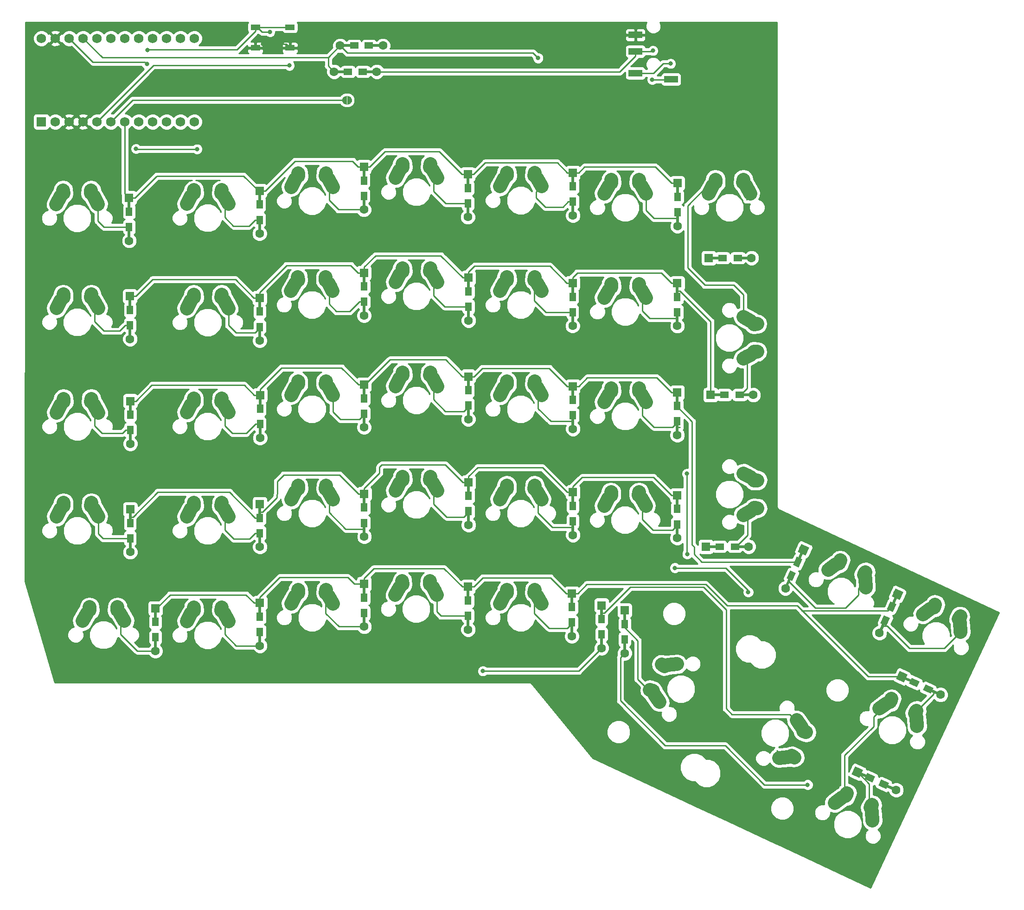
<source format=gbl>
G04 #@! TF.GenerationSoftware,KiCad,Pcbnew,(5.0.2)-1*
G04 #@! TF.CreationDate,2019-01-20T13:42:40+05:30*
G04 #@! TF.ProjectId,ErgodoxBle,4572676f-646f-4784-926c-652e6b696361,rev?*
G04 #@! TF.SameCoordinates,Original*
G04 #@! TF.FileFunction,Copper,L2,Bot*
G04 #@! TF.FilePolarity,Positive*
%FSLAX46Y46*%
G04 Gerber Fmt 4.6, Leading zero omitted, Abs format (unit mm)*
G04 Created by KiCad (PCBNEW (5.0.2)-1) date 1/20/2019 1:42:40 PM*
%MOMM*%
%LPD*%
G01*
G04 APERTURE LIST*
G04 #@! TA.AperFunction,EtchedComponent*
%ADD10C,0.010000*%
G04 #@! TD*
G04 #@! TA.AperFunction,ComponentPad*
%ADD11R,1.600000X1.600000*%
G04 #@! TD*
G04 #@! TA.AperFunction,ComponentPad*
%ADD12C,1.600000*%
G04 #@! TD*
G04 #@! TA.AperFunction,Conductor*
%ADD13R,0.500000X2.900000*%
G04 #@! TD*
G04 #@! TA.AperFunction,SMDPad,CuDef*
%ADD14R,1.200000X1.600000*%
G04 #@! TD*
G04 #@! TA.AperFunction,Conductor*
%ADD15R,2.900000X0.500000*%
G04 #@! TD*
G04 #@! TA.AperFunction,SMDPad,CuDef*
%ADD16R,1.600000X1.200000*%
G04 #@! TD*
G04 #@! TA.AperFunction,Conductor*
%ADD17C,0.100000*%
G04 #@! TD*
G04 #@! TA.AperFunction,Conductor*
%ADD18C,0.500000*%
G04 #@! TD*
G04 #@! TA.AperFunction,SMDPad,CuDef*
%ADD19C,1.200000*%
G04 #@! TD*
G04 #@! TA.AperFunction,ComponentPad*
%ADD20R,1.752600X1.752600*%
G04 #@! TD*
G04 #@! TA.AperFunction,ComponentPad*
%ADD21C,1.752600*%
G04 #@! TD*
G04 #@! TA.AperFunction,SMDPad,CuDef*
%ADD22R,1.500000X1.200000*%
G04 #@! TD*
G04 #@! TA.AperFunction,ComponentPad*
%ADD23C,0.400000*%
G04 #@! TD*
G04 #@! TA.AperFunction,SMDPad,CuDef*
%ADD24R,2.500000X1.200000*%
G04 #@! TD*
G04 #@! TA.AperFunction,SMDPad,CuDef*
%ADD25R,1.700000X1.000000*%
G04 #@! TD*
G04 #@! TA.AperFunction,ComponentPad*
%ADD26C,2.500000*%
G04 #@! TD*
G04 #@! TA.AperFunction,Conductor*
%ADD27C,2.500000*%
G04 #@! TD*
G04 #@! TA.AperFunction,ViaPad*
%ADD28C,0.800000*%
G04 #@! TD*
G04 #@! TA.AperFunction,Conductor*
%ADD29C,0.250000*%
G04 #@! TD*
G04 #@! TA.AperFunction,Conductor*
%ADD30C,0.254000*%
G04 #@! TD*
G04 APERTURE END LIST*
D10*
G04 #@! TO.C,SJ1*
G36*
X82069000Y-30225300D02*
X81812500Y-30270500D01*
X81586900Y-30400800D01*
X81419500Y-30600300D01*
X81330400Y-30845100D01*
X81330400Y-31105500D01*
X81419500Y-31350300D01*
X81586900Y-31549800D01*
X81812500Y-31680100D01*
X82069000Y-31725300D01*
X82069000Y-30225300D01*
X82069000Y-30225300D01*
G37*
X82069000Y-30225300D02*
X81812500Y-30270500D01*
X81586900Y-30400800D01*
X81419500Y-30600300D01*
X81330400Y-30845100D01*
X81330400Y-31105500D01*
X81419500Y-31350300D01*
X81586900Y-31549800D01*
X81812500Y-31680100D01*
X82069000Y-31725300D01*
X82069000Y-30225300D01*
G36*
X82269000Y-31725300D02*
X82525500Y-31680100D01*
X82751100Y-31549800D01*
X82918500Y-31350300D01*
X83007600Y-31105500D01*
X83007600Y-30845100D01*
X82918500Y-30600300D01*
X82751100Y-30400800D01*
X82525500Y-30270500D01*
X82269000Y-30225300D01*
X82269000Y-31725300D01*
X82269000Y-31725300D01*
G37*
X82269000Y-31725300D02*
X82525500Y-31680100D01*
X82751100Y-31549800D01*
X82918500Y-31350300D01*
X83007600Y-31105500D01*
X83007600Y-30845100D01*
X82918500Y-30600300D01*
X82751100Y-30400800D01*
X82525500Y-30270500D01*
X82269000Y-30225300D01*
X82269000Y-31725300D01*
G04 #@! TD*
D11*
G04 #@! TO.P,D0,1*
G04 #@! TO.N,ROW0*
X42418000Y-48868500D03*
D12*
G04 #@! TO.P,D0,2*
G04 #@! TO.N,Net-(D0-Pad2)*
X42418000Y-56668500D03*
D13*
G04 #@! TD*
G04 #@! TO.N,ROW0*
G04 #@! TO.C,D0*
X42418000Y-50268500D03*
D14*
G04 #@! TO.P,D0,1*
G04 #@! TO.N,ROW0*
X42418000Y-51368500D03*
G04 #@! TO.P,D0,2*
G04 #@! TO.N,Net-(D0-Pad2)*
X42418000Y-54168500D03*
D13*
G04 #@! TD*
G04 #@! TO.N,Net-(D0-Pad2)*
G04 #@! TO.C,D0*
X42418000Y-55268500D03*
G04 #@! TO.N,Net-(D1-Pad2)*
G04 #@! TO.C,D1*
X66217800Y-53960400D03*
D14*
G04 #@! TD*
G04 #@! TO.P,D1,2*
G04 #@! TO.N,Net-(D1-Pad2)*
X66217800Y-52860400D03*
G04 #@! TO.P,D1,1*
G04 #@! TO.N,ROW0*
X66217800Y-50060400D03*
D13*
G04 #@! TD*
G04 #@! TO.N,ROW0*
G04 #@! TO.C,D1*
X66217800Y-48960400D03*
D12*
G04 #@! TO.P,D1,2*
G04 #@! TO.N,Net-(D1-Pad2)*
X66217800Y-55360400D03*
D11*
G04 #@! TO.P,D1,1*
G04 #@! TO.N,ROW0*
X66217800Y-47560400D03*
G04 #@! TD*
G04 #@! TO.P,D2,1*
G04 #@! TO.N,ROW0*
X85280500Y-43166200D03*
D12*
G04 #@! TO.P,D2,2*
G04 #@! TO.N,Net-(D2-Pad2)*
X85280500Y-50966200D03*
D13*
G04 #@! TD*
G04 #@! TO.N,ROW0*
G04 #@! TO.C,D2*
X85280500Y-44566200D03*
D14*
G04 #@! TO.P,D2,1*
G04 #@! TO.N,ROW0*
X85280500Y-45666200D03*
G04 #@! TO.P,D2,2*
G04 #@! TO.N,Net-(D2-Pad2)*
X85280500Y-48466200D03*
D13*
G04 #@! TD*
G04 #@! TO.N,Net-(D2-Pad2)*
G04 #@! TO.C,D2*
X85280500Y-49566200D03*
G04 #@! TO.N,Net-(D3-Pad2)*
G04 #@! TO.C,D3*
X104254300Y-50937800D03*
D14*
G04 #@! TD*
G04 #@! TO.P,D3,2*
G04 #@! TO.N,Net-(D3-Pad2)*
X104254300Y-49837800D03*
G04 #@! TO.P,D3,1*
G04 #@! TO.N,ROW0*
X104254300Y-47037800D03*
D13*
G04 #@! TD*
G04 #@! TO.N,ROW0*
G04 #@! TO.C,D3*
X104254300Y-45937800D03*
D12*
G04 #@! TO.P,D3,2*
G04 #@! TO.N,Net-(D3-Pad2)*
X104254300Y-52337800D03*
D11*
G04 #@! TO.P,D3,1*
G04 #@! TO.N,ROW0*
X104254300Y-44537800D03*
G04 #@! TD*
G04 #@! TO.P,D4,1*
G04 #@! TO.N,ROW0*
X123431300Y-44245700D03*
D12*
G04 #@! TO.P,D4,2*
G04 #@! TO.N,Net-(D4-Pad2)*
X123431300Y-52045700D03*
D13*
G04 #@! TD*
G04 #@! TO.N,ROW0*
G04 #@! TO.C,D4*
X123431300Y-45645700D03*
D14*
G04 #@! TO.P,D4,1*
G04 #@! TO.N,ROW0*
X123431300Y-46745700D03*
G04 #@! TO.P,D4,2*
G04 #@! TO.N,Net-(D4-Pad2)*
X123431300Y-49545700D03*
D13*
G04 #@! TD*
G04 #@! TO.N,Net-(D4-Pad2)*
G04 #@! TO.C,D4*
X123431300Y-50645700D03*
G04 #@! TO.N,Net-(D5-Pad2)*
G04 #@! TO.C,D5*
X142519400Y-52563400D03*
D14*
G04 #@! TD*
G04 #@! TO.P,D5,2*
G04 #@! TO.N,Net-(D5-Pad2)*
X142519400Y-51463400D03*
G04 #@! TO.P,D5,1*
G04 #@! TO.N,ROW0*
X142519400Y-48663400D03*
D13*
G04 #@! TD*
G04 #@! TO.N,ROW0*
G04 #@! TO.C,D5*
X142519400Y-47563400D03*
D12*
G04 #@! TO.P,D5,2*
G04 #@! TO.N,Net-(D5-Pad2)*
X142519400Y-53963400D03*
D11*
G04 #@! TO.P,D5,1*
G04 #@! TO.N,ROW0*
X142519400Y-46163400D03*
G04 #@! TD*
G04 #@! TO.P,D6,1*
G04 #@! TO.N,ROW0*
X148233300Y-59817000D03*
D12*
G04 #@! TO.P,D6,2*
G04 #@! TO.N,Net-(D6-Pad2)*
X156033300Y-59817000D03*
D15*
G04 #@! TD*
G04 #@! TO.N,ROW0*
G04 #@! TO.C,D6*
X149633300Y-59817000D03*
D16*
G04 #@! TO.P,D6,1*
G04 #@! TO.N,ROW0*
X150733300Y-59817000D03*
G04 #@! TO.P,D6,2*
G04 #@! TO.N,Net-(D6-Pad2)*
X153533300Y-59817000D03*
D15*
G04 #@! TD*
G04 #@! TO.N,Net-(D6-Pad2)*
G04 #@! TO.C,D6*
X154633300Y-59817000D03*
D13*
G04 #@! TO.N,Net-(D10-Pad2)*
G04 #@! TO.C,D10*
X42570400Y-73226300D03*
D14*
G04 #@! TD*
G04 #@! TO.P,D10,2*
G04 #@! TO.N,Net-(D10-Pad2)*
X42570400Y-72126300D03*
G04 #@! TO.P,D10,1*
G04 #@! TO.N,ROW1*
X42570400Y-69326300D03*
D13*
G04 #@! TD*
G04 #@! TO.N,ROW1*
G04 #@! TO.C,D10*
X42570400Y-68226300D03*
D12*
G04 #@! TO.P,D10,2*
G04 #@! TO.N,Net-(D10-Pad2)*
X42570400Y-74626300D03*
D11*
G04 #@! TO.P,D10,1*
G04 #@! TO.N,ROW1*
X42570400Y-66826300D03*
G04 #@! TD*
G04 #@! TO.P,D11,1*
G04 #@! TO.N,ROW1*
X66243200Y-67118400D03*
D12*
G04 #@! TO.P,D11,2*
G04 #@! TO.N,Net-(D11-Pad2)*
X66243200Y-74918400D03*
D13*
G04 #@! TD*
G04 #@! TO.N,ROW1*
G04 #@! TO.C,D11*
X66243200Y-68518400D03*
D14*
G04 #@! TO.P,D11,1*
G04 #@! TO.N,ROW1*
X66243200Y-69618400D03*
G04 #@! TO.P,D11,2*
G04 #@! TO.N,Net-(D11-Pad2)*
X66243200Y-72418400D03*
D13*
G04 #@! TD*
G04 #@! TO.N,Net-(D11-Pad2)*
G04 #@! TO.C,D11*
X66243200Y-73518400D03*
G04 #@! TO.N,Net-(D12-Pad2)*
G04 #@! TO.C,D12*
X85293200Y-68933700D03*
D14*
G04 #@! TD*
G04 #@! TO.P,D12,2*
G04 #@! TO.N,Net-(D12-Pad2)*
X85293200Y-67833700D03*
G04 #@! TO.P,D12,1*
G04 #@! TO.N,ROW1*
X85293200Y-65033700D03*
D13*
G04 #@! TD*
G04 #@! TO.N,ROW1*
G04 #@! TO.C,D12*
X85293200Y-63933700D03*
D12*
G04 #@! TO.P,D12,2*
G04 #@! TO.N,Net-(D12-Pad2)*
X85293200Y-70333700D03*
D11*
G04 #@! TO.P,D12,1*
G04 #@! TO.N,ROW1*
X85293200Y-62533700D03*
G04 #@! TD*
G04 #@! TO.P,D13,1*
G04 #@! TO.N,ROW1*
X104368600Y-63435400D03*
D12*
G04 #@! TO.P,D13,2*
G04 #@! TO.N,Net-(D13-Pad2)*
X104368600Y-71235400D03*
D13*
G04 #@! TD*
G04 #@! TO.N,ROW1*
G04 #@! TO.C,D13*
X104368600Y-64835400D03*
D14*
G04 #@! TO.P,D13,1*
G04 #@! TO.N,ROW1*
X104368600Y-65935400D03*
G04 #@! TO.P,D13,2*
G04 #@! TO.N,Net-(D13-Pad2)*
X104368600Y-68735400D03*
D13*
G04 #@! TD*
G04 #@! TO.N,Net-(D13-Pad2)*
G04 #@! TO.C,D13*
X104368600Y-69835400D03*
G04 #@! TO.N,Net-(D14-Pad2)*
G04 #@! TO.C,D14*
X123380500Y-70813300D03*
D14*
G04 #@! TD*
G04 #@! TO.P,D14,2*
G04 #@! TO.N,Net-(D14-Pad2)*
X123380500Y-69713300D03*
G04 #@! TO.P,D14,1*
G04 #@! TO.N,ROW1*
X123380500Y-66913300D03*
D13*
G04 #@! TD*
G04 #@! TO.N,ROW1*
G04 #@! TO.C,D14*
X123380500Y-65813300D03*
D12*
G04 #@! TO.P,D14,2*
G04 #@! TO.N,Net-(D14-Pad2)*
X123380500Y-72213300D03*
D11*
G04 #@! TO.P,D14,1*
G04 #@! TO.N,ROW1*
X123380500Y-64413300D03*
G04 #@! TD*
G04 #@! TO.P,D15,1*
G04 #@! TO.N,ROW1*
X142494000Y-64438700D03*
D12*
G04 #@! TO.P,D15,2*
G04 #@! TO.N,Net-(D15-Pad2)*
X142494000Y-72238700D03*
D13*
G04 #@! TD*
G04 #@! TO.N,ROW1*
G04 #@! TO.C,D15*
X142494000Y-65838700D03*
D14*
G04 #@! TO.P,D15,1*
G04 #@! TO.N,ROW1*
X142494000Y-66938700D03*
G04 #@! TO.P,D15,2*
G04 #@! TO.N,Net-(D15-Pad2)*
X142494000Y-69738700D03*
D13*
G04 #@! TD*
G04 #@! TO.N,Net-(D15-Pad2)*
G04 #@! TO.C,D15*
X142494000Y-70838700D03*
D15*
G04 #@! TO.N,Net-(D16-Pad2)*
G04 #@! TO.C,D16*
X154976200Y-84836000D03*
D16*
G04 #@! TD*
G04 #@! TO.P,D16,2*
G04 #@! TO.N,Net-(D16-Pad2)*
X153876200Y-84836000D03*
G04 #@! TO.P,D16,1*
G04 #@! TO.N,ROW1*
X151076200Y-84836000D03*
D15*
G04 #@! TD*
G04 #@! TO.N,ROW1*
G04 #@! TO.C,D16*
X149976200Y-84836000D03*
D12*
G04 #@! TO.P,D16,2*
G04 #@! TO.N,Net-(D16-Pad2)*
X156376200Y-84836000D03*
D11*
G04 #@! TO.P,D16,1*
G04 #@! TO.N,ROW1*
X148576200Y-84836000D03*
G04 #@! TD*
G04 #@! TO.P,D20,1*
G04 #@! TO.N,ROW2*
X42621200Y-85965200D03*
D12*
G04 #@! TO.P,D20,2*
G04 #@! TO.N,Net-(D20-Pad2)*
X42621200Y-93765200D03*
D13*
G04 #@! TD*
G04 #@! TO.N,ROW2*
G04 #@! TO.C,D20*
X42621200Y-87365200D03*
D14*
G04 #@! TO.P,D20,1*
G04 #@! TO.N,ROW2*
X42621200Y-88465200D03*
G04 #@! TO.P,D20,2*
G04 #@! TO.N,Net-(D20-Pad2)*
X42621200Y-91265200D03*
D13*
G04 #@! TD*
G04 #@! TO.N,Net-(D20-Pad2)*
G04 #@! TO.C,D20*
X42621200Y-92365200D03*
G04 #@! TO.N,Net-(D21-Pad2)*
G04 #@! TO.C,D21*
X66306700Y-91285700D03*
D14*
G04 #@! TD*
G04 #@! TO.P,D21,2*
G04 #@! TO.N,Net-(D21-Pad2)*
X66306700Y-90185700D03*
G04 #@! TO.P,D21,1*
G04 #@! TO.N,ROW2*
X66306700Y-87385700D03*
D13*
G04 #@! TD*
G04 #@! TO.N,ROW2*
G04 #@! TO.C,D21*
X66306700Y-86285700D03*
D12*
G04 #@! TO.P,D21,2*
G04 #@! TO.N,Net-(D21-Pad2)*
X66306700Y-92685700D03*
D11*
G04 #@! TO.P,D21,1*
G04 #@! TO.N,ROW2*
X66306700Y-84885700D03*
G04 #@! TD*
G04 #@! TO.P,D22,1*
G04 #@! TO.N,ROW2*
X85305900Y-82955300D03*
D12*
G04 #@! TO.P,D22,2*
G04 #@! TO.N,Net-(D22-Pad2)*
X85305900Y-90755300D03*
D13*
G04 #@! TD*
G04 #@! TO.N,ROW2*
G04 #@! TO.C,D22*
X85305900Y-84355300D03*
D14*
G04 #@! TO.P,D22,1*
G04 #@! TO.N,ROW2*
X85305900Y-85455300D03*
G04 #@! TO.P,D22,2*
G04 #@! TO.N,Net-(D22-Pad2)*
X85305900Y-88255300D03*
D13*
G04 #@! TD*
G04 #@! TO.N,Net-(D22-Pad2)*
G04 #@! TO.C,D22*
X85305900Y-89355300D03*
G04 #@! TO.N,Net-(D23-Pad2)*
G04 #@! TO.C,D23*
X104317800Y-87882100D03*
D14*
G04 #@! TD*
G04 #@! TO.P,D23,2*
G04 #@! TO.N,Net-(D23-Pad2)*
X104317800Y-86782100D03*
G04 #@! TO.P,D23,1*
G04 #@! TO.N,ROW2*
X104317800Y-83982100D03*
D13*
G04 #@! TD*
G04 #@! TO.N,ROW2*
G04 #@! TO.C,D23*
X104317800Y-82882100D03*
D12*
G04 #@! TO.P,D23,2*
G04 #@! TO.N,Net-(D23-Pad2)*
X104317800Y-89282100D03*
D11*
G04 #@! TO.P,D23,1*
G04 #@! TO.N,ROW2*
X104317800Y-81482100D03*
G04 #@! TD*
D13*
G04 #@! TO.N,Net-(D24-Pad2)*
G04 #@! TO.C,D24*
X123431300Y-89672800D03*
D14*
G04 #@! TD*
G04 #@! TO.P,D24,2*
G04 #@! TO.N,Net-(D24-Pad2)*
X123431300Y-88572800D03*
G04 #@! TO.P,D24,1*
G04 #@! TO.N,ROW2*
X123431300Y-85772800D03*
D13*
G04 #@! TD*
G04 #@! TO.N,ROW2*
G04 #@! TO.C,D24*
X123431300Y-84672800D03*
D12*
G04 #@! TO.P,D24,2*
G04 #@! TO.N,Net-(D24-Pad2)*
X123431300Y-91072800D03*
D11*
G04 #@! TO.P,D24,1*
G04 #@! TO.N,ROW2*
X123431300Y-83272800D03*
G04 #@! TD*
D13*
G04 #@! TO.N,Net-(D25-Pad2)*
G04 #@! TO.C,D25*
X142468600Y-90777700D03*
D14*
G04 #@! TD*
G04 #@! TO.P,D25,2*
G04 #@! TO.N,Net-(D25-Pad2)*
X142468600Y-89677700D03*
G04 #@! TO.P,D25,1*
G04 #@! TO.N,ROW2*
X142468600Y-86877700D03*
D13*
G04 #@! TD*
G04 #@! TO.N,ROW2*
G04 #@! TO.C,D25*
X142468600Y-85777700D03*
D12*
G04 #@! TO.P,D25,2*
G04 #@! TO.N,Net-(D25-Pad2)*
X142468600Y-92177700D03*
D11*
G04 #@! TO.P,D25,1*
G04 #@! TO.N,ROW2*
X142468600Y-84377700D03*
G04 #@! TD*
D12*
G04 #@! TO.P,D26,1*
G04 #@! TO.N,ROW2*
X165521545Y-113113731D03*
D17*
G04 #@! TD*
G04 #@! TO.N,ROW2*
G04 #@! TO.C,D26*
G36*
X165908497Y-114176872D02*
X164458404Y-113500683D01*
X165134593Y-112050590D01*
X166584686Y-112726779D01*
X165908497Y-114176872D01*
X165908497Y-114176872D01*
G37*
D12*
G04 #@! TO.P,D26,2*
G04 #@! TO.N,Net-(D26-Pad2)*
X162225123Y-120182931D03*
D18*
G04 #@! TD*
G04 #@! TO.N,ROW2*
G04 #@! TO.C,D26*
X164929881Y-114382562D03*
D17*
G04 #@! TO.N,ROW2*
G04 #@! TO.C,D26*
G36*
X164543661Y-115802363D02*
X164090508Y-115591054D01*
X165316101Y-112962761D01*
X165769254Y-113174070D01*
X164543661Y-115802363D01*
X164543661Y-115802363D01*
G37*
D19*
G04 #@! TD*
G04 #@! TO.P,D26,1*
G04 #@! TO.N,ROW2*
X164465000Y-115379500D03*
D17*
G04 #@! TO.N,ROW2*
G04 #@! TO.C,D26*
G36*
X164670690Y-116358117D02*
X163583121Y-115850975D01*
X164259310Y-114400883D01*
X165346879Y-114908025D01*
X164670690Y-116358117D01*
X164670690Y-116358117D01*
G37*
D19*
G04 #@! TD*
G04 #@! TO.P,D26,2*
G04 #@! TO.N,Net-(D26-Pad2)*
X163281668Y-117917162D03*
D17*
G04 #@! TO.N,Net-(D26-Pad2)*
G04 #@! TO.C,D26*
G36*
X163487358Y-118895779D02*
X162399789Y-118388637D01*
X163075978Y-116938545D01*
X164163547Y-117445687D01*
X163487358Y-118895779D01*
X163487358Y-118895779D01*
G37*
D18*
X162816787Y-118914100D03*
D17*
G36*
X162430567Y-120333901D02*
X161977414Y-120122592D01*
X163203007Y-117494299D01*
X163656160Y-117705608D01*
X162430567Y-120333901D01*
X162430567Y-120333901D01*
G37*
G04 #@! TD*
D13*
G04 #@! TO.N,Net-(D30-Pad2)*
G04 #@! TO.C,D30*
X42595800Y-112151800D03*
D14*
G04 #@! TD*
G04 #@! TO.P,D30,2*
G04 #@! TO.N,Net-(D30-Pad2)*
X42595800Y-111051800D03*
G04 #@! TO.P,D30,1*
G04 #@! TO.N,ROW3*
X42595800Y-108251800D03*
D13*
G04 #@! TD*
G04 #@! TO.N,ROW3*
G04 #@! TO.C,D30*
X42595800Y-107151800D03*
D12*
G04 #@! TO.P,D30,2*
G04 #@! TO.N,Net-(D30-Pad2)*
X42595800Y-113551800D03*
D11*
G04 #@! TO.P,D30,1*
G04 #@! TO.N,ROW3*
X42595800Y-105751800D03*
G04 #@! TD*
G04 #@! TO.P,D31,1*
G04 #@! TO.N,ROW3*
X66281300Y-104799300D03*
D12*
G04 #@! TO.P,D31,2*
G04 #@! TO.N,Net-(D31-Pad2)*
X66281300Y-112599300D03*
D13*
G04 #@! TD*
G04 #@! TO.N,ROW3*
G04 #@! TO.C,D31*
X66281300Y-106199300D03*
D14*
G04 #@! TO.P,D31,1*
G04 #@! TO.N,ROW3*
X66281300Y-107299300D03*
G04 #@! TO.P,D31,2*
G04 #@! TO.N,Net-(D31-Pad2)*
X66281300Y-110099300D03*
D13*
G04 #@! TD*
G04 #@! TO.N,Net-(D31-Pad2)*
G04 #@! TO.C,D31*
X66281300Y-111199300D03*
G04 #@! TO.N,Net-(D32-Pad2)*
G04 #@! TO.C,D32*
X85344000Y-109332400D03*
D14*
G04 #@! TD*
G04 #@! TO.P,D32,2*
G04 #@! TO.N,Net-(D32-Pad2)*
X85344000Y-108232400D03*
G04 #@! TO.P,D32,1*
G04 #@! TO.N,ROW3*
X85344000Y-105432400D03*
D13*
G04 #@! TD*
G04 #@! TO.N,ROW3*
G04 #@! TO.C,D32*
X85344000Y-104332400D03*
D12*
G04 #@! TO.P,D32,2*
G04 #@! TO.N,Net-(D32-Pad2)*
X85344000Y-110732400D03*
D11*
G04 #@! TO.P,D32,1*
G04 #@! TO.N,ROW3*
X85344000Y-102932400D03*
G04 #@! TD*
G04 #@! TO.P,D33,1*
G04 #@! TO.N,ROW3*
X104381300Y-100811500D03*
D12*
G04 #@! TO.P,D33,2*
G04 #@! TO.N,Net-(D33-Pad2)*
X104381300Y-108611500D03*
D13*
G04 #@! TD*
G04 #@! TO.N,ROW3*
G04 #@! TO.C,D33*
X104381300Y-102211500D03*
D14*
G04 #@! TO.P,D33,1*
G04 #@! TO.N,ROW3*
X104381300Y-103311500D03*
G04 #@! TO.P,D33,2*
G04 #@! TO.N,Net-(D33-Pad2)*
X104381300Y-106111500D03*
D13*
G04 #@! TD*
G04 #@! TO.N,Net-(D33-Pad2)*
G04 #@! TO.C,D33*
X104381300Y-107211500D03*
G04 #@! TO.N,Net-(D34-Pad2)*
G04 #@! TO.C,D34*
X123418600Y-109040300D03*
D14*
G04 #@! TD*
G04 #@! TO.P,D34,2*
G04 #@! TO.N,Net-(D34-Pad2)*
X123418600Y-107940300D03*
G04 #@! TO.P,D34,1*
G04 #@! TO.N,ROW3*
X123418600Y-105140300D03*
D13*
G04 #@! TD*
G04 #@! TO.N,ROW3*
G04 #@! TO.C,D34*
X123418600Y-104040300D03*
D12*
G04 #@! TO.P,D34,2*
G04 #@! TO.N,Net-(D34-Pad2)*
X123418600Y-110440300D03*
D11*
G04 #@! TO.P,D34,1*
G04 #@! TO.N,ROW3*
X123418600Y-102640300D03*
G04 #@! TD*
G04 #@! TO.P,D35,1*
G04 #@! TO.N,ROW3*
X142468600Y-103186400D03*
D12*
G04 #@! TO.P,D35,2*
G04 #@! TO.N,Net-(D35-Pad2)*
X142468600Y-110986400D03*
D13*
G04 #@! TD*
G04 #@! TO.N,ROW3*
G04 #@! TO.C,D35*
X142468600Y-104586400D03*
D14*
G04 #@! TO.P,D35,1*
G04 #@! TO.N,ROW3*
X142468600Y-105686400D03*
G04 #@! TO.P,D35,2*
G04 #@! TO.N,Net-(D35-Pad2)*
X142468600Y-108486400D03*
D13*
G04 #@! TD*
G04 #@! TO.N,Net-(D35-Pad2)*
G04 #@! TO.C,D35*
X142468600Y-109586400D03*
D15*
G04 #@! TO.N,Net-(D36-Pad2)*
G04 #@! TO.C,D36*
X154099900Y-112560100D03*
D16*
G04 #@! TD*
G04 #@! TO.P,D36,2*
G04 #@! TO.N,Net-(D36-Pad2)*
X152999900Y-112560100D03*
G04 #@! TO.P,D36,1*
G04 #@! TO.N,ROW3*
X150199900Y-112560100D03*
D15*
G04 #@! TD*
G04 #@! TO.N,ROW3*
G04 #@! TO.C,D36*
X149099900Y-112560100D03*
D12*
G04 #@! TO.P,D36,2*
G04 #@! TO.N,Net-(D36-Pad2)*
X155499900Y-112560100D03*
D11*
G04 #@! TO.P,D36,1*
G04 #@! TO.N,ROW3*
X147699900Y-112560100D03*
G04 #@! TD*
G04 #@! TO.P,D40,1*
G04 #@! TO.N,ROW4*
X47205900Y-123836600D03*
D12*
G04 #@! TO.P,D40,2*
G04 #@! TO.N,Net-(D40-Pad2)*
X47205900Y-131636600D03*
D13*
G04 #@! TD*
G04 #@! TO.N,ROW4*
G04 #@! TO.C,D40*
X47205900Y-125236600D03*
D14*
G04 #@! TO.P,D40,1*
G04 #@! TO.N,ROW4*
X47205900Y-126336600D03*
G04 #@! TO.P,D40,2*
G04 #@! TO.N,Net-(D40-Pad2)*
X47205900Y-129136600D03*
D13*
G04 #@! TD*
G04 #@! TO.N,Net-(D40-Pad2)*
G04 #@! TO.C,D40*
X47205900Y-130236600D03*
G04 #@! TO.N,Net-(D41-Pad2)*
G04 #@! TO.C,D41*
X66294000Y-129271400D03*
D14*
G04 #@! TD*
G04 #@! TO.P,D41,2*
G04 #@! TO.N,Net-(D41-Pad2)*
X66294000Y-128171400D03*
G04 #@! TO.P,D41,1*
G04 #@! TO.N,ROW4*
X66294000Y-125371400D03*
D13*
G04 #@! TD*
G04 #@! TO.N,ROW4*
G04 #@! TO.C,D41*
X66294000Y-124271400D03*
D12*
G04 #@! TO.P,D41,2*
G04 #@! TO.N,Net-(D41-Pad2)*
X66294000Y-130671400D03*
D11*
G04 #@! TO.P,D41,1*
G04 #@! TO.N,ROW4*
X66294000Y-122871400D03*
G04 #@! TD*
G04 #@! TO.P,D42,1*
G04 #@! TO.N,ROW4*
X85318600Y-119388600D03*
D12*
G04 #@! TO.P,D42,2*
G04 #@! TO.N,Net-(D42-Pad2)*
X85318600Y-127188600D03*
D13*
G04 #@! TD*
G04 #@! TO.N,ROW4*
G04 #@! TO.C,D42*
X85318600Y-120788600D03*
D14*
G04 #@! TO.P,D42,1*
G04 #@! TO.N,ROW4*
X85318600Y-121888600D03*
G04 #@! TO.P,D42,2*
G04 #@! TO.N,Net-(D42-Pad2)*
X85318600Y-124688600D03*
D13*
G04 #@! TD*
G04 #@! TO.N,Net-(D42-Pad2)*
G04 #@! TO.C,D42*
X85318600Y-125788600D03*
G04 #@! TO.N,Net-(D43-Pad2)*
G04 #@! TO.C,D43*
X104279700Y-126312300D03*
D14*
G04 #@! TD*
G04 #@! TO.P,D43,2*
G04 #@! TO.N,Net-(D43-Pad2)*
X104279700Y-125212300D03*
G04 #@! TO.P,D43,1*
G04 #@! TO.N,ROW4*
X104279700Y-122412300D03*
D13*
G04 #@! TD*
G04 #@! TO.N,ROW4*
G04 #@! TO.C,D43*
X104279700Y-121312300D03*
D12*
G04 #@! TO.P,D43,2*
G04 #@! TO.N,Net-(D43-Pad2)*
X104279700Y-127712300D03*
D11*
G04 #@! TO.P,D43,1*
G04 #@! TO.N,ROW4*
X104279700Y-119912300D03*
G04 #@! TD*
G04 #@! TO.P,D44,1*
G04 #@! TO.N,ROW4*
X123240800Y-121131500D03*
D12*
G04 #@! TO.P,D44,2*
G04 #@! TO.N,Net-(D44-Pad2)*
X123240800Y-128931500D03*
D13*
G04 #@! TD*
G04 #@! TO.N,ROW4*
G04 #@! TO.C,D44*
X123240800Y-122531500D03*
D14*
G04 #@! TO.P,D44,1*
G04 #@! TO.N,ROW4*
X123240800Y-123631500D03*
G04 #@! TO.P,D44,2*
G04 #@! TO.N,Net-(D44-Pad2)*
X123240800Y-126431500D03*
D13*
G04 #@! TD*
G04 #@! TO.N,Net-(D44-Pad2)*
G04 #@! TO.C,D44*
X123240800Y-127531500D03*
D18*
G04 #@! TO.N,Net-(D45-Pad2)*
G04 #@! TO.C,D45*
X179974487Y-127067500D03*
D17*
G36*
X179588267Y-128487301D02*
X179135114Y-128275992D01*
X180360707Y-125647699D01*
X180813860Y-125859008D01*
X179588267Y-128487301D01*
X179588267Y-128487301D01*
G37*
D19*
G04 #@! TD*
G04 #@! TO.P,D45,2*
G04 #@! TO.N,Net-(D45-Pad2)*
X180439368Y-126070562D03*
D17*
G04 #@! TO.N,Net-(D45-Pad2)*
G04 #@! TO.C,D45*
G36*
X180645058Y-127049179D02*
X179557489Y-126542037D01*
X180233678Y-125091945D01*
X181321247Y-125599087D01*
X180645058Y-127049179D01*
X180645058Y-127049179D01*
G37*
D19*
G04 #@! TD*
G04 #@! TO.P,D45,1*
G04 #@! TO.N,ROW4*
X181622700Y-123532900D03*
D17*
G04 #@! TO.N,ROW4*
G04 #@! TO.C,D45*
G36*
X181828390Y-124511517D02*
X180740821Y-124004375D01*
X181417010Y-122554283D01*
X182504579Y-123061425D01*
X181828390Y-124511517D01*
X181828390Y-124511517D01*
G37*
D18*
X182087581Y-122535962D03*
D17*
G36*
X181701361Y-123955763D02*
X181248208Y-123744454D01*
X182473801Y-121116161D01*
X182926954Y-121327470D01*
X181701361Y-123955763D01*
X181701361Y-123955763D01*
G37*
D12*
G04 #@! TD*
G04 #@! TO.P,D45,2*
G04 #@! TO.N,Net-(D45-Pad2)*
X179382823Y-128336331D03*
G04 #@! TO.P,D45,1*
G04 #@! TO.N,ROW4*
X182679245Y-121267131D03*
D17*
G04 #@! TD*
G04 #@! TO.N,ROW4*
G04 #@! TO.C,D45*
G36*
X183066197Y-122330272D02*
X181616104Y-121654083D01*
X182292293Y-120203990D01*
X183742386Y-120880179D01*
X183066197Y-122330272D01*
X183066197Y-122330272D01*
G37*
D12*
G04 #@! TO.P,D46,1*
G04 #@! TO.N,ROW4*
X183472900Y-136337289D03*
D17*
G04 #@! TD*
G04 #@! TO.N,ROW4*
G04 #@! TO.C,D46*
G36*
X184536041Y-135950337D02*
X183859852Y-137400430D01*
X182409759Y-136724241D01*
X183085948Y-135274148D01*
X184536041Y-135950337D01*
X184536041Y-135950337D01*
G37*
D12*
G04 #@! TO.P,D46,2*
G04 #@! TO.N,Net-(D46-Pad2)*
X190542100Y-139633711D03*
D18*
G04 #@! TD*
G04 #@! TO.N,ROW4*
G04 #@! TO.C,D46*
X184741731Y-136928953D03*
D17*
G04 #@! TO.N,ROW4*
G04 #@! TO.C,D46*
G36*
X186161532Y-137315173D02*
X185950223Y-137768326D01*
X183321930Y-136542733D01*
X183533239Y-136089580D01*
X186161532Y-137315173D01*
X186161532Y-137315173D01*
G37*
D19*
G04 #@! TD*
G04 #@! TO.P,D46,1*
G04 #@! TO.N,ROW4*
X185738669Y-137393834D03*
D17*
G04 #@! TO.N,ROW4*
G04 #@! TO.C,D46*
G36*
X186717286Y-137188144D02*
X186210144Y-138275713D01*
X184760052Y-137599524D01*
X185267194Y-136511955D01*
X186717286Y-137188144D01*
X186717286Y-137188144D01*
G37*
D19*
G04 #@! TD*
G04 #@! TO.P,D46,2*
G04 #@! TO.N,Net-(D46-Pad2)*
X188276331Y-138577166D03*
D17*
G04 #@! TO.N,Net-(D46-Pad2)*
G04 #@! TO.C,D46*
G36*
X189254948Y-138371476D02*
X188747806Y-139459045D01*
X187297714Y-138782856D01*
X187804856Y-137695287D01*
X189254948Y-138371476D01*
X189254948Y-138371476D01*
G37*
D18*
X189273269Y-139042047D03*
D17*
G36*
X190693070Y-139428267D02*
X190481761Y-139881420D01*
X187853468Y-138655827D01*
X188064777Y-138202674D01*
X190693070Y-139428267D01*
X190693070Y-139428267D01*
G37*
G04 #@! TD*
D20*
G04 #@! TO.P,MCU1,1*
G04 #@! TO.N,Net-(MCU1-Pad1)*
X26390600Y-34925000D03*
D21*
G04 #@! TO.P,MCU1,2*
G04 #@! TO.N,Net-(MCU1-Pad2)*
X28930600Y-34925000D03*
G04 #@! TO.P,MCU1,3*
G04 #@! TO.N,GND*
X31470600Y-34925000D03*
G04 #@! TO.P,MCU1,4*
X34010600Y-34925000D03*
G04 #@! TO.P,MCU1,5*
G04 #@! TO.N,scl*
X36550600Y-34925000D03*
G04 #@! TO.P,MCU1,6*
G04 #@! TO.N,SDAM*
X39090600Y-34925000D03*
G04 #@! TO.P,MCU1,7*
G04 #@! TO.N,ROW0*
X41630600Y-34925000D03*
G04 #@! TO.P,MCU1,8*
G04 #@! TO.N,ROW1*
X44170600Y-34925000D03*
G04 #@! TO.P,MCU1,9*
G04 #@! TO.N,ROW2*
X46710600Y-34925000D03*
G04 #@! TO.P,MCU1,10*
G04 #@! TO.N,ROW3*
X49250600Y-34925000D03*
G04 #@! TO.P,MCU1,11*
G04 #@! TO.N,ROW4*
X51790600Y-34925000D03*
G04 #@! TO.P,MCU1,13*
G04 #@! TO.N,Net-(MCU1-Pad13)*
X54330600Y-19685000D03*
G04 #@! TO.P,MCU1,14*
G04 #@! TO.N,COL6*
X51790600Y-19685000D03*
G04 #@! TO.P,MCU1,15*
G04 #@! TO.N,COL5*
X49250600Y-19685000D03*
G04 #@! TO.P,MCU1,16*
G04 #@! TO.N,COL4*
X46710600Y-19685000D03*
G04 #@! TO.P,MCU1,17*
G04 #@! TO.N,COL3*
X44170600Y-19685000D03*
G04 #@! TO.P,MCU1,18*
G04 #@! TO.N,COL2*
X41630600Y-19685000D03*
G04 #@! TO.P,MCU1,19*
G04 #@! TO.N,COL1*
X39090600Y-19685000D03*
G04 #@! TO.P,MCU1,20*
G04 #@! TO.N,COL0*
X36550600Y-19685000D03*
G04 #@! TO.P,MCU1,21*
G04 #@! TO.N,Vcc*
X34010600Y-19685000D03*
G04 #@! TO.P,MCU1,22*
G04 #@! TO.N,RST*
X31470600Y-19685000D03*
G04 #@! TO.P,MCU1,23*
G04 #@! TO.N,GND*
X28930600Y-19685000D03*
G04 #@! TO.P,MCU1,12*
G04 #@! TO.N,ROW5*
X54330600Y-34925000D03*
G04 #@! TO.P,MCU1,24*
G04 #@! TO.N,Net-(MCU1-Pad24)*
X26390600Y-19685000D03*
G04 #@! TD*
D11*
G04 #@! TO.P,D54,1*
G04 #@! TO.N,Net-(D54-Pad1)*
X132880100Y-124230300D03*
D12*
G04 #@! TO.P,D54,2*
G04 #@! TO.N,ROW5*
X132880100Y-132030300D03*
D13*
G04 #@! TD*
G04 #@! TO.N,Net-(D54-Pad1)*
G04 #@! TO.C,D54*
X132880100Y-125630300D03*
D14*
G04 #@! TO.P,D54,1*
G04 #@! TO.N,Net-(D54-Pad1)*
X132880100Y-126730300D03*
G04 #@! TO.P,D54,2*
G04 #@! TO.N,ROW5*
X132880100Y-129530300D03*
D13*
G04 #@! TD*
G04 #@! TO.N,ROW5*
G04 #@! TO.C,D54*
X132880100Y-130630300D03*
G04 #@! TO.N,ROW5*
G04 #@! TO.C,D55*
X128651000Y-129703200D03*
D14*
G04 #@! TD*
G04 #@! TO.P,D55,2*
G04 #@! TO.N,ROW5*
X128651000Y-128603200D03*
G04 #@! TO.P,D55,1*
G04 #@! TO.N,Net-(D55-Pad1)*
X128651000Y-125803200D03*
D13*
G04 #@! TD*
G04 #@! TO.N,Net-(D55-Pad1)*
G04 #@! TO.C,D55*
X128651000Y-124703200D03*
D12*
G04 #@! TO.P,D55,2*
G04 #@! TO.N,ROW5*
X128651000Y-131103200D03*
D11*
G04 #@! TO.P,D55,1*
G04 #@! TO.N,Net-(D55-Pad1)*
X128651000Y-123303200D03*
G04 #@! TD*
D18*
G04 #@! TO.N,ROW5*
G04 #@! TO.C,D56*
X181157969Y-156453747D03*
D17*
G36*
X182577770Y-156839967D02*
X182366461Y-157293120D01*
X179738168Y-156067527D01*
X179949477Y-155614374D01*
X182577770Y-156839967D01*
X182577770Y-156839967D01*
G37*
D19*
G04 #@! TD*
G04 #@! TO.P,D56,2*
G04 #@! TO.N,ROW5*
X180161031Y-155988866D03*
D17*
G04 #@! TO.N,ROW5*
G04 #@! TO.C,D56*
G36*
X181139648Y-155783176D02*
X180632506Y-156870745D01*
X179182414Y-156194556D01*
X179689556Y-155106987D01*
X181139648Y-155783176D01*
X181139648Y-155783176D01*
G37*
D19*
G04 #@! TD*
G04 #@! TO.P,D56,1*
G04 #@! TO.N,Net-(D56-Pad1)*
X177623369Y-154805534D03*
D17*
G04 #@! TO.N,Net-(D56-Pad1)*
G04 #@! TO.C,D56*
G36*
X178601986Y-154599844D02*
X178094844Y-155687413D01*
X176644752Y-155011224D01*
X177151894Y-153923655D01*
X178601986Y-154599844D01*
X178601986Y-154599844D01*
G37*
D18*
X176626431Y-154340653D03*
D17*
G36*
X178046232Y-154726873D02*
X177834923Y-155180026D01*
X175206630Y-153954433D01*
X175417939Y-153501280D01*
X178046232Y-154726873D01*
X178046232Y-154726873D01*
G37*
D12*
G04 #@! TD*
G04 #@! TO.P,D56,2*
G04 #@! TO.N,ROW5*
X182426800Y-157045411D03*
G04 #@! TO.P,D56,1*
G04 #@! TO.N,Net-(D56-Pad1)*
X175357600Y-153748989D03*
D17*
G04 #@! TD*
G04 #@! TO.N,Net-(D56-Pad1)*
G04 #@! TO.C,D56*
G36*
X176420741Y-153362037D02*
X175744552Y-154812130D01*
X174294459Y-154135941D01*
X174970648Y-152685848D01*
X176420741Y-153362037D01*
X176420741Y-153362037D01*
G37*
D12*
G04 #@! TO.P,R1,1*
G04 #@! TO.N,Vcc*
X79818400Y-25781000D03*
G04 #@! TO.P,R1,2*
G04 #@! TO.N,sda*
X87618400Y-25781000D03*
D15*
G04 #@! TD*
G04 #@! TO.N,Vcc*
G04 #@! TO.C,R1*
X81218400Y-25781000D03*
D22*
G04 #@! TO.P,R1,1*
G04 #@! TO.N,Vcc*
X82368400Y-25781000D03*
G04 #@! TO.P,R1,2*
G04 #@! TO.N,sda*
X85068400Y-25781000D03*
D15*
G04 #@! TD*
G04 #@! TO.N,sda*
G04 #@! TO.C,R1*
X86218400Y-25781000D03*
G04 #@! TO.N,scl*
G04 #@! TO.C,R2*
X87336000Y-21018500D03*
D22*
G04 #@! TD*
G04 #@! TO.P,R2,2*
G04 #@! TO.N,scl*
X86186000Y-21018500D03*
G04 #@! TO.P,R2,1*
G04 #@! TO.N,Vcc*
X83486000Y-21018500D03*
D15*
G04 #@! TD*
G04 #@! TO.N,Vcc*
G04 #@! TO.C,R2*
X82336000Y-21018500D03*
D12*
G04 #@! TO.P,R2,2*
G04 #@! TO.N,scl*
X88736000Y-21018500D03*
G04 #@! TO.P,R2,1*
G04 #@! TO.N,Vcc*
X80936000Y-21018500D03*
G04 #@! TD*
D23*
G04 #@! TO.P,SJ1,1*
G04 #@! TO.N,SDAM*
X81719000Y-30975300D03*
G04 #@! TO.P,SJ1,2*
G04 #@! TO.N,sda*
X82619000Y-30975300D03*
G04 #@! TD*
D24*
G04 #@! TO.P,AudioJM1,R2*
G04 #@! TO.N,scl*
X141349800Y-27162700D03*
G04 #@! TO.P,AudioJM1,T*
G04 #@! TO.N,Vcc*
X134849800Y-26062700D03*
G04 #@! TO.P,AudioJM1,R1*
G04 #@! TO.N,sda*
X134849800Y-22062700D03*
G04 #@! TO.P,AudioJM1,S*
G04 #@! TO.N,GND*
X134849800Y-19062700D03*
G04 #@! TD*
D25*
G04 #@! TO.P,SW2,2*
G04 #@! TO.N,GND*
X65468100Y-21445300D03*
X71768100Y-21445300D03*
G04 #@! TO.P,SW2,1*
G04 #@! TO.N,RST*
X65468100Y-17645300D03*
X71768100Y-17645300D03*
G04 #@! TD*
D26*
G04 #@! TO.P,K0,1*
G04 #@! TO.N,COL0*
X30398400Y-47739740D03*
D27*
G04 #@! TD*
G04 #@! TO.N,COL0*
G04 #@! TO.C,K0*
X30378676Y-47450412D02*
X30418124Y-48029068D01*
D26*
G04 #@! TO.P,K0,2*
G04 #@! TO.N,Net-(D0-Pad2)*
X36323400Y-49259740D03*
D27*
G04 #@! TD*
G04 #@! TO.N,Net-(D0-Pad2)*
G04 #@! TO.C,K0*
X35917947Y-48529786D02*
X36728853Y-49989694D01*
D26*
G04 #@! TO.P,K0,1*
G04 #@! TO.N,COL0*
X29513400Y-49259740D03*
D27*
G04 #@! TD*
G04 #@! TO.N,COL0*
G04 #@! TO.C,K0*
X29918853Y-48529786D02*
X29107947Y-49989694D01*
D26*
G04 #@! TO.P,K0,2*
G04 #@! TO.N,Net-(D0-Pad2)*
X35438400Y-47739740D03*
D27*
G04 #@! TD*
G04 #@! TO.N,Net-(D0-Pad2)*
G04 #@! TO.C,K0*
X35458124Y-47450412D02*
X35418676Y-48029068D01*
D26*
G04 #@! TO.P,K1,2*
G04 #@! TO.N,Net-(D1-Pad2)*
X59263600Y-47724500D03*
D27*
G04 #@! TD*
G04 #@! TO.N,Net-(D1-Pad2)*
G04 #@! TO.C,K1*
X59283324Y-47435172D02*
X59243876Y-48013828D01*
D26*
G04 #@! TO.P,K1,1*
G04 #@! TO.N,COL1*
X53338600Y-49244500D03*
D27*
G04 #@! TD*
G04 #@! TO.N,COL1*
G04 #@! TO.C,K1*
X53744053Y-48514546D02*
X52933147Y-49974454D01*
D26*
G04 #@! TO.P,K1,2*
G04 #@! TO.N,Net-(D1-Pad2)*
X60148600Y-49244500D03*
D27*
G04 #@! TD*
G04 #@! TO.N,Net-(D1-Pad2)*
G04 #@! TO.C,K1*
X59743147Y-48514546D02*
X60554053Y-49974454D01*
D26*
G04 #@! TO.P,K1,1*
G04 #@! TO.N,COL1*
X54223600Y-47724500D03*
D27*
G04 #@! TD*
G04 #@! TO.N,COL1*
G04 #@! TO.C,K1*
X54203876Y-47435172D02*
X54243324Y-48013828D01*
D26*
G04 #@! TO.P,K2,1*
G04 #@! TO.N,COL2*
X73273600Y-44600300D03*
D27*
G04 #@! TD*
G04 #@! TO.N,COL2*
G04 #@! TO.C,K2*
X73253876Y-44310972D02*
X73293324Y-44889628D01*
D26*
G04 #@! TO.P,K2,2*
G04 #@! TO.N,Net-(D2-Pad2)*
X79198600Y-46120300D03*
D27*
G04 #@! TD*
G04 #@! TO.N,Net-(D2-Pad2)*
G04 #@! TO.C,K2*
X78793147Y-45390346D02*
X79604053Y-46850254D01*
D26*
G04 #@! TO.P,K2,1*
G04 #@! TO.N,COL2*
X72388600Y-46120300D03*
D27*
G04 #@! TD*
G04 #@! TO.N,COL2*
G04 #@! TO.C,K2*
X72794053Y-45390346D02*
X71983147Y-46850254D01*
D26*
G04 #@! TO.P,K2,2*
G04 #@! TO.N,Net-(D2-Pad2)*
X78313600Y-44600300D03*
D27*
G04 #@! TD*
G04 #@! TO.N,Net-(D2-Pad2)*
G04 #@! TO.C,K2*
X78333324Y-44310972D02*
X78293876Y-44889628D01*
D26*
G04 #@! TO.P,K3,1*
G04 #@! TO.N,COL3*
X92323600Y-42962000D03*
D27*
G04 #@! TD*
G04 #@! TO.N,COL3*
G04 #@! TO.C,K3*
X92303876Y-42672672D02*
X92343324Y-43251328D01*
D26*
G04 #@! TO.P,K3,2*
G04 #@! TO.N,Net-(D3-Pad2)*
X98248600Y-44482000D03*
D27*
G04 #@! TD*
G04 #@! TO.N,Net-(D3-Pad2)*
G04 #@! TO.C,K3*
X97843147Y-43752046D02*
X98654053Y-45211954D01*
D26*
G04 #@! TO.P,K3,1*
G04 #@! TO.N,COL3*
X91438600Y-44482000D03*
D27*
G04 #@! TD*
G04 #@! TO.N,COL3*
G04 #@! TO.C,K3*
X91844053Y-43752046D02*
X91033147Y-45211954D01*
D26*
G04 #@! TO.P,K3,2*
G04 #@! TO.N,Net-(D3-Pad2)*
X97363600Y-42962000D03*
D27*
G04 #@! TD*
G04 #@! TO.N,Net-(D3-Pad2)*
G04 #@! TO.C,K3*
X97383324Y-42672672D02*
X97343876Y-43251328D01*
D26*
G04 #@! TO.P,K4,2*
G04 #@! TO.N,Net-(D4-Pad2)*
X116413600Y-44511400D03*
D27*
G04 #@! TD*
G04 #@! TO.N,Net-(D4-Pad2)*
G04 #@! TO.C,K4*
X116433324Y-44222072D02*
X116393876Y-44800728D01*
D26*
G04 #@! TO.P,K4,1*
G04 #@! TO.N,COL4*
X110488600Y-46031400D03*
D27*
G04 #@! TD*
G04 #@! TO.N,COL4*
G04 #@! TO.C,K4*
X110894053Y-45301446D02*
X110083147Y-46761354D01*
D26*
G04 #@! TO.P,K4,2*
G04 #@! TO.N,Net-(D4-Pad2)*
X117298600Y-46031400D03*
D27*
G04 #@! TD*
G04 #@! TO.N,Net-(D4-Pad2)*
G04 #@! TO.C,K4*
X116893147Y-45301446D02*
X117704053Y-46761354D01*
D26*
G04 #@! TO.P,K4,1*
G04 #@! TO.N,COL4*
X111373600Y-44511400D03*
D27*
G04 #@! TD*
G04 #@! TO.N,COL4*
G04 #@! TO.C,K4*
X111353876Y-44222072D02*
X111393324Y-44800728D01*
D26*
G04 #@! TO.P,K5,1*
G04 #@! TO.N,COL5*
X130449000Y-45806800D03*
D27*
G04 #@! TD*
G04 #@! TO.N,COL5*
G04 #@! TO.C,K5*
X130429276Y-45517472D02*
X130468724Y-46096128D01*
D26*
G04 #@! TO.P,K5,2*
G04 #@! TO.N,Net-(D5-Pad2)*
X136374000Y-47326800D03*
D27*
G04 #@! TD*
G04 #@! TO.N,Net-(D5-Pad2)*
G04 #@! TO.C,K5*
X135968547Y-46596846D02*
X136779453Y-48056754D01*
D26*
G04 #@! TO.P,K5,1*
G04 #@! TO.N,COL5*
X129564000Y-47326800D03*
D27*
G04 #@! TD*
G04 #@! TO.N,COL5*
G04 #@! TO.C,K5*
X129969453Y-46596846D02*
X129158547Y-48056754D01*
D26*
G04 #@! TO.P,K5,2*
G04 #@! TO.N,Net-(D5-Pad2)*
X135489000Y-45806800D03*
D27*
G04 #@! TD*
G04 #@! TO.N,Net-(D5-Pad2)*
G04 #@! TO.C,K5*
X135508724Y-45517472D02*
X135469276Y-46096128D01*
D26*
G04 #@! TO.P,K6,2*
G04 #@! TO.N,Net-(D6-Pad2)*
X154503440Y-45786480D03*
D27*
G04 #@! TD*
G04 #@! TO.N,Net-(D6-Pad2)*
G04 #@! TO.C,K6*
X154523164Y-45497152D02*
X154483716Y-46075808D01*
D26*
G04 #@! TO.P,K6,1*
G04 #@! TO.N,COL6*
X148578440Y-47306480D03*
D27*
G04 #@! TD*
G04 #@! TO.N,COL6*
G04 #@! TO.C,K6*
X148983893Y-46576526D02*
X148172987Y-48036434D01*
D26*
G04 #@! TO.P,K6,2*
G04 #@! TO.N,Net-(D6-Pad2)*
X155388440Y-47306480D03*
D27*
G04 #@! TD*
G04 #@! TO.N,Net-(D6-Pad2)*
G04 #@! TO.C,K6*
X154982987Y-46576526D02*
X155793893Y-48036434D01*
D26*
G04 #@! TO.P,K6,1*
G04 #@! TO.N,COL6*
X149463440Y-45786480D03*
D27*
G04 #@! TD*
G04 #@! TO.N,COL6*
G04 #@! TO.C,K6*
X149443716Y-45497152D02*
X149483164Y-46075808D01*
D26*
G04 #@! TO.P,K10,1*
G04 #@! TO.N,COL0*
X30418720Y-66764340D03*
D27*
G04 #@! TD*
G04 #@! TO.N,COL0*
G04 #@! TO.C,K10*
X30398996Y-66475012D02*
X30438444Y-67053668D01*
D26*
G04 #@! TO.P,K10,2*
G04 #@! TO.N,Net-(D10-Pad2)*
X36343720Y-68284340D03*
D27*
G04 #@! TD*
G04 #@! TO.N,Net-(D10-Pad2)*
G04 #@! TO.C,K10*
X35938267Y-67554386D02*
X36749173Y-69014294D01*
D26*
G04 #@! TO.P,K10,1*
G04 #@! TO.N,COL0*
X29533720Y-68284340D03*
D27*
G04 #@! TD*
G04 #@! TO.N,COL0*
G04 #@! TO.C,K10*
X29939173Y-67554386D02*
X29128267Y-69014294D01*
D26*
G04 #@! TO.P,K10,2*
G04 #@! TO.N,Net-(D10-Pad2)*
X35458720Y-66764340D03*
D27*
G04 #@! TD*
G04 #@! TO.N,Net-(D10-Pad2)*
G04 #@! TO.C,K10*
X35478444Y-66475012D02*
X35438996Y-67053668D01*
D26*
G04 #@! TO.P,K11,2*
G04 #@! TO.N,Net-(D11-Pad2)*
X59263600Y-66789740D03*
D27*
G04 #@! TD*
G04 #@! TO.N,Net-(D11-Pad2)*
G04 #@! TO.C,K11*
X59283324Y-66500412D02*
X59243876Y-67079068D01*
D26*
G04 #@! TO.P,K11,1*
G04 #@! TO.N,COL1*
X53338600Y-68309740D03*
D27*
G04 #@! TD*
G04 #@! TO.N,COL1*
G04 #@! TO.C,K11*
X53744053Y-67579786D02*
X52933147Y-69039694D01*
D26*
G04 #@! TO.P,K11,2*
G04 #@! TO.N,Net-(D11-Pad2)*
X60148600Y-68309740D03*
D27*
G04 #@! TD*
G04 #@! TO.N,Net-(D11-Pad2)*
G04 #@! TO.C,K11*
X59743147Y-67579786D02*
X60554053Y-69039694D01*
D26*
G04 #@! TO.P,K11,1*
G04 #@! TO.N,COL1*
X54223600Y-66789740D03*
D27*
G04 #@! TD*
G04 #@! TO.N,COL1*
G04 #@! TO.C,K11*
X54203876Y-66500412D02*
X54243324Y-67079068D01*
D26*
G04 #@! TO.P,K12,2*
G04 #@! TO.N,Net-(D12-Pad2)*
X78288200Y-63586800D03*
D27*
G04 #@! TD*
G04 #@! TO.N,Net-(D12-Pad2)*
G04 #@! TO.C,K12*
X78307924Y-63297472D02*
X78268476Y-63876128D01*
D26*
G04 #@! TO.P,K12,1*
G04 #@! TO.N,COL2*
X72363200Y-65106800D03*
D27*
G04 #@! TD*
G04 #@! TO.N,COL2*
G04 #@! TO.C,K12*
X72768653Y-64376846D02*
X71957747Y-65836754D01*
D26*
G04 #@! TO.P,K12,2*
G04 #@! TO.N,Net-(D12-Pad2)*
X79173200Y-65106800D03*
D27*
G04 #@! TD*
G04 #@! TO.N,Net-(D12-Pad2)*
G04 #@! TO.C,K12*
X78767747Y-64376846D02*
X79578653Y-65836754D01*
D26*
G04 #@! TO.P,K12,1*
G04 #@! TO.N,COL2*
X73248200Y-63586800D03*
D27*
G04 #@! TD*
G04 #@! TO.N,COL2*
G04 #@! TO.C,K12*
X73228476Y-63297472D02*
X73267924Y-63876128D01*
D26*
G04 #@! TO.P,K13,1*
G04 #@! TO.N,COL3*
X92323600Y-62012000D03*
D27*
G04 #@! TD*
G04 #@! TO.N,COL3*
G04 #@! TO.C,K13*
X92303876Y-61722672D02*
X92343324Y-62301328D01*
D26*
G04 #@! TO.P,K13,2*
G04 #@! TO.N,Net-(D13-Pad2)*
X98248600Y-63532000D03*
D27*
G04 #@! TD*
G04 #@! TO.N,Net-(D13-Pad2)*
G04 #@! TO.C,K13*
X97843147Y-62802046D02*
X98654053Y-64261954D01*
D26*
G04 #@! TO.P,K13,1*
G04 #@! TO.N,COL3*
X91438600Y-63532000D03*
D27*
G04 #@! TD*
G04 #@! TO.N,COL3*
G04 #@! TO.C,K13*
X91844053Y-62802046D02*
X91033147Y-64261954D01*
D26*
G04 #@! TO.P,K13,2*
G04 #@! TO.N,Net-(D13-Pad2)*
X97363600Y-62012000D03*
D27*
G04 #@! TD*
G04 #@! TO.N,Net-(D13-Pad2)*
G04 #@! TO.C,K13*
X97383324Y-61722672D02*
X97343876Y-62301328D01*
D26*
G04 #@! TO.P,K14,1*
G04 #@! TO.N,COL4*
X111373600Y-63586800D03*
D27*
G04 #@! TD*
G04 #@! TO.N,COL4*
G04 #@! TO.C,K14*
X111353876Y-63297472D02*
X111393324Y-63876128D01*
D26*
G04 #@! TO.P,K14,2*
G04 #@! TO.N,Net-(D14-Pad2)*
X117298600Y-65106800D03*
D27*
G04 #@! TD*
G04 #@! TO.N,Net-(D14-Pad2)*
G04 #@! TO.C,K14*
X116893147Y-64376846D02*
X117704053Y-65836754D01*
D26*
G04 #@! TO.P,K14,1*
G04 #@! TO.N,COL4*
X110488600Y-65106800D03*
D27*
G04 #@! TD*
G04 #@! TO.N,COL4*
G04 #@! TO.C,K14*
X110894053Y-64376846D02*
X110083147Y-65836754D01*
D26*
G04 #@! TO.P,K14,2*
G04 #@! TO.N,Net-(D14-Pad2)*
X116413600Y-63586800D03*
D27*
G04 #@! TD*
G04 #@! TO.N,Net-(D14-Pad2)*
G04 #@! TO.C,K14*
X116433324Y-63297472D02*
X116393876Y-63876128D01*
D26*
G04 #@! TO.P,K15,2*
G04 #@! TO.N,Net-(D15-Pad2)*
X135489000Y-64856800D03*
D27*
G04 #@! TD*
G04 #@! TO.N,Net-(D15-Pad2)*
G04 #@! TO.C,K15*
X135508724Y-64567472D02*
X135469276Y-65146128D01*
D26*
G04 #@! TO.P,K15,1*
G04 #@! TO.N,COL5*
X129564000Y-66376800D03*
D27*
G04 #@! TD*
G04 #@! TO.N,COL5*
G04 #@! TO.C,K15*
X129969453Y-65646846D02*
X129158547Y-67106754D01*
D26*
G04 #@! TO.P,K15,2*
G04 #@! TO.N,Net-(D15-Pad2)*
X136374000Y-66376800D03*
D27*
G04 #@! TD*
G04 #@! TO.N,Net-(D15-Pad2)*
G04 #@! TO.C,K15*
X135968547Y-65646846D02*
X136779453Y-67106754D01*
D26*
G04 #@! TO.P,K15,1*
G04 #@! TO.N,COL5*
X130449000Y-64856800D03*
D27*
G04 #@! TD*
G04 #@! TO.N,COL5*
G04 #@! TO.C,K15*
X130429276Y-64567472D02*
X130468724Y-65146128D01*
D26*
G04 #@! TO.P,K16,1*
G04 #@! TO.N,COL6*
X156773440Y-71894380D03*
D27*
G04 #@! TD*
G04 #@! TO.N,COL6*
G04 #@! TO.C,K16*
X157062768Y-71874656D02*
X156484112Y-71914104D01*
D26*
G04 #@! TO.P,K16,2*
G04 #@! TO.N,Net-(D16-Pad2)*
X155253440Y-77819380D03*
D27*
G04 #@! TD*
G04 #@! TO.N,Net-(D16-Pad2)*
G04 #@! TO.C,K16*
X155983394Y-77413927D02*
X154523486Y-78224833D01*
D26*
G04 #@! TO.P,K16,1*
G04 #@! TO.N,COL6*
X155253440Y-71009380D03*
D27*
G04 #@! TD*
G04 #@! TO.N,COL6*
G04 #@! TO.C,K16*
X155983394Y-71414833D02*
X154523486Y-70603927D01*
D26*
G04 #@! TO.P,K16,2*
G04 #@! TO.N,Net-(D16-Pad2)*
X156773440Y-76934380D03*
D27*
G04 #@! TD*
G04 #@! TO.N,Net-(D16-Pad2)*
G04 #@! TO.C,K16*
X157062768Y-76954104D02*
X156484112Y-76914656D01*
D26*
G04 #@! TO.P,K20,2*
G04 #@! TO.N,Net-(D20-Pad2)*
X35471420Y-85832120D03*
D27*
G04 #@! TD*
G04 #@! TO.N,Net-(D20-Pad2)*
G04 #@! TO.C,K20*
X35491144Y-85542792D02*
X35451696Y-86121448D01*
D26*
G04 #@! TO.P,K20,1*
G04 #@! TO.N,COL0*
X29546420Y-87352120D03*
D27*
G04 #@! TD*
G04 #@! TO.N,COL0*
G04 #@! TO.C,K20*
X29951873Y-86622166D02*
X29140967Y-88082074D01*
D26*
G04 #@! TO.P,K20,2*
G04 #@! TO.N,Net-(D20-Pad2)*
X36356420Y-87352120D03*
D27*
G04 #@! TD*
G04 #@! TO.N,Net-(D20-Pad2)*
G04 #@! TO.C,K20*
X35950967Y-86622166D02*
X36761873Y-88082074D01*
D26*
G04 #@! TO.P,K20,1*
G04 #@! TO.N,COL0*
X30431420Y-85832120D03*
D27*
G04 #@! TD*
G04 #@! TO.N,COL0*
G04 #@! TO.C,K20*
X30411696Y-85542792D02*
X30451144Y-86121448D01*
D26*
G04 #@! TO.P,K21,1*
G04 #@! TO.N,COL1*
X54215980Y-85804180D03*
D27*
G04 #@! TD*
G04 #@! TO.N,COL1*
G04 #@! TO.C,K21*
X54196256Y-85514852D02*
X54235704Y-86093508D01*
D26*
G04 #@! TO.P,K21,2*
G04 #@! TO.N,Net-(D21-Pad2)*
X60140980Y-87324180D03*
D27*
G04 #@! TD*
G04 #@! TO.N,Net-(D21-Pad2)*
G04 #@! TO.C,K21*
X59735527Y-86594226D02*
X60546433Y-88054134D01*
D26*
G04 #@! TO.P,K21,1*
G04 #@! TO.N,COL1*
X53330980Y-87324180D03*
D27*
G04 #@! TD*
G04 #@! TO.N,COL1*
G04 #@! TO.C,K21*
X53736433Y-86594226D02*
X52925527Y-88054134D01*
D26*
G04 #@! TO.P,K21,2*
G04 #@! TO.N,Net-(D21-Pad2)*
X59255980Y-85804180D03*
D27*
G04 #@! TD*
G04 #@! TO.N,Net-(D21-Pad2)*
G04 #@! TO.C,K21*
X59275704Y-85514852D02*
X59236256Y-86093508D01*
D26*
G04 #@! TO.P,K22,2*
G04 #@! TO.N,Net-(D22-Pad2)*
X78300900Y-82621560D03*
D27*
G04 #@! TD*
G04 #@! TO.N,Net-(D22-Pad2)*
G04 #@! TO.C,K22*
X78320624Y-82332232D02*
X78281176Y-82910888D01*
D26*
G04 #@! TO.P,K22,1*
G04 #@! TO.N,COL2*
X72375900Y-84141560D03*
D27*
G04 #@! TD*
G04 #@! TO.N,COL2*
G04 #@! TO.C,K22*
X72781353Y-83411606D02*
X71970447Y-84871514D01*
D26*
G04 #@! TO.P,K22,2*
G04 #@! TO.N,Net-(D22-Pad2)*
X79185900Y-84141560D03*
D27*
G04 #@! TD*
G04 #@! TO.N,Net-(D22-Pad2)*
G04 #@! TO.C,K22*
X78780447Y-83411606D02*
X79591353Y-84871514D01*
D26*
G04 #@! TO.P,K22,1*
G04 #@! TO.N,COL2*
X73260900Y-82621560D03*
D27*
G04 #@! TD*
G04 #@! TO.N,COL2*
G04 #@! TO.C,K22*
X73241176Y-82332232D02*
X73280624Y-82910888D01*
D26*
G04 #@! TO.P,K23,1*
G04 #@! TO.N,COL3*
X92328680Y-81013740D03*
D27*
G04 #@! TD*
G04 #@! TO.N,COL3*
G04 #@! TO.C,K23*
X92308956Y-80724412D02*
X92348404Y-81303068D01*
D26*
G04 #@! TO.P,K23,2*
G04 #@! TO.N,Net-(D23-Pad2)*
X98253680Y-82533740D03*
D27*
G04 #@! TD*
G04 #@! TO.N,Net-(D23-Pad2)*
G04 #@! TO.C,K23*
X97848227Y-81803786D02*
X98659133Y-83263694D01*
D26*
G04 #@! TO.P,K23,1*
G04 #@! TO.N,COL3*
X91443680Y-82533740D03*
D27*
G04 #@! TD*
G04 #@! TO.N,COL3*
G04 #@! TO.C,K23*
X91849133Y-81803786D02*
X91038227Y-83263694D01*
D26*
G04 #@! TO.P,K23,2*
G04 #@! TO.N,Net-(D23-Pad2)*
X97368680Y-81013740D03*
D27*
G04 #@! TD*
G04 #@! TO.N,Net-(D23-Pad2)*
G04 #@! TO.C,K23*
X97388404Y-80724412D02*
X97348956Y-81303068D01*
D26*
G04 #@! TO.P,K24,2*
G04 #@! TO.N,Net-(D24-Pad2)*
X116408520Y-82646960D03*
D27*
G04 #@! TD*
G04 #@! TO.N,Net-(D24-Pad2)*
G04 #@! TO.C,K24*
X116428244Y-82357632D02*
X116388796Y-82936288D01*
D26*
G04 #@! TO.P,K24,1*
G04 #@! TO.N,COL4*
X110483520Y-84166960D03*
D27*
G04 #@! TD*
G04 #@! TO.N,COL4*
G04 #@! TO.C,K24*
X110888973Y-83437006D02*
X110078067Y-84896914D01*
D26*
G04 #@! TO.P,K24,2*
G04 #@! TO.N,Net-(D24-Pad2)*
X117293520Y-84166960D03*
D27*
G04 #@! TD*
G04 #@! TO.N,Net-(D24-Pad2)*
G04 #@! TO.C,K24*
X116888067Y-83437006D02*
X117698973Y-84896914D01*
D26*
G04 #@! TO.P,K24,1*
G04 #@! TO.N,COL4*
X111368520Y-82646960D03*
D27*
G04 #@! TD*
G04 #@! TO.N,COL4*
G04 #@! TO.C,K24*
X111348796Y-82357632D02*
X111388244Y-82936288D01*
D26*
G04 #@! TO.P,K25,2*
G04 #@! TO.N,Net-(D25-Pad2)*
X135486460Y-83939820D03*
D27*
G04 #@! TD*
G04 #@! TO.N,Net-(D25-Pad2)*
G04 #@! TO.C,K25*
X135506184Y-83650492D02*
X135466736Y-84229148D01*
D26*
G04 #@! TO.P,K25,1*
G04 #@! TO.N,COL5*
X129561460Y-85459820D03*
D27*
G04 #@! TD*
G04 #@! TO.N,COL5*
G04 #@! TO.C,K25*
X129966913Y-84729866D02*
X129156007Y-86189774D01*
D26*
G04 #@! TO.P,K25,2*
G04 #@! TO.N,Net-(D25-Pad2)*
X136371460Y-85459820D03*
D27*
G04 #@! TD*
G04 #@! TO.N,Net-(D25-Pad2)*
G04 #@! TO.C,K25*
X135966007Y-84729866D02*
X136776913Y-86189774D01*
D26*
G04 #@! TO.P,K25,1*
G04 #@! TO.N,COL5*
X130446460Y-83939820D03*
D27*
G04 #@! TD*
G04 #@! TO.N,COL5*
G04 #@! TO.C,K25*
X130426736Y-83650492D02*
X130466184Y-84229148D01*
D26*
G04 #@! TO.P,K26,1*
G04 #@! TO.N,COL6*
X172135326Y-115335228D03*
D27*
G04 #@! TD*
G04 #@! TO.N,COL6*
G04 #@! TO.C,K26*
X172239725Y-115064671D02*
X172030927Y-115605785D01*
D26*
G04 #@! TO.P,K26,2*
G04 #@! TO.N,Net-(D26-Pad2)*
X176862820Y-119216829D03*
D27*
G04 #@! TD*
G04 #@! TO.N,Net-(D26-Pad2)*
G04 #@! TO.C,K26*
X176803846Y-118383914D02*
X176921794Y-120049744D01*
D26*
G04 #@! TO.P,K26,1*
G04 #@! TO.N,COL6*
X170690864Y-116338798D03*
D27*
G04 #@! TD*
G04 #@! TO.N,COL6*
G04 #@! TO.C,K26*
X171366821Y-115848587D02*
X170014907Y-116829009D01*
D26*
G04 #@! TO.P,K26,2*
G04 #@! TO.N,Net-(D26-Pad2)*
X176703117Y-117465224D03*
D27*
G04 #@! TD*
G04 #@! TO.N,Net-(D26-Pad2)*
G04 #@! TO.C,K26*
X176843269Y-117211339D02*
X176562965Y-117719109D01*
D26*
G04 #@! TO.P,K30,2*
G04 #@! TO.N,Net-(D30-Pad2)*
X35466340Y-104851640D03*
D27*
G04 #@! TD*
G04 #@! TO.N,Net-(D30-Pad2)*
G04 #@! TO.C,K30*
X35486064Y-104562312D02*
X35446616Y-105140968D01*
D26*
G04 #@! TO.P,K30,1*
G04 #@! TO.N,COL0*
X29541340Y-106371640D03*
D27*
G04 #@! TD*
G04 #@! TO.N,COL0*
G04 #@! TO.C,K30*
X29946793Y-105641686D02*
X29135887Y-107101594D01*
D26*
G04 #@! TO.P,K30,2*
G04 #@! TO.N,Net-(D30-Pad2)*
X36351340Y-106371640D03*
D27*
G04 #@! TD*
G04 #@! TO.N,Net-(D30-Pad2)*
G04 #@! TO.C,K30*
X35945887Y-105641686D02*
X36756793Y-107101594D01*
D26*
G04 #@! TO.P,K30,1*
G04 #@! TO.N,COL0*
X30426340Y-104851640D03*
D27*
G04 #@! TD*
G04 #@! TO.N,COL0*
G04 #@! TO.C,K30*
X30406616Y-104562312D02*
X30446064Y-105140968D01*
D26*
G04 #@! TO.P,K31,1*
G04 #@! TO.N,COL1*
X54233760Y-104871960D03*
D27*
G04 #@! TD*
G04 #@! TO.N,COL1*
G04 #@! TO.C,K31*
X54214036Y-104582632D02*
X54253484Y-105161288D01*
D26*
G04 #@! TO.P,K31,2*
G04 #@! TO.N,Net-(D31-Pad2)*
X60158760Y-106391960D03*
D27*
G04 #@! TD*
G04 #@! TO.N,Net-(D31-Pad2)*
G04 #@! TO.C,K31*
X59753307Y-105662006D02*
X60564213Y-107121914D01*
D26*
G04 #@! TO.P,K31,1*
G04 #@! TO.N,COL1*
X53348760Y-106391960D03*
D27*
G04 #@! TD*
G04 #@! TO.N,COL1*
G04 #@! TO.C,K31*
X53754213Y-105662006D02*
X52943307Y-107121914D01*
D26*
G04 #@! TO.P,K31,2*
G04 #@! TO.N,Net-(D31-Pad2)*
X59273760Y-104871960D03*
D27*
G04 #@! TD*
G04 #@! TO.N,Net-(D31-Pad2)*
G04 #@! TO.C,K31*
X59293484Y-104582632D02*
X59254036Y-105161288D01*
D26*
G04 #@! TO.P,K32,2*
G04 #@! TO.N,Net-(D32-Pad2)*
X78326300Y-101686800D03*
D27*
G04 #@! TD*
G04 #@! TO.N,Net-(D32-Pad2)*
G04 #@! TO.C,K32*
X78346024Y-101397472D02*
X78306576Y-101976128D01*
D26*
G04 #@! TO.P,K32,1*
G04 #@! TO.N,COL2*
X72401300Y-103206800D03*
D27*
G04 #@! TD*
G04 #@! TO.N,COL2*
G04 #@! TO.C,K32*
X72806753Y-102476846D02*
X71995847Y-103936754D01*
D26*
G04 #@! TO.P,K32,2*
G04 #@! TO.N,Net-(D32-Pad2)*
X79211300Y-103206800D03*
D27*
G04 #@! TD*
G04 #@! TO.N,Net-(D32-Pad2)*
G04 #@! TO.C,K32*
X78805847Y-102476846D02*
X79616753Y-103936754D01*
D26*
G04 #@! TO.P,K32,1*
G04 #@! TO.N,COL2*
X73286300Y-101686800D03*
D27*
G04 #@! TD*
G04 #@! TO.N,COL2*
G04 #@! TO.C,K32*
X73266576Y-101397472D02*
X73306024Y-101976128D01*
D26*
G04 #@! TO.P,K33,1*
G04 #@! TO.N,COL3*
X92328680Y-100114540D03*
D27*
G04 #@! TD*
G04 #@! TO.N,COL3*
G04 #@! TO.C,K33*
X92308956Y-99825212D02*
X92348404Y-100403868D01*
D26*
G04 #@! TO.P,K33,2*
G04 #@! TO.N,Net-(D33-Pad2)*
X98253680Y-101634540D03*
D27*
G04 #@! TD*
G04 #@! TO.N,Net-(D33-Pad2)*
G04 #@! TO.C,K33*
X97848227Y-100904586D02*
X98659133Y-102364494D01*
D26*
G04 #@! TO.P,K33,1*
G04 #@! TO.N,COL3*
X91443680Y-101634540D03*
D27*
G04 #@! TD*
G04 #@! TO.N,COL3*
G04 #@! TO.C,K33*
X91849133Y-100904586D02*
X91038227Y-102364494D01*
D26*
G04 #@! TO.P,K33,2*
G04 #@! TO.N,Net-(D33-Pad2)*
X97368680Y-100114540D03*
D27*
G04 #@! TD*
G04 #@! TO.N,Net-(D33-Pad2)*
G04 #@! TO.C,K33*
X97388404Y-99825212D02*
X97348956Y-100403868D01*
D26*
G04 #@! TO.P,K34,2*
G04 #@! TO.N,Net-(D34-Pad2)*
X116403440Y-101694420D03*
D27*
G04 #@! TD*
G04 #@! TO.N,Net-(D34-Pad2)*
G04 #@! TO.C,K34*
X116423164Y-101405092D02*
X116383716Y-101983748D01*
D26*
G04 #@! TO.P,K34,1*
G04 #@! TO.N,COL4*
X110478440Y-103214420D03*
D27*
G04 #@! TD*
G04 #@! TO.N,COL4*
G04 #@! TO.C,K34*
X110883893Y-102484466D02*
X110072987Y-103944374D01*
D26*
G04 #@! TO.P,K34,2*
G04 #@! TO.N,Net-(D34-Pad2)*
X117288440Y-103214420D03*
D27*
G04 #@! TD*
G04 #@! TO.N,Net-(D34-Pad2)*
G04 #@! TO.C,K34*
X116882987Y-102484466D02*
X117693893Y-103944374D01*
D26*
G04 #@! TO.P,K34,1*
G04 #@! TO.N,COL4*
X111363440Y-101694420D03*
D27*
G04 #@! TD*
G04 #@! TO.N,COL4*
G04 #@! TO.C,K34*
X111343716Y-101405092D02*
X111383164Y-101983748D01*
D26*
G04 #@! TO.P,K35,1*
G04 #@! TO.N,COL5*
X130410900Y-102903460D03*
D27*
G04 #@! TD*
G04 #@! TO.N,COL5*
G04 #@! TO.C,K35*
X130391176Y-102614132D02*
X130430624Y-103192788D01*
D26*
G04 #@! TO.P,K35,2*
G04 #@! TO.N,Net-(D35-Pad2)*
X136335900Y-104423460D03*
D27*
G04 #@! TD*
G04 #@! TO.N,Net-(D35-Pad2)*
G04 #@! TO.C,K35*
X135930447Y-103693506D02*
X136741353Y-105153414D01*
D26*
G04 #@! TO.P,K35,1*
G04 #@! TO.N,COL5*
X129525900Y-104423460D03*
D27*
G04 #@! TD*
G04 #@! TO.N,COL5*
G04 #@! TO.C,K35*
X129931353Y-103693506D02*
X129120447Y-105153414D01*
D26*
G04 #@! TO.P,K35,2*
G04 #@! TO.N,Net-(D35-Pad2)*
X135450900Y-102903460D03*
D27*
G04 #@! TD*
G04 #@! TO.N,Net-(D35-Pad2)*
G04 #@! TO.C,K35*
X135470624Y-102614132D02*
X135431176Y-103192788D01*
D26*
G04 #@! TO.P,K36,2*
G04 #@! TO.N,Net-(D36-Pad2)*
X156803920Y-105506840D03*
D27*
G04 #@! TD*
G04 #@! TO.N,Net-(D36-Pad2)*
G04 #@! TO.C,K36*
X157093248Y-105526564D02*
X156514592Y-105487116D01*
D26*
G04 #@! TO.P,K36,1*
G04 #@! TO.N,COL6*
X155283920Y-99581840D03*
D27*
G04 #@! TD*
G04 #@! TO.N,COL6*
G04 #@! TO.C,K36*
X156013874Y-99987293D02*
X154553966Y-99176387D01*
D26*
G04 #@! TO.P,K36,2*
G04 #@! TO.N,Net-(D36-Pad2)*
X155283920Y-106391840D03*
D27*
G04 #@! TD*
G04 #@! TO.N,Net-(D36-Pad2)*
G04 #@! TO.C,K36*
X156013874Y-105986387D02*
X154553966Y-106797293D01*
D26*
G04 #@! TO.P,K36,1*
G04 #@! TO.N,COL6*
X156803920Y-100466840D03*
D27*
G04 #@! TD*
G04 #@! TO.N,COL6*
G04 #@! TO.C,K36*
X157093248Y-100447116D02*
X156514592Y-100486564D01*
D26*
G04 #@! TO.P,K40,1*
G04 #@! TO.N,COL0*
X35201540Y-123906720D03*
D27*
G04 #@! TD*
G04 #@! TO.N,COL0*
G04 #@! TO.C,K40*
X35181816Y-123617392D02*
X35221264Y-124196048D01*
D26*
G04 #@! TO.P,K40,2*
G04 #@! TO.N,Net-(D40-Pad2)*
X41126540Y-125426720D03*
D27*
G04 #@! TD*
G04 #@! TO.N,Net-(D40-Pad2)*
G04 #@! TO.C,K40*
X40721087Y-124696766D02*
X41531993Y-126156674D01*
D26*
G04 #@! TO.P,K40,1*
G04 #@! TO.N,COL0*
X34316540Y-125426720D03*
D27*
G04 #@! TD*
G04 #@! TO.N,COL0*
G04 #@! TO.C,K40*
X34721993Y-124696766D02*
X33911087Y-126156674D01*
D26*
G04 #@! TO.P,K40,2*
G04 #@! TO.N,Net-(D40-Pad2)*
X40241540Y-123906720D03*
D27*
G04 #@! TD*
G04 #@! TO.N,Net-(D40-Pad2)*
G04 #@! TO.C,K40*
X40261264Y-123617392D02*
X40221816Y-124196048D01*
D26*
G04 #@! TO.P,K41,2*
G04 #@! TO.N,Net-(D41-Pad2)*
X59273760Y-123944820D03*
D27*
G04 #@! TD*
G04 #@! TO.N,Net-(D41-Pad2)*
G04 #@! TO.C,K41*
X59293484Y-123655492D02*
X59254036Y-124234148D01*
D26*
G04 #@! TO.P,K41,1*
G04 #@! TO.N,COL1*
X53348760Y-125464820D03*
D27*
G04 #@! TD*
G04 #@! TO.N,COL1*
G04 #@! TO.C,K41*
X53754213Y-124734866D02*
X52943307Y-126194774D01*
D26*
G04 #@! TO.P,K41,2*
G04 #@! TO.N,Net-(D41-Pad2)*
X60158760Y-125464820D03*
D27*
G04 #@! TD*
G04 #@! TO.N,Net-(D41-Pad2)*
G04 #@! TO.C,K41*
X59753307Y-124734866D02*
X60564213Y-126194774D01*
D26*
G04 #@! TO.P,K41,1*
G04 #@! TO.N,COL1*
X54233760Y-123944820D03*
D27*
G04 #@! TD*
G04 #@! TO.N,COL1*
G04 #@! TO.C,K41*
X54214036Y-123655492D02*
X54253484Y-124234148D01*
D26*
G04 #@! TO.P,K42,1*
G04 #@! TO.N,COL2*
X73283760Y-120734260D03*
D27*
G04 #@! TD*
G04 #@! TO.N,COL2*
G04 #@! TO.C,K42*
X73264036Y-120444932D02*
X73303484Y-121023588D01*
D26*
G04 #@! TO.P,K42,2*
G04 #@! TO.N,Net-(D42-Pad2)*
X79208760Y-122254260D03*
D27*
G04 #@! TD*
G04 #@! TO.N,Net-(D42-Pad2)*
G04 #@! TO.C,K42*
X78803307Y-121524306D02*
X79614213Y-122984214D01*
D26*
G04 #@! TO.P,K42,1*
G04 #@! TO.N,COL2*
X72398760Y-122254260D03*
D27*
G04 #@! TD*
G04 #@! TO.N,COL2*
G04 #@! TO.C,K42*
X72804213Y-121524306D02*
X71993307Y-122984214D01*
D26*
G04 #@! TO.P,K42,2*
G04 #@! TO.N,Net-(D42-Pad2)*
X78323760Y-120734260D03*
D27*
G04 #@! TD*
G04 #@! TO.N,Net-(D42-Pad2)*
G04 #@! TO.C,K42*
X78343484Y-120444932D02*
X78304036Y-121023588D01*
D26*
G04 #@! TO.P,K43,2*
G04 #@! TO.N,Net-(D43-Pad2)*
X97330580Y-119146760D03*
D27*
G04 #@! TD*
G04 #@! TO.N,Net-(D43-Pad2)*
G04 #@! TO.C,K43*
X97350304Y-118857432D02*
X97310856Y-119436088D01*
D26*
G04 #@! TO.P,K43,1*
G04 #@! TO.N,COL3*
X91405580Y-120666760D03*
D27*
G04 #@! TD*
G04 #@! TO.N,COL3*
G04 #@! TO.C,K43*
X91811033Y-119936806D02*
X91000127Y-121396714D01*
D26*
G04 #@! TO.P,K43,2*
G04 #@! TO.N,Net-(D43-Pad2)*
X98215580Y-120666760D03*
D27*
G04 #@! TD*
G04 #@! TO.N,Net-(D43-Pad2)*
G04 #@! TO.C,K43*
X97810127Y-119936806D02*
X98621033Y-121396714D01*
D26*
G04 #@! TO.P,K43,1*
G04 #@! TO.N,COL3*
X92290580Y-119146760D03*
D27*
G04 #@! TD*
G04 #@! TO.N,COL3*
G04 #@! TO.C,K43*
X92270856Y-118857432D02*
X92310304Y-119436088D01*
D26*
G04 #@! TO.P,K44,1*
G04 #@! TO.N,COL4*
X111376460Y-120735280D03*
D27*
G04 #@! TD*
G04 #@! TO.N,COL4*
G04 #@! TO.C,K44*
X111356736Y-120445952D02*
X111396184Y-121024608D01*
D26*
G04 #@! TO.P,K44,2*
G04 #@! TO.N,Net-(D44-Pad2)*
X117301460Y-122255280D03*
D27*
G04 #@! TD*
G04 #@! TO.N,Net-(D44-Pad2)*
G04 #@! TO.C,K44*
X116896007Y-121525326D02*
X117706913Y-122985234D01*
D26*
G04 #@! TO.P,K44,1*
G04 #@! TO.N,COL4*
X110491460Y-122255280D03*
D27*
G04 #@! TD*
G04 #@! TO.N,COL4*
G04 #@! TO.C,K44*
X110896913Y-121525326D02*
X110086007Y-122985234D01*
D26*
G04 #@! TO.P,K44,2*
G04 #@! TO.N,Net-(D44-Pad2)*
X116416460Y-120735280D03*
D27*
G04 #@! TD*
G04 #@! TO.N,Net-(D44-Pad2)*
G04 #@! TO.C,K44*
X116436184Y-120445952D02*
X116396736Y-121024608D01*
D26*
G04 #@! TO.P,K45,2*
G04 #@! TO.N,Net-(D45-Pad2)*
X194003057Y-125555124D03*
D27*
G04 #@! TD*
G04 #@! TO.N,Net-(D45-Pad2)*
G04 #@! TO.C,K45*
X194143209Y-125301239D02*
X193862905Y-125809009D01*
D26*
G04 #@! TO.P,K45,1*
G04 #@! TO.N,COL5*
X187990804Y-124428698D03*
D27*
G04 #@! TD*
G04 #@! TO.N,COL5*
G04 #@! TO.C,K45*
X188666761Y-123938487D02*
X187314847Y-124918909D01*
D26*
G04 #@! TO.P,K45,2*
G04 #@! TO.N,Net-(D45-Pad2)*
X194162760Y-127306729D03*
D27*
G04 #@! TD*
G04 #@! TO.N,Net-(D45-Pad2)*
G04 #@! TO.C,K45*
X194103786Y-126473814D02*
X194221734Y-128139644D01*
D26*
G04 #@! TO.P,K45,1*
G04 #@! TO.N,COL5*
X189435266Y-123425128D03*
D27*
G04 #@! TD*
G04 #@! TO.N,COL5*
G04 #@! TO.C,K45*
X189539665Y-123154571D02*
X189330867Y-123695685D01*
D26*
G04 #@! TO.P,K46,1*
G04 #@! TO.N,COL6*
X181449506Y-140671728D03*
D27*
G04 #@! TD*
G04 #@! TO.N,COL6*
G04 #@! TO.C,K46*
X181553905Y-140401171D02*
X181345107Y-140942285D01*
D26*
G04 #@! TO.P,K46,2*
G04 #@! TO.N,Net-(D46-Pad2)*
X186177000Y-144553329D03*
D27*
G04 #@! TD*
G04 #@! TO.N,Net-(D46-Pad2)*
G04 #@! TO.C,K46*
X186118026Y-143720414D02*
X186235974Y-145386244D01*
D26*
G04 #@! TO.P,K46,1*
G04 #@! TO.N,COL6*
X180005044Y-141675298D03*
D27*
G04 #@! TD*
G04 #@! TO.N,COL6*
G04 #@! TO.C,K46*
X180681001Y-141185087D02*
X179329087Y-142165509D01*
D26*
G04 #@! TO.P,K46,2*
G04 #@! TO.N,Net-(D46-Pad2)*
X186017297Y-142801724D03*
D27*
G04 #@! TD*
G04 #@! TO.N,Net-(D46-Pad2)*
G04 #@! TO.C,K46*
X186157449Y-142547839D02*
X185877145Y-143055609D01*
D26*
G04 #@! TO.P,K54,1*
G04 #@! TO.N,COL4*
X139878184Y-134261463D03*
D27*
G04 #@! TD*
G04 #@! TO.N,COL4*
G04 #@! TO.C,K54*
X139624299Y-134121311D02*
X140132069Y-134401615D01*
D26*
G04 #@! TO.P,K54,2*
G04 #@! TO.N,Net-(D54-Pad1)*
X138751758Y-140273716D03*
D27*
G04 #@! TD*
G04 #@! TO.N,Net-(D54-Pad1)*
G04 #@! TO.C,K54*
X138261547Y-139597759D02*
X139241969Y-140949673D01*
D26*
G04 #@! TO.P,K54,1*
G04 #@! TO.N,COL4*
X141629789Y-134101760D03*
D27*
G04 #@! TD*
G04 #@! TO.N,COL4*
G04 #@! TO.C,K54*
X140796874Y-134160734D02*
X142462704Y-134042786D01*
D26*
G04 #@! TO.P,K54,2*
G04 #@! TO.N,Net-(D54-Pad1)*
X137748188Y-138829254D03*
D27*
G04 #@! TD*
G04 #@! TO.N,Net-(D54-Pad1)*
G04 #@! TO.C,K54*
X137477631Y-138724855D02*
X138018745Y-138933653D01*
D26*
G04 #@! TO.P,K55,2*
G04 #@! TO.N,Net-(D55-Pad1)*
X165756412Y-146374646D03*
D27*
G04 #@! TD*
G04 #@! TO.N,Net-(D55-Pad1)*
G04 #@! TO.C,K55*
X166026969Y-146479045D02*
X165485855Y-146270247D01*
D26*
G04 #@! TO.P,K55,1*
G04 #@! TO.N,COL5*
X161874811Y-151102140D03*
D27*
G04 #@! TD*
G04 #@! TO.N,COL5*
G04 #@! TO.C,K55*
X162707726Y-151043166D02*
X161041896Y-151161114D01*
D26*
G04 #@! TO.P,K55,2*
G04 #@! TO.N,Net-(D55-Pad1)*
X164752842Y-144930184D03*
D27*
G04 #@! TD*
G04 #@! TO.N,Net-(D55-Pad1)*
G04 #@! TO.C,K55*
X165243053Y-145606141D02*
X164262631Y-144254227D01*
D26*
G04 #@! TO.P,K55,1*
G04 #@! TO.N,COL5*
X163626416Y-150942437D03*
D27*
G04 #@! TD*
G04 #@! TO.N,COL5*
G04 #@! TO.C,K55*
X163880301Y-151082589D02*
X163372531Y-150802285D01*
D26*
G04 #@! TO.P,K56,2*
G04 #@! TO.N,Net-(D56-Pad1)*
X177891837Y-160033084D03*
D27*
G04 #@! TD*
G04 #@! TO.N,Net-(D56-Pad1)*
G04 #@! TO.C,K56*
X178031989Y-159779199D02*
X177751685Y-160286969D01*
D26*
G04 #@! TO.P,K56,1*
G04 #@! TO.N,COL6*
X171879584Y-158906658D03*
D27*
G04 #@! TD*
G04 #@! TO.N,COL6*
G04 #@! TO.C,K56*
X172555541Y-158416447D02*
X171203627Y-159396869D01*
D26*
G04 #@! TO.P,K56,2*
G04 #@! TO.N,Net-(D56-Pad1)*
X178051540Y-161784689D03*
D27*
G04 #@! TD*
G04 #@! TO.N,Net-(D56-Pad1)*
G04 #@! TO.C,K56*
X177992566Y-160951774D02*
X178110514Y-162617604D01*
D26*
G04 #@! TO.P,K56,1*
G04 #@! TO.N,COL6*
X173324046Y-157903088D03*
D27*
G04 #@! TD*
G04 #@! TO.N,COL6*
G04 #@! TO.C,K56*
X173428445Y-157632531D02*
X173219647Y-158173645D01*
D28*
G04 #@! TO.N,COL0*
X54813200Y-39928800D03*
X43662600Y-39865300D03*
G04 #@! TO.N,COL5*
X142036800Y-116446300D03*
X155435300Y-120891300D03*
G04 #@! TO.N,COL6*
X144238980Y-99232720D03*
X144297400Y-113949480D03*
G04 #@! TO.N,ROW5*
X166281100Y-156083000D03*
X106997500Y-135293100D03*
G04 #@! TO.N,scl*
X71666100Y-24650700D03*
X137909300Y-27241500D03*
G04 #@! TO.N,sda*
X138036300Y-21932900D03*
G04 #@! TO.N,Vcc*
X141262100Y-24295100D03*
X117068600Y-23291800D03*
G04 #@! TO.N,GND*
X138137900Y-19253200D03*
X53314600Y-28803600D03*
X146596100Y-23545800D03*
X66814700Y-20764500D03*
X68440300Y-26454100D03*
G04 #@! TO.N,RST*
X68122800Y-18529300D03*
X45758100Y-21831300D03*
X45656500Y-24409400D03*
G04 #@! TD*
D29*
G04 #@! TO.N,ROW0*
X141469400Y-46163400D02*
X138473300Y-43167300D01*
X142519400Y-46163400D02*
X141469400Y-46163400D01*
X124481300Y-44245700D02*
X123431300Y-44245700D01*
X125559700Y-43167300D02*
X124481300Y-44245700D01*
X138473300Y-43167300D02*
X125559700Y-43167300D01*
X122381300Y-44245700D02*
X120566300Y-42430700D01*
X123431300Y-44245700D02*
X122381300Y-44245700D01*
X105304300Y-44537800D02*
X104254300Y-44537800D01*
X107411400Y-42430700D02*
X105304300Y-44537800D01*
X120566300Y-42430700D02*
X107411400Y-42430700D01*
X103204300Y-44537800D02*
X99052500Y-40386000D01*
X104254300Y-44537800D02*
X103204300Y-44537800D01*
X86330500Y-43166200D02*
X85280500Y-43166200D01*
X89110700Y-40386000D02*
X86330500Y-43166200D01*
X99052500Y-40386000D02*
X89110700Y-40386000D01*
X84230500Y-43166200D02*
X83202900Y-42138600D01*
X85280500Y-43166200D02*
X84230500Y-43166200D01*
X67267800Y-47560400D02*
X66217800Y-47560400D01*
X72689600Y-42138600D02*
X67267800Y-47560400D01*
X83202900Y-42138600D02*
X72689600Y-42138600D01*
X66217800Y-47760400D02*
X63275700Y-44818300D01*
X66217800Y-48960400D02*
X66217800Y-47760400D01*
X43468000Y-48868500D02*
X42418000Y-48868500D01*
X63275700Y-44818300D02*
X47518200Y-44818300D01*
X47518200Y-44818300D02*
X47383700Y-44952800D01*
X47383700Y-44952800D02*
X43468000Y-48868500D01*
X41630600Y-48081100D02*
X42418000Y-48868500D01*
X41630600Y-34925000D02*
X41630600Y-48081100D01*
G04 #@! TO.N,Net-(D0-Pad2)*
X41568000Y-54168500D02*
X42418000Y-54168500D01*
X37824158Y-54168500D02*
X41568000Y-54168500D01*
X36728400Y-53072742D02*
X37824158Y-54168500D01*
X36728400Y-49989740D02*
X36728400Y-53072742D01*
G04 #@! TO.N,Net-(D1-Pad2)*
X65367800Y-52860400D02*
X66217800Y-52860400D01*
X64267800Y-53960400D02*
X65367800Y-52860400D01*
X61456498Y-53960400D02*
X64267800Y-53960400D01*
X59898600Y-52402502D02*
X61456498Y-53960400D01*
X59898600Y-49244500D02*
X59898600Y-52402502D01*
G04 #@! TO.N,Net-(D2-Pad2)*
X84149130Y-50966200D02*
X85280500Y-50966200D01*
X80636498Y-50966200D02*
X84149130Y-50966200D01*
X78948600Y-49278302D02*
X80636498Y-50966200D01*
X78948600Y-46120300D02*
X78948600Y-49278302D01*
G04 #@! TO.N,Net-(D3-Pad2)*
X103404300Y-49837800D02*
X104254300Y-49837800D01*
X100196398Y-49837800D02*
X103404300Y-49837800D01*
X97998600Y-47640002D02*
X100196398Y-49837800D01*
X97998600Y-44482000D02*
X97998600Y-47640002D01*
G04 #@! TO.N,Net-(D4-Pad2)*
X122581300Y-49545700D02*
X123431300Y-49545700D01*
X121600599Y-50526401D02*
X122581300Y-49545700D01*
X118385599Y-50526401D02*
X121600599Y-50526401D01*
X116703601Y-48844403D02*
X118385599Y-50526401D01*
X116703601Y-47761399D02*
X116703601Y-48844403D01*
X117703600Y-46761400D02*
X116703601Y-47761399D01*
G04 #@! TO.N,Net-(D5-Pad2)*
X142019400Y-52563400D02*
X142519400Y-52563400D01*
X138202598Y-52563400D02*
X142019400Y-52563400D01*
X136779000Y-51139802D02*
X138202598Y-52563400D01*
X136779000Y-48056800D02*
X136779000Y-51139802D01*
G04 #@! TO.N,Net-(D6-Pad2)*
X155138440Y-49195967D02*
X155138440Y-47306480D01*
G04 #@! TO.N,Net-(D10-Pad2)*
X41720400Y-72126300D02*
X42570400Y-72126300D01*
X40670400Y-73176300D02*
X41720400Y-72126300D01*
X37827678Y-73176300D02*
X40670400Y-73176300D01*
X36093720Y-71442342D02*
X37827678Y-73176300D01*
X36093720Y-68284340D02*
X36093720Y-71442342D01*
G04 #@! TO.N,ROW1*
X43620400Y-66826300D02*
X46680000Y-63766700D01*
X42570400Y-66826300D02*
X43620400Y-66826300D01*
X65193200Y-67118400D02*
X66243200Y-67118400D01*
X61841500Y-63766700D02*
X65193200Y-67118400D01*
X46680000Y-63766700D02*
X61841500Y-63766700D01*
X66243200Y-66068400D02*
X71135700Y-61175900D01*
X66243200Y-67118400D02*
X66243200Y-66068400D01*
X84243200Y-62533700D02*
X85293200Y-62533700D01*
X82885400Y-61175900D02*
X84243200Y-62533700D01*
X71135700Y-61175900D02*
X82885400Y-61175900D01*
X85293200Y-61483700D02*
X87379000Y-59397900D01*
X85293200Y-62533700D02*
X85293200Y-61483700D01*
X103318600Y-63435400D02*
X104368600Y-63435400D01*
X99281100Y-59397900D02*
X103318600Y-63435400D01*
X87379000Y-59397900D02*
X99281100Y-59397900D01*
X104368600Y-62385400D02*
X105451100Y-61302900D01*
X104368600Y-63435400D02*
X104368600Y-62385400D01*
X122330500Y-64413300D02*
X123380500Y-64413300D01*
X119220100Y-61302900D02*
X122330500Y-64413300D01*
X105451100Y-61302900D02*
X119220100Y-61302900D01*
X123380500Y-63363300D02*
X124209000Y-62534800D01*
X123380500Y-64413300D02*
X123380500Y-63363300D01*
X141444000Y-64438700D02*
X142494000Y-64438700D01*
X139540100Y-62534800D02*
X141444000Y-64438700D01*
X124209000Y-62534800D02*
X139540100Y-62534800D01*
X148576200Y-83786000D02*
X148576200Y-84836000D01*
X148576200Y-71420900D02*
X148576200Y-83786000D01*
X142994000Y-65838700D02*
X148576200Y-71420900D01*
X142494000Y-65838700D02*
X142994000Y-65838700D01*
G04 #@! TO.N,Net-(D11-Pad2)*
X66243200Y-72618400D02*
X66243200Y-72418400D01*
X65393200Y-73468400D02*
X66243200Y-72618400D01*
X61899258Y-73468400D02*
X65393200Y-73468400D01*
X60553600Y-72122742D02*
X61899258Y-73468400D01*
X60553600Y-69039740D02*
X60553600Y-72122742D01*
G04 #@! TO.N,Net-(D12-Pad2)*
X84443200Y-67833700D02*
X85293200Y-67833700D01*
X82675099Y-69601801D02*
X84443200Y-67833700D01*
X80260199Y-69601801D02*
X82675099Y-69601801D01*
X78923200Y-68264802D02*
X80260199Y-69601801D01*
X78923200Y-65106800D02*
X78923200Y-68264802D01*
G04 #@! TO.N,Net-(D13-Pad2)*
X103518600Y-68735400D02*
X104368600Y-68735400D01*
X100043998Y-68735400D02*
X103518600Y-68735400D01*
X97998600Y-66690002D02*
X100043998Y-68735400D01*
X97998600Y-63532000D02*
X97998600Y-66690002D01*
G04 #@! TO.N,Net-(D14-Pad2)*
X122530500Y-69713300D02*
X123380500Y-69713300D01*
X118497098Y-69713300D02*
X122530500Y-69713300D01*
X116393600Y-67609802D02*
X118497098Y-69713300D01*
X116393600Y-64376800D02*
X116393600Y-67609802D01*
G04 #@! TO.N,Net-(D15-Pad2)*
X137460999Y-70871801D02*
X142462799Y-70871801D01*
X136124000Y-66376800D02*
X136124000Y-69534802D01*
X136124000Y-69534802D02*
X137460999Y-70871801D01*
X142494000Y-70840600D02*
X142494000Y-69738700D01*
X142462799Y-70871801D02*
X142494000Y-70840600D01*
G04 #@! TO.N,Net-(D16-Pad2)*
X154076200Y-84836000D02*
X153876200Y-84836000D01*
X155253440Y-83658760D02*
X154076200Y-84836000D01*
X155253440Y-77569380D02*
X155253440Y-83658760D01*
G04 #@! TO.N,ROW2*
X164929880Y-114914620D02*
X164465000Y-115379500D01*
X164929880Y-114382562D02*
X164929880Y-114914620D01*
X43671200Y-85965200D02*
X46565700Y-83070700D01*
X42621200Y-85965200D02*
X43671200Y-85965200D01*
X65256700Y-84885700D02*
X66306700Y-84885700D01*
X63441700Y-83070700D02*
X65256700Y-84885700D01*
X46565700Y-83070700D02*
X63441700Y-83070700D01*
X66306700Y-83835700D02*
X70259400Y-79883000D01*
X66306700Y-84885700D02*
X66306700Y-83835700D01*
X84255900Y-82955300D02*
X85305900Y-82955300D01*
X81183600Y-79883000D02*
X84255900Y-82955300D01*
X70259400Y-79883000D02*
X81183600Y-79883000D01*
X103267800Y-81482100D02*
X104317800Y-81482100D01*
X100170100Y-78384400D02*
X103267800Y-81482100D01*
X90076800Y-78384400D02*
X100170100Y-78384400D01*
X85305900Y-83155300D02*
X90076800Y-78384400D01*
X85305900Y-84355300D02*
X85305900Y-83155300D01*
X105367800Y-81482100D02*
X106865300Y-79984600D01*
X104317800Y-81482100D02*
X105367800Y-81482100D01*
X122381300Y-83272800D02*
X123431300Y-83272800D01*
X119093100Y-79984600D02*
X122381300Y-83272800D01*
X106865300Y-79984600D02*
X119093100Y-79984600D01*
X124481300Y-83272800D02*
X126067700Y-81686400D01*
X123431300Y-83272800D02*
X124481300Y-83272800D01*
X141418600Y-84377700D02*
X142468600Y-84377700D01*
X138727300Y-81686400D02*
X141418600Y-84377700D01*
X126067700Y-81686400D02*
X138727300Y-81686400D01*
X142468600Y-85777700D02*
X142468600Y-87477700D01*
X142468600Y-86977700D02*
X145199100Y-89708200D01*
X142468600Y-85777700D02*
X142468600Y-86977700D01*
X145199100Y-112244302D02*
X145554700Y-112599902D01*
X145199100Y-89708200D02*
X145199100Y-112244302D01*
X145554700Y-112599902D02*
X145554700Y-113957100D01*
X164342311Y-114970131D02*
X164929880Y-114382562D01*
X163932942Y-115379500D02*
X164342311Y-114970131D01*
X146977100Y-115379500D02*
X163932942Y-115379500D01*
X145554700Y-113957100D02*
X146977100Y-115379500D01*
G04 #@! TO.N,Net-(D20-Pad2)*
X41771200Y-91265200D02*
X42621200Y-91265200D01*
X41189279Y-91847121D02*
X41771200Y-91265200D01*
X37443419Y-91847121D02*
X41189279Y-91847121D01*
X36106420Y-90510122D02*
X37443419Y-91847121D01*
X36106420Y-87352120D02*
X36106420Y-90510122D01*
G04 #@! TO.N,Net-(D21-Pad2)*
X65456700Y-90185700D02*
X66306700Y-90185700D01*
X63823219Y-91819181D02*
X65456700Y-90185700D01*
X61237581Y-91819181D02*
X63823219Y-91819181D01*
X59890980Y-90472580D02*
X61237581Y-91819181D01*
X59890980Y-87324180D02*
X59890980Y-90472580D01*
G04 #@! TO.N,Net-(D22-Pad2)*
X85305900Y-88455300D02*
X85305900Y-88255300D01*
X84455900Y-89305300D02*
X85305900Y-88455300D01*
X80941638Y-89305300D02*
X84455900Y-89305300D01*
X79590900Y-87954562D02*
X80941638Y-89305300D01*
X79590900Y-84871560D02*
X79590900Y-87954562D01*
G04 #@! TO.N,Net-(D23-Pad2)*
X104317800Y-86982100D02*
X104317800Y-86782100D01*
X103467800Y-87832100D02*
X104317800Y-86982100D01*
X100144038Y-87832100D02*
X103467800Y-87832100D01*
X98003680Y-85691742D02*
X100144038Y-87832100D01*
X98003680Y-82533740D02*
X98003680Y-85691742D01*
G04 #@! TO.N,Net-(D24-Pad2)*
X122931300Y-89672800D02*
X123431300Y-89672800D01*
X119391358Y-89672800D02*
X122931300Y-89672800D01*
X117043520Y-87324962D02*
X119391358Y-89672800D01*
X117043520Y-84166960D02*
X117043520Y-87324962D01*
G04 #@! TO.N,Net-(D25-Pad2)*
X142468600Y-89877700D02*
X142468600Y-89677700D01*
X141618600Y-90727700D02*
X142468600Y-89877700D01*
X138231338Y-90727700D02*
X141618600Y-90727700D01*
X136121460Y-88617822D02*
X138231338Y-90727700D01*
X136121460Y-85459820D02*
X136121460Y-88617822D01*
X142468600Y-90777700D02*
X142968600Y-90777700D01*
G04 #@! TO.N,Net-(D26-Pad2)*
X175563542Y-120183875D02*
X176636243Y-119111174D01*
X175563542Y-121407415D02*
X175563542Y-120183875D01*
X173184057Y-123786900D02*
X175563542Y-121407415D01*
X167689588Y-123786900D02*
X173184057Y-123786900D01*
X162816788Y-118914100D02*
X167689588Y-123786900D01*
G04 #@! TO.N,Net-(D30-Pad2)*
X41745800Y-111051800D02*
X42595800Y-111051800D01*
X37623498Y-111051800D02*
X41745800Y-111051800D01*
X36756340Y-110184642D02*
X37623498Y-111051800D01*
X36756340Y-107101640D02*
X36756340Y-110184642D01*
G04 #@! TO.N,ROW3*
X43095800Y-107151800D02*
X47618900Y-102628700D01*
X42595800Y-107151800D02*
X43095800Y-107151800D01*
X65431300Y-107299300D02*
X66281300Y-107299300D01*
X60760700Y-102628700D02*
X65431300Y-107299300D01*
X47618900Y-102628700D02*
X60760700Y-102628700D01*
X66781300Y-106199300D02*
X69392800Y-103587800D01*
X66281300Y-106199300D02*
X66781300Y-106199300D01*
X69392800Y-103043199D02*
X69456300Y-102979699D01*
X69392800Y-103587800D02*
X69392800Y-103043199D01*
X69456300Y-102979699D02*
X69456300Y-100634800D01*
X69456300Y-100634800D02*
X70650100Y-99441000D01*
X84294000Y-102932400D02*
X85344000Y-102932400D01*
X80802600Y-99441000D02*
X84294000Y-102932400D01*
X70650100Y-99441000D02*
X80802600Y-99441000D01*
X85344000Y-101882400D02*
X88112600Y-99113800D01*
X85344000Y-102932400D02*
X85344000Y-101882400D01*
X88112600Y-99113800D02*
X88112600Y-98056700D01*
X88112600Y-98056700D02*
X88557100Y-97612200D01*
X103331300Y-100811500D02*
X104381300Y-100811500D01*
X100132000Y-97612200D02*
X103331300Y-100811500D01*
X88557100Y-97612200D02*
X100132000Y-97612200D01*
X104381300Y-99761500D02*
X106009900Y-98132900D01*
X104381300Y-100811500D02*
X104381300Y-99761500D01*
X122368600Y-102640300D02*
X123418600Y-102640300D01*
X117861200Y-98132900D02*
X122368600Y-102640300D01*
X106009900Y-98132900D02*
X117861200Y-98132900D01*
X123418600Y-101590300D02*
X125098000Y-99910900D01*
X123418600Y-102640300D02*
X123418600Y-101590300D01*
X141418600Y-103186400D02*
X142468600Y-103186400D01*
X138143100Y-99910900D02*
X141418600Y-103186400D01*
X125098000Y-99910900D02*
X138143100Y-99910900D01*
G04 #@! TO.N,Net-(D31-Pad2)*
X65431300Y-110099300D02*
X66281300Y-110099300D01*
X64381300Y-111149300D02*
X65431300Y-110099300D01*
X61508098Y-111149300D02*
X64381300Y-111149300D01*
X59908760Y-109549962D02*
X61508098Y-111149300D01*
X59908760Y-106391960D02*
X59908760Y-109549962D01*
G04 #@! TO.N,Net-(D32-Pad2)*
X84844000Y-109332400D02*
X85344000Y-109332400D01*
X81928898Y-109332400D02*
X84844000Y-109332400D01*
X78961300Y-106364802D02*
X81928898Y-109332400D01*
X78961300Y-103206800D02*
X78961300Y-106364802D01*
G04 #@! TO.N,Net-(D33-Pad2)*
X104381300Y-106311500D02*
X104381300Y-106111500D01*
X103531300Y-107161500D02*
X104381300Y-106311500D01*
X100372638Y-107161500D02*
X103531300Y-107161500D01*
X98003680Y-104792542D02*
X100372638Y-107161500D01*
X98003680Y-101634540D02*
X98003680Y-104792542D01*
G04 #@! TO.N,Net-(D34-Pad2)*
X122918600Y-109040300D02*
X123418600Y-109040300D01*
X119706318Y-109040300D02*
X122918600Y-109040300D01*
X117038440Y-106372422D02*
X119706318Y-109040300D01*
X117038440Y-103214420D02*
X117038440Y-106372422D01*
G04 #@! TO.N,Net-(D35-Pad2)*
X142468600Y-108686400D02*
X142468600Y-108486400D01*
X141618600Y-109536400D02*
X142468600Y-108686400D01*
X138040838Y-109536400D02*
X141618600Y-109536400D01*
X136085900Y-107581462D02*
X138040838Y-109536400D01*
X136085900Y-104423460D02*
X136085900Y-107581462D01*
G04 #@! TO.N,Net-(D36-Pad2)*
X153199900Y-112560100D02*
X152999900Y-112560100D01*
X155283920Y-110476080D02*
X153199900Y-112560100D01*
X155283920Y-106141840D02*
X155283920Y-110476080D01*
G04 #@! TO.N,ROW4*
X47205900Y-124036600D02*
X49881300Y-121361200D01*
X47205900Y-125236600D02*
X47205900Y-124036600D01*
X65244000Y-122871400D02*
X66294000Y-122871400D01*
X63733800Y-121361200D02*
X65244000Y-122871400D01*
X49881300Y-121361200D02*
X63733800Y-121361200D01*
X83511100Y-119388600D02*
X85318600Y-119388600D01*
X82334100Y-118211600D02*
X83511100Y-119388600D01*
X69903800Y-118211600D02*
X82334100Y-118211600D01*
X66294000Y-122871400D02*
X66294000Y-121821400D01*
X66294000Y-121821400D02*
X69903800Y-118211600D01*
X85318600Y-118338600D02*
X87071200Y-116586000D01*
X85318600Y-119388600D02*
X85318600Y-118338600D01*
X103229700Y-119912300D02*
X104279700Y-119912300D01*
X99903400Y-116586000D02*
X103229700Y-119912300D01*
X87071200Y-116586000D02*
X99903400Y-116586000D01*
X105329700Y-119912300D02*
X107005000Y-118237000D01*
X104279700Y-119912300D02*
X105329700Y-119912300D01*
X122190800Y-121131500D02*
X123240800Y-121131500D01*
X119296300Y-118237000D02*
X122190800Y-121131500D01*
X107005000Y-118237000D02*
X119296300Y-118237000D01*
X124290800Y-121131500D02*
X125953400Y-119468900D01*
X123240800Y-121131500D02*
X124290800Y-121131500D01*
X125953400Y-119468900D02*
X147675600Y-119468900D01*
X147675600Y-119468900D02*
X151574500Y-123367800D01*
X151574500Y-123367800D02*
X164363400Y-123367800D01*
X180950001Y-124205599D02*
X181622700Y-123532900D01*
X180918690Y-124236910D02*
X180950001Y-124205599D01*
X165232510Y-124236910D02*
X180918690Y-124236910D01*
X177332889Y-136337289D02*
X165049200Y-124053600D01*
X164363400Y-123367800D02*
X165049200Y-124053600D01*
X165049200Y-124053600D02*
X165232510Y-124236910D01*
X177546000Y-136337289D02*
X177332889Y-136337289D01*
X183472900Y-136337289D02*
X177546000Y-136337289D01*
G04 #@! TO.N,Net-(D40-Pad2)*
X46074530Y-131636600D02*
X47205900Y-131636600D01*
X43928418Y-131636600D02*
X46074530Y-131636600D01*
X40876540Y-128584722D02*
X43928418Y-131636600D01*
X40876540Y-125426720D02*
X40876540Y-128584722D01*
G04 #@! TO.N,Net-(D41-Pad2)*
X65162630Y-130671400D02*
X66294000Y-130671400D01*
X61957338Y-130671400D02*
X65162630Y-130671400D01*
X59908760Y-128622822D02*
X61957338Y-130671400D01*
X59908760Y-125464820D02*
X59908760Y-128622822D01*
G04 #@! TO.N,Net-(D42-Pad2)*
X84187230Y-127188600D02*
X85318600Y-127188600D01*
X80735098Y-127188600D02*
X84187230Y-127188600D01*
X78303760Y-124757262D02*
X80735098Y-127188600D01*
X78303760Y-121524260D02*
X78303760Y-124757262D01*
G04 #@! TO.N,Net-(D43-Pad2)*
X103429700Y-125212300D02*
X104279700Y-125212300D01*
X99353118Y-125212300D02*
X103429700Y-125212300D01*
X98620580Y-124479762D02*
X99353118Y-125212300D01*
X98620580Y-121396760D02*
X98620580Y-124479762D01*
G04 #@! TO.N,Net-(D44-Pad2)*
X123240800Y-126631500D02*
X123240800Y-126431500D01*
X122390800Y-127481500D02*
X123240800Y-126631500D01*
X119119678Y-127481500D02*
X122390800Y-127481500D01*
X116396460Y-124758282D02*
X119119678Y-127481500D01*
X116396460Y-121525280D02*
X116396460Y-124758282D01*
G04 #@! TO.N,Net-(D45-Pad2)*
X193221304Y-129139493D02*
X194221303Y-128139494D01*
X191210556Y-131150241D02*
X193221304Y-129139493D01*
X184871241Y-131150241D02*
X191210556Y-131150241D01*
X180788500Y-127067500D02*
X184871241Y-131150241D01*
X179974488Y-127067500D02*
X180788500Y-127067500D01*
G04 #@! TO.N,Net-(D46-Pad2)*
X187167253Y-141651768D02*
X186017297Y-142801724D01*
X189273269Y-139545752D02*
X187167253Y-141651768D01*
X189273269Y-139042046D02*
X189273269Y-139545752D01*
G04 #@! TO.N,COL0*
X29418401Y-47029741D02*
X30418400Y-48029740D01*
X54813200Y-39928800D02*
X43726100Y-39928800D01*
X43726100Y-39928800D02*
X43662600Y-39865300D01*
G04 #@! TO.N,COL5*
X142036800Y-116446300D02*
X151371300Y-116446300D01*
X151371300Y-116446300D02*
X155435300Y-120510300D01*
X155435300Y-120510300D02*
X155435300Y-120891300D01*
X161874811Y-151102140D02*
X160654899Y-149882228D01*
G04 #@! TO.N,COL6*
X178330017Y-143682557D02*
X178330017Y-145405683D01*
X180231621Y-141780953D02*
X178330017Y-143682557D01*
X173008304Y-157213310D02*
X173008304Y-158627523D01*
X173008304Y-150727396D02*
X173008304Y-157213310D01*
X178330017Y-145405683D02*
X173008304Y-150727396D01*
X148069227Y-46576480D02*
X144386300Y-50259407D01*
X149483440Y-46576480D02*
X148069227Y-46576480D01*
X144386300Y-50259407D02*
X144386300Y-61645800D01*
X144386300Y-61645800D02*
X147510500Y-64770000D01*
X147510500Y-64770000D02*
X152755600Y-64770000D01*
X154523440Y-69190167D02*
X154523440Y-70604380D01*
X154523440Y-66537840D02*
X154523440Y-69190167D01*
X152755600Y-64770000D02*
X154523440Y-66537840D01*
X144238980Y-99232720D02*
X144238980Y-113891060D01*
X144238980Y-113891060D02*
X144297400Y-113949480D01*
G04 #@! TO.N,Net-(D54-Pad1)*
X132880100Y-127330300D02*
X135285480Y-129735680D01*
X132880100Y-125630300D02*
X132880100Y-127330300D01*
X137222354Y-138744312D02*
X138751758Y-140273716D01*
X135285480Y-136807438D02*
X137222354Y-138744312D01*
X135285480Y-129735680D02*
X135285480Y-136807438D01*
G04 #@! TO.N,ROW5*
X132080101Y-132830299D02*
X132080101Y-140741299D01*
X132880100Y-132030300D02*
X132080101Y-132830299D01*
X132080101Y-140741299D02*
X140271702Y-148932900D01*
X140271702Y-148932900D02*
X151218900Y-148932900D01*
X151218900Y-148932900D02*
X158369000Y-156083000D01*
X158369000Y-156083000D02*
X166281100Y-156083000D01*
X127851001Y-131903199D02*
X128651000Y-131103200D01*
X124461100Y-135293100D02*
X127851001Y-131903199D01*
X106997500Y-135293100D02*
X124461100Y-135293100D01*
G04 #@! TO.N,Net-(D55-Pad1)*
X151422100Y-124091700D02*
X147249310Y-119918910D01*
X151422100Y-142176500D02*
X151422100Y-124091700D01*
X129151000Y-124703200D02*
X128651000Y-124703200D01*
X133935290Y-119918910D02*
X129151000Y-124703200D01*
X147249310Y-119918910D02*
X133935290Y-119918910D01*
X163223438Y-143400780D02*
X164752842Y-144930184D01*
X163028715Y-143206057D02*
X163223438Y-143400780D01*
X152451657Y-143206057D02*
X163028715Y-143206057D01*
X151422100Y-142176500D02*
X152451657Y-143206057D01*
G04 #@! TO.N,Net-(D56-Pad1)*
X177539843Y-155931232D02*
X175357600Y-153748989D01*
X177539843Y-160740615D02*
X177539843Y-155931232D01*
G04 #@! TO.N,scl*
X141271000Y-27241500D02*
X141349800Y-27162700D01*
X137909300Y-27241500D02*
X141271000Y-27241500D01*
X46824900Y-24650700D02*
X36550600Y-34925000D01*
X71666100Y-24650700D02*
X46824900Y-24650700D01*
G04 #@! TO.N,SDAM*
X43040300Y-30975300D02*
X50761900Y-30975300D01*
X39090600Y-34925000D02*
X43040300Y-30975300D01*
X50507900Y-30975300D02*
X50761900Y-30975300D01*
X50761900Y-30975300D02*
X81719000Y-30975300D01*
G04 #@! TO.N,sda*
X134849800Y-22912700D02*
X134849800Y-22062700D01*
X131981500Y-25781000D02*
X134849800Y-22912700D01*
X87618400Y-25781000D02*
X131981500Y-25781000D01*
X134849800Y-22062700D02*
X137906500Y-22062700D01*
X137906500Y-22062700D02*
X138036300Y-21932900D01*
G04 #@! TO.N,Vcc*
X78751600Y-23202900D02*
X80936000Y-21018500D01*
X78751600Y-24714200D02*
X79818400Y-25781000D01*
X78751600Y-23202900D02*
X78751600Y-24714200D01*
X136349800Y-26062700D02*
X134849800Y-26062700D01*
X138116202Y-26062700D02*
X136349800Y-26062700D01*
X139883802Y-24295100D02*
X138116202Y-26062700D01*
X141262100Y-24295100D02*
X139883802Y-24295100D01*
X80936000Y-21018500D02*
X82269500Y-22352000D01*
X82269500Y-22352000D02*
X89027000Y-22352000D01*
X89027000Y-22352000D02*
X116128800Y-22352000D01*
X116128800Y-22352000D02*
X117068600Y-23291800D01*
X37528500Y-23202900D02*
X34010600Y-19685000D01*
X78751600Y-23202900D02*
X37528500Y-23202900D01*
G04 #@! TO.N,GND*
X134849800Y-19062700D02*
X137947400Y-19062700D01*
X137947400Y-19062700D02*
X138137900Y-19253200D01*
X53314600Y-28803600D02*
X53714599Y-28403601D01*
X145116499Y-28403601D02*
X146596100Y-26924000D01*
X146596100Y-26924000D02*
X146596100Y-23545800D01*
X71087300Y-20764500D02*
X71768100Y-21445300D01*
X66814700Y-20764500D02*
X71087300Y-20764500D01*
X70668100Y-21445300D02*
X65468100Y-21445300D01*
X71768100Y-21445300D02*
X70668100Y-21445300D01*
X69507100Y-27520900D02*
X68440300Y-26454100D01*
X69507100Y-28403601D02*
X69507100Y-27520900D01*
X69507100Y-28403601D02*
X145116499Y-28403601D01*
X53714599Y-28403601D02*
X69507100Y-28403601D01*
G04 #@! TO.N,RST*
X65468100Y-17645300D02*
X71768100Y-17645300D01*
X66702100Y-18529300D02*
X68122800Y-18529300D01*
X65468100Y-17645300D02*
X65818100Y-17645300D01*
X65818100Y-17645300D02*
X66702100Y-18529300D01*
X65468100Y-18395300D02*
X62121000Y-21742400D01*
X65468100Y-17645300D02*
X65468100Y-18395300D01*
X62121000Y-21742400D02*
X45847000Y-21742400D01*
X45847000Y-21742400D02*
X45758100Y-21831300D01*
X35795001Y-24009401D02*
X31470600Y-19685000D01*
X45656500Y-24409400D02*
X45256501Y-24009401D01*
X45256501Y-24009401D02*
X35795001Y-24009401D01*
G04 #@! TD*
D30*
G04 #@! TO.N,GND*
G36*
X160618100Y-16872133D02*
X160618050Y-16872385D01*
X160618100Y-16941915D01*
X160618100Y-16973625D01*
X160618123Y-16973740D01*
X160681530Y-105147021D01*
X160668368Y-105200898D01*
X160681600Y-105286651D01*
X160681600Y-105314826D01*
X160681651Y-105315081D01*
X160681651Y-105315336D01*
X160695127Y-105382829D01*
X160700986Y-105412289D01*
X160711442Y-105480048D01*
X160715937Y-105487449D01*
X160722795Y-105521928D01*
X160722943Y-105522150D01*
X160722995Y-105522409D01*
X160801312Y-105639436D01*
X160879720Y-105756781D01*
X160879940Y-105756928D01*
X160880088Y-105757149D01*
X160997434Y-105835435D01*
X161114573Y-105913705D01*
X161114833Y-105913757D01*
X161115054Y-105913904D01*
X161216935Y-105934093D01*
X164810260Y-107608032D01*
X201230586Y-124645933D01*
X177768285Y-174881213D01*
X160681109Y-166879112D01*
X160680645Y-166878772D01*
X160617315Y-166849237D01*
X160554970Y-166820040D01*
X160554420Y-166819904D01*
X151905649Y-162786379D01*
X170954700Y-162786379D01*
X170954700Y-163832221D01*
X171354926Y-164798452D01*
X172094448Y-165537974D01*
X173060679Y-165938200D01*
X174106521Y-165938200D01*
X175072752Y-165537974D01*
X175812274Y-164798452D01*
X176212500Y-163832221D01*
X176212500Y-162786379D01*
X175812274Y-161820148D01*
X175072752Y-161080626D01*
X174106521Y-160680400D01*
X173060679Y-160680400D01*
X172094448Y-161080626D01*
X171354926Y-161820148D01*
X170954700Y-162786379D01*
X151905649Y-162786379D01*
X145880086Y-159976239D01*
X159476543Y-159976239D01*
X159476543Y-160835143D01*
X159805231Y-161628666D01*
X160412568Y-162236003D01*
X161206091Y-162564691D01*
X162064995Y-162564691D01*
X162858518Y-162236003D01*
X163465855Y-161628666D01*
X163781415Y-160866835D01*
X167493656Y-160866835D01*
X167493656Y-161457963D01*
X167719870Y-162004094D01*
X168137861Y-162422085D01*
X168683992Y-162648299D01*
X169275120Y-162648299D01*
X169821251Y-162422085D01*
X170239242Y-162004094D01*
X170465456Y-161457963D01*
X170465456Y-161133643D01*
X170901315Y-161294872D01*
X171650662Y-161266085D01*
X172159978Y-161031826D01*
X173534770Y-160034812D01*
X173998301Y-159930775D01*
X174611455Y-159499043D01*
X174911429Y-159025445D01*
X175253898Y-158137916D01*
X175349800Y-157585573D01*
X175185575Y-156853877D01*
X174753843Y-156240723D01*
X174120331Y-155839460D01*
X173768304Y-155778338D01*
X173768304Y-154492906D01*
X173817116Y-154573345D01*
X174020839Y-154722721D01*
X175470932Y-155398910D01*
X175716311Y-155458954D01*
X175955889Y-155422080D01*
X176779844Y-156246035D01*
X176779843Y-158340112D01*
X176471463Y-158705678D01*
X176011711Y-159538517D01*
X175841734Y-160072734D01*
X175905136Y-160819948D01*
X176123389Y-161241901D01*
X176243334Y-162935927D01*
X176391263Y-163476665D01*
X176850883Y-164069202D01*
X177247205Y-164295259D01*
X176927958Y-164614506D01*
X176701744Y-165160637D01*
X176701744Y-165751765D01*
X176927958Y-166297896D01*
X177345949Y-166715887D01*
X177892080Y-166942101D01*
X178483208Y-166942101D01*
X179029339Y-166715887D01*
X179447330Y-166297896D01*
X179673544Y-165751765D01*
X179673544Y-165160637D01*
X179447330Y-164614506D01*
X179082266Y-164249442D01*
X179562112Y-163877235D01*
X179933656Y-163225848D01*
X180003919Y-162669662D01*
X179859746Y-160633450D01*
X179803601Y-160428218D01*
X179941940Y-159993435D01*
X179878538Y-159246220D01*
X179534015Y-158580146D01*
X178960823Y-158096618D01*
X178299843Y-157886308D01*
X178299843Y-156298338D01*
X178316281Y-156295808D01*
X178532248Y-156164756D01*
X178537837Y-156157134D01*
X178535590Y-156166315D01*
X178574019Y-156415994D01*
X178705071Y-156631960D01*
X178908794Y-156781336D01*
X180358886Y-157457525D01*
X180604265Y-157517569D01*
X180853943Y-157479140D01*
X181013195Y-157382503D01*
X181210266Y-157858273D01*
X181613938Y-158261945D01*
X182141361Y-158480411D01*
X182712239Y-158480411D01*
X183239662Y-158261945D01*
X183643334Y-157858273D01*
X183861800Y-157330850D01*
X183861800Y-156759972D01*
X183643334Y-156232549D01*
X183239662Y-155828877D01*
X182712239Y-155610411D01*
X182141361Y-155610411D01*
X181787384Y-155757033D01*
X181777384Y-155752370D01*
X181748043Y-155561738D01*
X181616991Y-155345772D01*
X181413268Y-155196396D01*
X179963176Y-154520207D01*
X179717797Y-154460163D01*
X179468119Y-154498592D01*
X179252152Y-154629644D01*
X179246563Y-154637266D01*
X179248810Y-154628085D01*
X179210381Y-154378406D01*
X179079329Y-154162440D01*
X178875606Y-154013064D01*
X177425514Y-153336875D01*
X177180135Y-153276831D01*
X177053113Y-153296381D01*
X177029136Y-153140599D01*
X176898084Y-152924633D01*
X176694361Y-152775257D01*
X175244268Y-152099068D01*
X174998889Y-152039024D01*
X174749210Y-152077453D01*
X174533244Y-152208505D01*
X174383868Y-152412228D01*
X173768304Y-153732310D01*
X173768304Y-151042197D01*
X178814490Y-145996012D01*
X178877946Y-145953612D01*
X178920941Y-145889265D01*
X179045921Y-145702221D01*
X179075201Y-145555019D01*
X179080160Y-145555019D01*
X179080160Y-146600861D01*
X179480386Y-147567092D01*
X180219908Y-148306614D01*
X181186139Y-148706840D01*
X182231981Y-148706840D01*
X183198212Y-148306614D01*
X183937734Y-147567092D01*
X184337960Y-146600861D01*
X184337960Y-145555019D01*
X183937734Y-144588788D01*
X183198212Y-143849266D01*
X182231981Y-143449040D01*
X181186139Y-143449040D01*
X180219908Y-143849266D01*
X179480386Y-144588788D01*
X179080160Y-145555019D01*
X179075201Y-145555019D01*
X179090017Y-145480535D01*
X179090017Y-145480531D01*
X179104905Y-145405683D01*
X179090017Y-145330835D01*
X179090017Y-144061082D01*
X179776122Y-144034725D01*
X180285438Y-143800466D01*
X181660230Y-142803452D01*
X182123761Y-142699415D01*
X182736915Y-142267683D01*
X183036889Y-141794085D01*
X183379358Y-140906556D01*
X183475260Y-140354213D01*
X183311035Y-139622517D01*
X182879303Y-139009363D01*
X182245791Y-138608100D01*
X181506946Y-138479816D01*
X180775251Y-138644041D01*
X180162097Y-139075773D01*
X179917958Y-139461218D01*
X179724650Y-139550130D01*
X178072150Y-140748541D01*
X177691251Y-141159875D01*
X177431084Y-141863197D01*
X177454295Y-142467388D01*
X177400580Y-142445139D01*
X176809452Y-142445139D01*
X176263321Y-142671353D01*
X175845330Y-143089344D01*
X175619116Y-143635475D01*
X175619116Y-144226603D01*
X175845330Y-144772734D01*
X176263321Y-145190725D01*
X176809452Y-145416939D01*
X177243959Y-145416939D01*
X172523834Y-150137065D01*
X172460375Y-150179467D01*
X172292400Y-150430860D01*
X172248304Y-150652545D01*
X172248304Y-150652549D01*
X172233416Y-150727396D01*
X172248304Y-150802243D01*
X172248305Y-156158094D01*
X172036637Y-156307133D01*
X171792498Y-156692578D01*
X171599190Y-156781490D01*
X169946690Y-157979901D01*
X169565791Y-158391235D01*
X169305624Y-159094557D01*
X169328835Y-159698748D01*
X169275120Y-159676499D01*
X168683992Y-159676499D01*
X168137861Y-159902713D01*
X167719870Y-160320704D01*
X167493656Y-160866835D01*
X163781415Y-160866835D01*
X163794543Y-160835143D01*
X163794543Y-159976239D01*
X163465855Y-159182716D01*
X162858518Y-158575379D01*
X162064995Y-158246691D01*
X161206091Y-158246691D01*
X160412568Y-158575379D01*
X159805231Y-159182716D01*
X159476543Y-159976239D01*
X145880086Y-159976239D01*
X144077724Y-159135672D01*
X129593682Y-152354995D01*
X142961854Y-152354995D01*
X142961854Y-153400837D01*
X143362080Y-154367068D01*
X144101602Y-155106590D01*
X145067833Y-155506816D01*
X145647412Y-155506816D01*
X146334260Y-156193664D01*
X147300491Y-156593890D01*
X148346333Y-156593890D01*
X149312564Y-156193664D01*
X150052086Y-155454142D01*
X150452312Y-154487911D01*
X150452312Y-153442069D01*
X150052086Y-152475838D01*
X149312564Y-151736316D01*
X148346333Y-151336090D01*
X147766754Y-151336090D01*
X147079906Y-150649242D01*
X146113675Y-150249016D01*
X145067833Y-150249016D01*
X144101602Y-150649242D01*
X143362080Y-151388764D01*
X142961854Y-152354995D01*
X129593682Y-152354995D01*
X127077687Y-151177137D01*
X122815473Y-146007762D01*
X129619623Y-146007762D01*
X129619623Y-146866666D01*
X129948311Y-147660189D01*
X130555648Y-148267526D01*
X131349171Y-148596214D01*
X132208075Y-148596214D01*
X133001598Y-148267526D01*
X133608935Y-147660189D01*
X133937623Y-146866666D01*
X133937623Y-146007762D01*
X133608935Y-145214239D01*
X133001598Y-144606902D01*
X132208075Y-144278214D01*
X131349171Y-144278214D01*
X130555648Y-144606902D01*
X129948311Y-145214239D01*
X129619623Y-146007762D01*
X122815473Y-146007762D01*
X115924613Y-137650267D01*
X115865981Y-137562519D01*
X115776873Y-137502979D01*
X115693887Y-137435191D01*
X115660298Y-137425086D01*
X115631128Y-137405595D01*
X115526018Y-137384687D01*
X115423408Y-137353817D01*
X115318418Y-137364400D01*
X111230374Y-137364400D01*
X111230268Y-137364379D01*
X111161768Y-137364400D01*
X111090634Y-137364400D01*
X111090524Y-137364422D01*
X28839461Y-137389638D01*
X26195085Y-128401156D01*
X31155640Y-128401156D01*
X31155640Y-128992284D01*
X31381854Y-129538415D01*
X31799845Y-129956406D01*
X32345976Y-130182620D01*
X32937104Y-130182620D01*
X33483235Y-129956406D01*
X33901226Y-129538415D01*
X34127440Y-128992284D01*
X34127440Y-128401156D01*
X33978864Y-128042461D01*
X34439230Y-128004612D01*
X35106203Y-127661834D01*
X35468798Y-127234277D01*
X36293431Y-125749656D01*
X36669557Y-125459478D01*
X37042806Y-124809067D01*
X37114526Y-124253066D01*
X37049823Y-123303961D01*
X36903311Y-122762838D01*
X36445246Y-122169099D01*
X35794835Y-121795850D01*
X35051099Y-121699914D01*
X34327262Y-121895897D01*
X33733523Y-122353962D01*
X33360274Y-123004373D01*
X33301903Y-123456886D01*
X33164282Y-123619163D01*
X32173078Y-125403669D01*
X32001704Y-125937440D01*
X32063149Y-126684817D01*
X32335672Y-127215088D01*
X31799845Y-127437034D01*
X31381854Y-127855025D01*
X31155640Y-128401156D01*
X26195085Y-128401156D01*
X23417666Y-118960453D01*
X23424812Y-109346076D01*
X26380440Y-109346076D01*
X26380440Y-109937204D01*
X26606654Y-110483335D01*
X27024645Y-110901326D01*
X27570776Y-111127540D01*
X28161904Y-111127540D01*
X28708035Y-110901326D01*
X29126026Y-110483335D01*
X29352240Y-109937204D01*
X29352240Y-109346076D01*
X29258066Y-109118719D01*
X30317440Y-109118719D01*
X30317440Y-110164561D01*
X30717666Y-111130792D01*
X31457188Y-111870314D01*
X32423419Y-112270540D01*
X33469261Y-112270540D01*
X34435492Y-111870314D01*
X35175014Y-111130792D01*
X35575240Y-110164561D01*
X35575240Y-109118719D01*
X35175014Y-108152488D01*
X34435492Y-107412966D01*
X33469261Y-107012740D01*
X32423419Y-107012740D01*
X31457188Y-107412966D01*
X30717666Y-108152488D01*
X30317440Y-109118719D01*
X29258066Y-109118719D01*
X29203664Y-108987381D01*
X29664030Y-108949532D01*
X30331003Y-108606754D01*
X30693598Y-108179197D01*
X31518231Y-106694576D01*
X31894357Y-106404398D01*
X32267606Y-105753987D01*
X32339326Y-105197986D01*
X32274623Y-104248881D01*
X32128111Y-103707758D01*
X31670046Y-103114019D01*
X31019635Y-102740770D01*
X30275899Y-102644834D01*
X29552062Y-102840817D01*
X28958323Y-103298882D01*
X28585074Y-103949293D01*
X28526703Y-104401806D01*
X28389082Y-104564083D01*
X27397878Y-106348589D01*
X27226504Y-106882360D01*
X27287949Y-107629737D01*
X27560472Y-108160008D01*
X27024645Y-108381954D01*
X26606654Y-108799945D01*
X26380440Y-109346076D01*
X23424812Y-109346076D01*
X23438949Y-90326556D01*
X26385520Y-90326556D01*
X26385520Y-90917684D01*
X26611734Y-91463815D01*
X27029725Y-91881806D01*
X27575856Y-92108020D01*
X28166984Y-92108020D01*
X28713115Y-91881806D01*
X29131106Y-91463815D01*
X29357320Y-90917684D01*
X29357320Y-90326556D01*
X29263146Y-90099199D01*
X30322520Y-90099199D01*
X30322520Y-91145041D01*
X30722746Y-92111272D01*
X31462268Y-92850794D01*
X32428499Y-93251020D01*
X33474341Y-93251020D01*
X34440572Y-92850794D01*
X35180094Y-92111272D01*
X35580320Y-91145041D01*
X35580320Y-91072636D01*
X35621948Y-91100451D01*
X36853090Y-92331594D01*
X36895490Y-92395050D01*
X37146882Y-92563025D01*
X37368567Y-92607121D01*
X37368571Y-92607121D01*
X37443418Y-92622009D01*
X37518265Y-92607121D01*
X41114432Y-92607121D01*
X41189279Y-92622009D01*
X41264126Y-92607121D01*
X41264131Y-92607121D01*
X41485816Y-92563025D01*
X41557932Y-92514839D01*
X41563391Y-92523009D01*
X41723760Y-92630165D01*
X41723760Y-92633244D01*
X41404666Y-92952338D01*
X41186200Y-93479761D01*
X41186200Y-94050639D01*
X41404666Y-94578062D01*
X41808338Y-94981734D01*
X42335761Y-95200200D01*
X42906639Y-95200200D01*
X43434062Y-94981734D01*
X43837734Y-94578062D01*
X44056200Y-94050639D01*
X44056200Y-93479761D01*
X43837734Y-92952338D01*
X43518640Y-92633244D01*
X43518640Y-92630165D01*
X43679009Y-92523009D01*
X43819357Y-92312965D01*
X43868640Y-92065200D01*
X43868640Y-90465200D01*
X43819357Y-90217435D01*
X43679009Y-90007391D01*
X43468965Y-89867043D01*
X43459700Y-89865200D01*
X43468965Y-89863357D01*
X43679009Y-89723009D01*
X43819357Y-89512965D01*
X43868640Y-89265200D01*
X43868640Y-87665200D01*
X43819357Y-87417435D01*
X43747956Y-87310577D01*
X43879009Y-87223009D01*
X44019357Y-87012965D01*
X44068640Y-86765200D01*
X44068640Y-86613683D01*
X44219129Y-86513129D01*
X44261531Y-86449670D01*
X46880502Y-83830700D01*
X53293298Y-83830700D01*
X52747963Y-84251422D01*
X52374714Y-84901833D01*
X52316343Y-85354346D01*
X52178722Y-85516623D01*
X51187518Y-87301129D01*
X51016144Y-87834900D01*
X51077589Y-88582277D01*
X51350112Y-89112548D01*
X50814285Y-89334494D01*
X50396294Y-89752485D01*
X50170080Y-90298616D01*
X50170080Y-90889744D01*
X50396294Y-91435875D01*
X50814285Y-91853866D01*
X51360416Y-92080080D01*
X51951544Y-92080080D01*
X52497675Y-91853866D01*
X52915666Y-91435875D01*
X53141880Y-90889744D01*
X53141880Y-90298616D01*
X52993304Y-89939921D01*
X53453670Y-89902072D01*
X54120643Y-89559294D01*
X54483238Y-89131737D01*
X55307871Y-87647116D01*
X55683997Y-87356938D01*
X56057246Y-86706527D01*
X56128966Y-86150526D01*
X56064263Y-85201421D01*
X55917751Y-84660298D01*
X55459686Y-84066559D01*
X55048686Y-83830700D01*
X58423274Y-83830700D01*
X58012274Y-84066559D01*
X57554209Y-84660298D01*
X57407697Y-85201421D01*
X57342994Y-86150526D01*
X57414714Y-86706527D01*
X57787963Y-87356938D01*
X58164090Y-87647117D01*
X58988722Y-89131737D01*
X59130981Y-89299482D01*
X59130981Y-89506576D01*
X58964654Y-89105028D01*
X58225132Y-88365506D01*
X57258901Y-87965280D01*
X56213059Y-87965280D01*
X55246828Y-88365506D01*
X54507306Y-89105028D01*
X54107080Y-90071259D01*
X54107080Y-91117101D01*
X54507306Y-92083332D01*
X55246828Y-92822854D01*
X56213059Y-93223080D01*
X57258901Y-93223080D01*
X58225132Y-92822854D01*
X58964654Y-92083332D01*
X59364880Y-91117101D01*
X59364880Y-91035094D01*
X59406508Y-91062909D01*
X60647254Y-92303657D01*
X60689652Y-92367110D01*
X60753105Y-92409508D01*
X60753107Y-92409510D01*
X60833369Y-92463139D01*
X60941044Y-92535085D01*
X61162729Y-92579181D01*
X61162733Y-92579181D01*
X61237580Y-92594069D01*
X61312427Y-92579181D01*
X63748372Y-92579181D01*
X63823219Y-92594069D01*
X63898066Y-92579181D01*
X63898071Y-92579181D01*
X64119756Y-92535085D01*
X64371148Y-92367110D01*
X64413550Y-92303651D01*
X65263758Y-91453443D01*
X65409260Y-91550665D01*
X65409260Y-91553744D01*
X65090166Y-91872838D01*
X64871700Y-92400261D01*
X64871700Y-92971139D01*
X65090166Y-93498562D01*
X65493838Y-93902234D01*
X66021261Y-94120700D01*
X66592139Y-94120700D01*
X67119562Y-93902234D01*
X67523234Y-93498562D01*
X67741700Y-92971139D01*
X67741700Y-92400261D01*
X67523234Y-91872838D01*
X67204140Y-91553744D01*
X67204140Y-91550665D01*
X67364509Y-91443509D01*
X67504857Y-91233465D01*
X67554140Y-90985700D01*
X67554140Y-89385700D01*
X67504857Y-89137935D01*
X67364509Y-88927891D01*
X67154465Y-88787543D01*
X67145200Y-88785700D01*
X67154465Y-88783857D01*
X67364509Y-88643509D01*
X67504857Y-88433465D01*
X67554140Y-88185700D01*
X67554140Y-86585700D01*
X67504857Y-86337935D01*
X67433456Y-86231077D01*
X67564509Y-86143509D01*
X67704857Y-85933465D01*
X67754140Y-85685700D01*
X67754140Y-84085700D01*
X67704857Y-83837935D01*
X67574443Y-83642758D01*
X70574202Y-80643000D01*
X72344803Y-80643000D01*
X71792883Y-81068802D01*
X71419634Y-81719213D01*
X71361263Y-82171726D01*
X71223642Y-82334003D01*
X70232438Y-84118509D01*
X70061064Y-84652280D01*
X70122509Y-85399657D01*
X70395032Y-85929928D01*
X69859205Y-86151874D01*
X69441214Y-86569865D01*
X69215000Y-87115996D01*
X69215000Y-87707124D01*
X69441214Y-88253255D01*
X69859205Y-88671246D01*
X70405336Y-88897460D01*
X70996464Y-88897460D01*
X71542595Y-88671246D01*
X71960586Y-88253255D01*
X72186800Y-87707124D01*
X72186800Y-87115996D01*
X72092626Y-86888639D01*
X73152000Y-86888639D01*
X73152000Y-87934481D01*
X73552226Y-88900712D01*
X74291748Y-89640234D01*
X75257979Y-90040460D01*
X76303821Y-90040460D01*
X77270052Y-89640234D01*
X78009574Y-88900712D01*
X78409800Y-87934481D01*
X78409800Y-86888639D01*
X78009574Y-85922408D01*
X77270052Y-85182886D01*
X76303821Y-84782660D01*
X75257979Y-84782660D01*
X74291748Y-85182886D01*
X73552226Y-85922408D01*
X73152000Y-86888639D01*
X72092626Y-86888639D01*
X72038224Y-86757301D01*
X72498590Y-86719452D01*
X73165563Y-86376674D01*
X73528158Y-85949117D01*
X74352791Y-84464496D01*
X74728917Y-84174318D01*
X75102166Y-83523907D01*
X75173886Y-82967906D01*
X75109183Y-82018801D01*
X74962671Y-81477678D01*
X74504606Y-80883939D01*
X74084754Y-80643000D01*
X77477046Y-80643000D01*
X77057194Y-80883939D01*
X76599129Y-81477678D01*
X76452617Y-82018801D01*
X76387914Y-82967906D01*
X76459634Y-83523907D01*
X76832883Y-84174318D01*
X77209010Y-84464497D01*
X78033642Y-85949117D01*
X78396237Y-86376674D01*
X78830901Y-86600061D01*
X78830901Y-87879710D01*
X78816012Y-87954562D01*
X78874997Y-88251099D01*
X78997379Y-88434256D01*
X79042972Y-88502491D01*
X79106428Y-88544891D01*
X80351309Y-89789773D01*
X80393709Y-89853229D01*
X80645101Y-90021204D01*
X80866786Y-90065300D01*
X80866791Y-90065300D01*
X80941638Y-90080188D01*
X81016485Y-90065300D01*
X84038475Y-90065300D01*
X83870900Y-90469861D01*
X83870900Y-91040739D01*
X84089366Y-91568162D01*
X84493038Y-91971834D01*
X85020461Y-92190300D01*
X85591339Y-92190300D01*
X86118762Y-91971834D01*
X86522434Y-91568162D01*
X86740900Y-91040739D01*
X86740900Y-90469861D01*
X86522434Y-89942438D01*
X86203340Y-89623344D01*
X86203340Y-89620265D01*
X86363709Y-89513109D01*
X86504057Y-89303065D01*
X86553340Y-89055300D01*
X86553340Y-87455300D01*
X86504057Y-87207535D01*
X86363709Y-86997491D01*
X86153665Y-86857143D01*
X86144400Y-86855300D01*
X86153665Y-86853457D01*
X86363709Y-86713109D01*
X86504057Y-86503065D01*
X86553340Y-86255300D01*
X86553340Y-84655300D01*
X86504057Y-84407535D01*
X86432656Y-84300677D01*
X86563709Y-84213109D01*
X86704057Y-84003065D01*
X86753340Y-83755300D01*
X86753340Y-82782661D01*
X90391603Y-79144400D01*
X91271013Y-79144400D01*
X90860663Y-79460982D01*
X90487414Y-80111393D01*
X90429043Y-80563906D01*
X90291422Y-80726183D01*
X89300218Y-82510689D01*
X89128844Y-83044460D01*
X89190289Y-83791837D01*
X89462812Y-84322108D01*
X88926985Y-84544054D01*
X88508994Y-84962045D01*
X88282780Y-85508176D01*
X88282780Y-86099304D01*
X88508994Y-86645435D01*
X88926985Y-87063426D01*
X89473116Y-87289640D01*
X90064244Y-87289640D01*
X90610375Y-87063426D01*
X91028366Y-86645435D01*
X91254580Y-86099304D01*
X91254580Y-85508176D01*
X91106004Y-85149481D01*
X91566370Y-85111632D01*
X92233343Y-84768854D01*
X92595938Y-84341297D01*
X93420571Y-82856676D01*
X93796697Y-82566498D01*
X94169946Y-81916087D01*
X94241666Y-81360086D01*
X94176963Y-80410981D01*
X94030451Y-79869858D01*
X93572386Y-79276119D01*
X93342857Y-79144400D01*
X96354503Y-79144400D01*
X96124974Y-79276119D01*
X95666909Y-79869858D01*
X95520397Y-80410981D01*
X95455694Y-81360086D01*
X95527414Y-81916087D01*
X95900663Y-82566498D01*
X96276790Y-82856677D01*
X97101422Y-84341297D01*
X97243681Y-84509042D01*
X97243681Y-84716136D01*
X97077354Y-84314588D01*
X96337832Y-83575066D01*
X95371601Y-83174840D01*
X94325759Y-83174840D01*
X93359528Y-83575066D01*
X92620006Y-84314588D01*
X92219780Y-85280819D01*
X92219780Y-86326661D01*
X92620006Y-87292892D01*
X93359528Y-88032414D01*
X94325759Y-88432640D01*
X95371601Y-88432640D01*
X96337832Y-88032414D01*
X97077354Y-87292892D01*
X97477580Y-86326661D01*
X97477580Y-86254256D01*
X97519208Y-86282071D01*
X99553711Y-88316576D01*
X99596109Y-88380029D01*
X99659562Y-88422427D01*
X99659564Y-88422429D01*
X99779386Y-88502491D01*
X99847501Y-88548004D01*
X100069186Y-88592100D01*
X100069190Y-88592100D01*
X100144037Y-88606988D01*
X100218884Y-88592100D01*
X103050375Y-88592100D01*
X102882800Y-88996661D01*
X102882800Y-89567539D01*
X103101266Y-90094962D01*
X103504938Y-90498634D01*
X104032361Y-90717100D01*
X104603239Y-90717100D01*
X105130662Y-90498634D01*
X105534334Y-90094962D01*
X105752800Y-89567539D01*
X105752800Y-88996661D01*
X105534334Y-88469238D01*
X105215240Y-88150144D01*
X105215240Y-88147065D01*
X105375609Y-88039909D01*
X105515957Y-87829865D01*
X105565240Y-87582100D01*
X105565240Y-85982100D01*
X105515957Y-85734335D01*
X105375609Y-85524291D01*
X105165565Y-85383943D01*
X105156300Y-85382100D01*
X105165565Y-85380257D01*
X105375609Y-85239909D01*
X105515957Y-85029865D01*
X105565240Y-84782100D01*
X105565240Y-83182100D01*
X105515957Y-82934335D01*
X105444556Y-82827477D01*
X105575609Y-82739909D01*
X105715957Y-82529865D01*
X105765240Y-82282100D01*
X105765240Y-82130583D01*
X105915729Y-82030029D01*
X105958131Y-81966570D01*
X107180102Y-80744600D01*
X110353653Y-80744600D01*
X109900503Y-81094202D01*
X109527254Y-81744613D01*
X109468883Y-82197126D01*
X109331262Y-82359403D01*
X108340058Y-84143909D01*
X108168684Y-84677680D01*
X108230129Y-85425057D01*
X108502652Y-85955328D01*
X107966825Y-86177274D01*
X107548834Y-86595265D01*
X107322620Y-87141396D01*
X107322620Y-87732524D01*
X107548834Y-88278655D01*
X107966825Y-88696646D01*
X108512956Y-88922860D01*
X109104084Y-88922860D01*
X109650215Y-88696646D01*
X110068206Y-88278655D01*
X110294420Y-87732524D01*
X110294420Y-87141396D01*
X110145844Y-86782701D01*
X110606210Y-86744852D01*
X111273183Y-86402074D01*
X111635778Y-85974517D01*
X112460411Y-84489896D01*
X112836537Y-84199718D01*
X113209786Y-83549307D01*
X113281506Y-82993306D01*
X113216803Y-82044201D01*
X113070291Y-81503078D01*
X112612226Y-80909339D01*
X112325157Y-80744600D01*
X115451883Y-80744600D01*
X115164814Y-80909339D01*
X114706749Y-81503078D01*
X114560237Y-82044201D01*
X114495534Y-82993306D01*
X114567254Y-83549307D01*
X114940503Y-84199718D01*
X115316630Y-84489897D01*
X116141262Y-85974517D01*
X116283521Y-86142262D01*
X116283521Y-86349356D01*
X116117194Y-85947808D01*
X115377672Y-85208286D01*
X114411441Y-84808060D01*
X113365599Y-84808060D01*
X112399368Y-85208286D01*
X111659846Y-85947808D01*
X111259620Y-86914039D01*
X111259620Y-87959881D01*
X111659846Y-88926112D01*
X112399368Y-89665634D01*
X113365599Y-90065860D01*
X114411441Y-90065860D01*
X115377672Y-89665634D01*
X116117194Y-88926112D01*
X116517420Y-87959881D01*
X116517420Y-87887476D01*
X116559048Y-87915291D01*
X118801031Y-90157276D01*
X118843429Y-90220729D01*
X118906882Y-90263127D01*
X118906884Y-90263129D01*
X118987573Y-90317043D01*
X119094821Y-90388704D01*
X119316506Y-90432800D01*
X119316510Y-90432800D01*
X119391357Y-90447688D01*
X119466204Y-90432800D01*
X122143164Y-90432800D01*
X121996300Y-90787361D01*
X121996300Y-91358239D01*
X122214766Y-91885662D01*
X122618438Y-92289334D01*
X123145861Y-92507800D01*
X123716739Y-92507800D01*
X124244162Y-92289334D01*
X124647834Y-91885662D01*
X124866300Y-91358239D01*
X124866300Y-90787361D01*
X124647834Y-90259938D01*
X124328740Y-89940844D01*
X124328740Y-89937765D01*
X124489109Y-89830609D01*
X124629457Y-89620565D01*
X124678740Y-89372800D01*
X124678740Y-87772800D01*
X124629457Y-87525035D01*
X124489109Y-87314991D01*
X124279065Y-87174643D01*
X124269800Y-87172800D01*
X124279065Y-87170957D01*
X124489109Y-87030609D01*
X124629457Y-86820565D01*
X124678740Y-86572800D01*
X124678740Y-84972800D01*
X124629457Y-84725035D01*
X124558056Y-84618177D01*
X124689109Y-84530609D01*
X124829457Y-84320565D01*
X124878740Y-84072800D01*
X124878740Y-83921283D01*
X125029229Y-83820729D01*
X125071631Y-83757270D01*
X126382503Y-82446400D01*
X128944391Y-82446400D01*
X128605194Y-83037473D01*
X128546823Y-83489986D01*
X128409202Y-83652263D01*
X127417998Y-85436769D01*
X127246624Y-85970540D01*
X127308069Y-86717917D01*
X127580592Y-87248188D01*
X127044765Y-87470134D01*
X126626774Y-87888125D01*
X126400560Y-88434256D01*
X126400560Y-89025384D01*
X126626774Y-89571515D01*
X127044765Y-89989506D01*
X127590896Y-90215720D01*
X128182024Y-90215720D01*
X128728155Y-89989506D01*
X129146146Y-89571515D01*
X129372360Y-89025384D01*
X129372360Y-88434256D01*
X129223784Y-88075561D01*
X129684150Y-88037712D01*
X130351123Y-87694934D01*
X130713718Y-87267377D01*
X131538351Y-85782756D01*
X131914477Y-85492578D01*
X132287726Y-84842167D01*
X132359446Y-84286166D01*
X132294743Y-83337061D01*
X132148231Y-82795938D01*
X131878565Y-82446400D01*
X134054355Y-82446400D01*
X133784689Y-82795938D01*
X133638177Y-83337061D01*
X133573474Y-84286166D01*
X133645194Y-84842167D01*
X134018443Y-85492578D01*
X134394570Y-85782757D01*
X135219202Y-87267377D01*
X135361461Y-87435122D01*
X135361461Y-87642216D01*
X135195134Y-87240668D01*
X134455612Y-86501146D01*
X133489381Y-86100920D01*
X132443539Y-86100920D01*
X131477308Y-86501146D01*
X130737786Y-87240668D01*
X130337560Y-88206899D01*
X130337560Y-89252741D01*
X130737786Y-90218972D01*
X131477308Y-90958494D01*
X132443539Y-91358720D01*
X133489381Y-91358720D01*
X134455612Y-90958494D01*
X135195134Y-90218972D01*
X135595360Y-89252741D01*
X135595360Y-89180336D01*
X135636988Y-89208151D01*
X137641009Y-91212173D01*
X137683409Y-91275629D01*
X137934801Y-91443604D01*
X138156486Y-91487700D01*
X138156490Y-91487700D01*
X138231337Y-91502588D01*
X138306184Y-91487700D01*
X141201175Y-91487700D01*
X141033600Y-91892261D01*
X141033600Y-92463139D01*
X141252066Y-92990562D01*
X141655738Y-93394234D01*
X142183161Y-93612700D01*
X142754039Y-93612700D01*
X143281462Y-93394234D01*
X143685134Y-92990562D01*
X143903600Y-92463139D01*
X143903600Y-91892261D01*
X143685134Y-91364838D01*
X143568358Y-91248062D01*
X143684504Y-91074237D01*
X143743489Y-90777700D01*
X143699928Y-90558703D01*
X143716040Y-90477700D01*
X143716040Y-89299942D01*
X144439100Y-90023002D01*
X144439100Y-98197720D01*
X144033106Y-98197720D01*
X143652700Y-98355289D01*
X143361549Y-98646440D01*
X143203980Y-99026846D01*
X143203980Y-99438594D01*
X143361549Y-99819000D01*
X143478980Y-99936431D01*
X143478980Y-101780807D01*
X143268600Y-101738960D01*
X141668600Y-101738960D01*
X141420835Y-101788243D01*
X141225659Y-101918657D01*
X138733431Y-99426430D01*
X138691029Y-99362971D01*
X138439637Y-99194996D01*
X138217952Y-99150900D01*
X138217947Y-99150900D01*
X138143100Y-99136012D01*
X138068253Y-99150900D01*
X125172846Y-99150900D01*
X125097999Y-99136012D01*
X125023152Y-99150900D01*
X125023148Y-99150900D01*
X124801463Y-99194996D01*
X124550071Y-99362971D01*
X124507671Y-99426427D01*
X122934128Y-100999971D01*
X122870672Y-101042371D01*
X122828272Y-101105827D01*
X122828271Y-101105828D01*
X122770118Y-101192860D01*
X122618600Y-101192860D01*
X122370835Y-101242143D01*
X122175659Y-101372557D01*
X118451531Y-97648430D01*
X118409129Y-97584971D01*
X118157737Y-97416996D01*
X117936052Y-97372900D01*
X117936047Y-97372900D01*
X117861200Y-97358012D01*
X117786353Y-97372900D01*
X106084746Y-97372900D01*
X106009899Y-97358012D01*
X105935052Y-97372900D01*
X105935048Y-97372900D01*
X105713363Y-97416996D01*
X105461971Y-97584971D01*
X105419571Y-97648427D01*
X103896828Y-99171171D01*
X103833372Y-99213571D01*
X103790972Y-99277027D01*
X103790971Y-99277028D01*
X103732818Y-99364060D01*
X103581300Y-99364060D01*
X103333535Y-99413343D01*
X103138359Y-99543756D01*
X100722331Y-97127730D01*
X100679929Y-97064271D01*
X100428537Y-96896296D01*
X100206852Y-96852200D01*
X100206847Y-96852200D01*
X100132000Y-96837312D01*
X100057153Y-96852200D01*
X88631947Y-96852200D01*
X88557100Y-96837312D01*
X88482253Y-96852200D01*
X88482248Y-96852200D01*
X88260563Y-96896296D01*
X88009171Y-97064271D01*
X87966769Y-97127730D01*
X87628128Y-97466371D01*
X87564672Y-97508771D01*
X87522272Y-97572227D01*
X87522271Y-97572228D01*
X87396697Y-97760163D01*
X87337712Y-98056700D01*
X87352601Y-98131551D01*
X87352600Y-98798998D01*
X84859528Y-101292071D01*
X84796072Y-101334471D01*
X84753672Y-101397927D01*
X84753671Y-101397928D01*
X84695518Y-101484960D01*
X84544000Y-101484960D01*
X84296235Y-101534243D01*
X84101059Y-101664657D01*
X81392931Y-98956530D01*
X81350529Y-98893071D01*
X81099137Y-98725096D01*
X80877452Y-98681000D01*
X80877447Y-98681000D01*
X80802600Y-98666112D01*
X80727753Y-98681000D01*
X70724946Y-98681000D01*
X70650099Y-98666112D01*
X70575252Y-98681000D01*
X70575248Y-98681000D01*
X70353563Y-98725096D01*
X70102171Y-98893071D01*
X70059771Y-98956527D01*
X68971828Y-100044471D01*
X68908372Y-100086871D01*
X68865972Y-100150327D01*
X68865971Y-100150328D01*
X68790305Y-100263571D01*
X68740397Y-100338263D01*
X68699689Y-100542918D01*
X68681412Y-100634800D01*
X68696301Y-100709652D01*
X68696300Y-102717622D01*
X68676896Y-102746662D01*
X68632800Y-102968347D01*
X68632800Y-102968352D01*
X68617912Y-103043199D01*
X68632800Y-103118046D01*
X68632800Y-103272998D01*
X67728740Y-104177058D01*
X67728740Y-103999300D01*
X67679457Y-103751535D01*
X67539109Y-103541491D01*
X67329065Y-103401143D01*
X67081300Y-103351860D01*
X65481300Y-103351860D01*
X65233535Y-103401143D01*
X65023491Y-103541491D01*
X64883143Y-103751535D01*
X64833860Y-103999300D01*
X64833860Y-105599300D01*
X64840752Y-105633951D01*
X61351031Y-102144230D01*
X61308629Y-102080771D01*
X61057237Y-101912796D01*
X60835552Y-101868700D01*
X60835547Y-101868700D01*
X60760700Y-101853812D01*
X60685853Y-101868700D01*
X47693746Y-101868700D01*
X47618899Y-101853812D01*
X47544052Y-101868700D01*
X47544048Y-101868700D01*
X47322363Y-101912796D01*
X47259802Y-101954598D01*
X47134426Y-102038371D01*
X47134424Y-102038373D01*
X47070971Y-102080771D01*
X47028573Y-102144224D01*
X44043240Y-105129558D01*
X44043240Y-104951800D01*
X43993957Y-104704035D01*
X43853609Y-104493991D01*
X43643565Y-104353643D01*
X43395800Y-104304360D01*
X41795800Y-104304360D01*
X41548035Y-104353643D01*
X41337991Y-104493991D01*
X41197643Y-104704035D01*
X41148360Y-104951800D01*
X41148360Y-106551800D01*
X41197643Y-106799565D01*
X41337991Y-107009609D01*
X41469044Y-107097177D01*
X41397643Y-107204035D01*
X41348360Y-107451800D01*
X41348360Y-109051800D01*
X41397643Y-109299565D01*
X41537991Y-109509609D01*
X41748035Y-109649957D01*
X41757300Y-109651800D01*
X41748035Y-109653643D01*
X41537991Y-109793991D01*
X41397643Y-110004035D01*
X41348360Y-110251800D01*
X41348360Y-110291800D01*
X39365362Y-110291800D01*
X39512240Y-109937204D01*
X39512240Y-109346076D01*
X39286026Y-108799945D01*
X38868035Y-108381954D01*
X38332208Y-108160008D01*
X38604731Y-107629737D01*
X38666176Y-106882359D01*
X38494802Y-106348588D01*
X37503598Y-104564083D01*
X37365977Y-104401806D01*
X37307606Y-103949293D01*
X36934357Y-103298882D01*
X36340618Y-102840817D01*
X35616781Y-102644834D01*
X34873045Y-102740770D01*
X34222634Y-103114019D01*
X33764569Y-103707758D01*
X33618057Y-104248881D01*
X33553354Y-105197986D01*
X33625074Y-105753987D01*
X33998323Y-106404398D01*
X34374450Y-106694577D01*
X35199082Y-108179197D01*
X35561677Y-108606754D01*
X35996341Y-108830141D01*
X35996341Y-110109790D01*
X35981452Y-110184642D01*
X35996341Y-110259494D01*
X36008846Y-110322360D01*
X36040437Y-110481179D01*
X36163148Y-110664828D01*
X36208412Y-110732571D01*
X36271868Y-110774971D01*
X37033169Y-111536273D01*
X37075569Y-111599729D01*
X37326961Y-111767704D01*
X37548646Y-111811800D01*
X37548650Y-111811800D01*
X37623498Y-111826688D01*
X37698346Y-111811800D01*
X41348360Y-111811800D01*
X41348360Y-111851800D01*
X41397643Y-112099565D01*
X41537991Y-112309609D01*
X41698360Y-112416765D01*
X41698360Y-112419844D01*
X41379266Y-112738938D01*
X41160800Y-113266361D01*
X41160800Y-113837239D01*
X41379266Y-114364662D01*
X41782938Y-114768334D01*
X42310361Y-114986800D01*
X42881239Y-114986800D01*
X43408662Y-114768334D01*
X43812334Y-114364662D01*
X44030800Y-113837239D01*
X44030800Y-113266361D01*
X43812334Y-112738938D01*
X43493240Y-112419844D01*
X43493240Y-112416765D01*
X43653609Y-112309609D01*
X43793957Y-112099565D01*
X43843240Y-111851800D01*
X43843240Y-110251800D01*
X43793957Y-110004035D01*
X43653609Y-109793991D01*
X43443565Y-109653643D01*
X43434300Y-109651800D01*
X43443565Y-109649957D01*
X43653609Y-109509609D01*
X43793957Y-109299565D01*
X43843240Y-109051800D01*
X43843240Y-107479161D01*
X47933703Y-103388700D01*
X52725860Y-103388700D01*
X52392494Y-103969613D01*
X52334123Y-104422126D01*
X52196502Y-104584403D01*
X51205298Y-106368909D01*
X51033924Y-106902680D01*
X51095369Y-107650057D01*
X51367892Y-108180328D01*
X50832065Y-108402274D01*
X50414074Y-108820265D01*
X50187860Y-109366396D01*
X50187860Y-109957524D01*
X50414074Y-110503655D01*
X50832065Y-110921646D01*
X51378196Y-111147860D01*
X51969324Y-111147860D01*
X52515455Y-110921646D01*
X52933446Y-110503655D01*
X53159660Y-109957524D01*
X53159660Y-109366396D01*
X53011084Y-109007701D01*
X53471450Y-108969852D01*
X54138423Y-108627074D01*
X54501018Y-108199517D01*
X55325651Y-106714896D01*
X55701777Y-106424718D01*
X56075026Y-105774307D01*
X56146746Y-105218306D01*
X56082043Y-104269201D01*
X55935531Y-103728078D01*
X55673704Y-103388700D01*
X57833816Y-103388700D01*
X57571989Y-103728078D01*
X57425477Y-104269201D01*
X57360774Y-105218306D01*
X57432494Y-105774307D01*
X57805743Y-106424718D01*
X58181870Y-106714897D01*
X59006502Y-108199517D01*
X59148761Y-108367262D01*
X59148761Y-108574356D01*
X58982434Y-108172808D01*
X58242912Y-107433286D01*
X57276681Y-107033060D01*
X56230839Y-107033060D01*
X55264608Y-107433286D01*
X54525086Y-108172808D01*
X54124860Y-109139039D01*
X54124860Y-110184881D01*
X54525086Y-111151112D01*
X55264608Y-111890634D01*
X56230839Y-112290860D01*
X57276681Y-112290860D01*
X58242912Y-111890634D01*
X58982434Y-111151112D01*
X59382660Y-110184881D01*
X59382660Y-110112476D01*
X59424288Y-110140291D01*
X60917771Y-111633776D01*
X60960169Y-111697229D01*
X61023622Y-111739627D01*
X61023624Y-111739629D01*
X61112872Y-111799262D01*
X61211561Y-111865204D01*
X61433246Y-111909300D01*
X61433250Y-111909300D01*
X61508097Y-111924188D01*
X61582944Y-111909300D01*
X64306453Y-111909300D01*
X64381300Y-111924188D01*
X64456147Y-111909300D01*
X64456152Y-111909300D01*
X64677837Y-111865204D01*
X64929229Y-111697229D01*
X64971631Y-111633770D01*
X65238358Y-111367043D01*
X65383860Y-111464265D01*
X65383860Y-111467344D01*
X65064766Y-111786438D01*
X64846300Y-112313861D01*
X64846300Y-112884739D01*
X65064766Y-113412162D01*
X65468438Y-113815834D01*
X65995861Y-114034300D01*
X66566739Y-114034300D01*
X67094162Y-113815834D01*
X67497834Y-113412162D01*
X67716300Y-112884739D01*
X67716300Y-112313861D01*
X67497834Y-111786438D01*
X67178740Y-111467344D01*
X67178740Y-111464265D01*
X67339109Y-111357109D01*
X67479457Y-111147065D01*
X67528740Y-110899300D01*
X67528740Y-109299300D01*
X67479457Y-109051535D01*
X67339109Y-108841491D01*
X67129065Y-108701143D01*
X67119800Y-108699300D01*
X67129065Y-108697457D01*
X67339109Y-108557109D01*
X67479457Y-108347065D01*
X67528740Y-108099300D01*
X67528740Y-106526661D01*
X69877273Y-104178129D01*
X69940729Y-104135729D01*
X70044674Y-103980165D01*
X70101113Y-103895699D01*
X70147909Y-104464897D01*
X70420432Y-104995168D01*
X69884605Y-105217114D01*
X69466614Y-105635105D01*
X69240400Y-106181236D01*
X69240400Y-106772364D01*
X69466614Y-107318495D01*
X69884605Y-107736486D01*
X70430736Y-107962700D01*
X71021864Y-107962700D01*
X71567995Y-107736486D01*
X71985986Y-107318495D01*
X72212200Y-106772364D01*
X72212200Y-106181236D01*
X72063624Y-105822541D01*
X72523990Y-105784692D01*
X73190963Y-105441914D01*
X73553558Y-105014357D01*
X74378191Y-103529736D01*
X74754317Y-103239558D01*
X75127566Y-102589147D01*
X75199286Y-102033146D01*
X75134583Y-101084041D01*
X74988071Y-100542918D01*
X74724284Y-100201000D01*
X76888316Y-100201000D01*
X76624529Y-100542918D01*
X76478017Y-101084041D01*
X76413314Y-102033146D01*
X76485034Y-102589147D01*
X76858283Y-103239558D01*
X77234410Y-103529737D01*
X78059042Y-105014357D01*
X78201301Y-105182102D01*
X78201301Y-105389196D01*
X78034974Y-104987648D01*
X77295452Y-104248126D01*
X76329221Y-103847900D01*
X75283379Y-103847900D01*
X74317148Y-104248126D01*
X73577626Y-104987648D01*
X73177400Y-105953879D01*
X73177400Y-106999721D01*
X73577626Y-107965952D01*
X74317148Y-108705474D01*
X75283379Y-109105700D01*
X76329221Y-109105700D01*
X77295452Y-108705474D01*
X78034974Y-107965952D01*
X78435200Y-106999721D01*
X78435200Y-106927316D01*
X78476828Y-106955131D01*
X81338571Y-109816876D01*
X81380969Y-109880329D01*
X81444422Y-109922727D01*
X81444424Y-109922729D01*
X81466088Y-109937204D01*
X81632361Y-110048304D01*
X81854046Y-110092400D01*
X81854050Y-110092400D01*
X81928897Y-110107288D01*
X82003744Y-110092400D01*
X84055864Y-110092400D01*
X83909000Y-110446961D01*
X83909000Y-111017839D01*
X84127466Y-111545262D01*
X84531138Y-111948934D01*
X85058561Y-112167400D01*
X85629439Y-112167400D01*
X86156862Y-111948934D01*
X86560534Y-111545262D01*
X86779000Y-111017839D01*
X86779000Y-110446961D01*
X86560534Y-109919538D01*
X86241440Y-109600444D01*
X86241440Y-109597365D01*
X86401809Y-109490209D01*
X86542157Y-109280165D01*
X86591440Y-109032400D01*
X86591440Y-107432400D01*
X86542157Y-107184635D01*
X86401809Y-106974591D01*
X86191765Y-106834243D01*
X86182500Y-106832400D01*
X86191765Y-106830557D01*
X86401809Y-106690209D01*
X86542157Y-106480165D01*
X86591440Y-106232400D01*
X86591440Y-104632400D01*
X86542157Y-104384635D01*
X86470756Y-104277777D01*
X86601809Y-104190209D01*
X86742157Y-103980165D01*
X86791440Y-103732400D01*
X86791440Y-102132400D01*
X86742157Y-101884635D01*
X86611743Y-101689458D01*
X88597073Y-99704129D01*
X88660529Y-99661729D01*
X88795889Y-99459149D01*
X88828504Y-99410338D01*
X88838080Y-99362195D01*
X88872600Y-99188652D01*
X88872600Y-99188648D01*
X88887488Y-99113800D01*
X88872600Y-99038952D01*
X88872600Y-98372200D01*
X91106397Y-98372200D01*
X90860663Y-98561782D01*
X90487414Y-99212193D01*
X90429043Y-99664706D01*
X90291422Y-99826983D01*
X89300218Y-101611489D01*
X89128844Y-102145260D01*
X89190289Y-102892637D01*
X89462812Y-103422908D01*
X88926985Y-103644854D01*
X88508994Y-104062845D01*
X88282780Y-104608976D01*
X88282780Y-105200104D01*
X88508994Y-105746235D01*
X88926985Y-106164226D01*
X89473116Y-106390440D01*
X90064244Y-106390440D01*
X90610375Y-106164226D01*
X91028366Y-105746235D01*
X91254580Y-105200104D01*
X91254580Y-104608976D01*
X91106004Y-104250281D01*
X91566370Y-104212432D01*
X92233343Y-103869654D01*
X92595938Y-103442097D01*
X93420571Y-101957476D01*
X93796697Y-101667298D01*
X94169946Y-101016887D01*
X94241666Y-100460886D01*
X94176963Y-99511781D01*
X94030451Y-98970658D01*
X93572386Y-98376919D01*
X93564163Y-98372200D01*
X96133197Y-98372200D01*
X96124974Y-98376919D01*
X95666909Y-98970658D01*
X95520397Y-99511781D01*
X95455694Y-100460886D01*
X95527414Y-101016887D01*
X95900663Y-101667298D01*
X96276790Y-101957477D01*
X97101422Y-103442097D01*
X97243681Y-103609842D01*
X97243681Y-103816936D01*
X97077354Y-103415388D01*
X96337832Y-102675866D01*
X95371601Y-102275640D01*
X94325759Y-102275640D01*
X93359528Y-102675866D01*
X92620006Y-103415388D01*
X92219780Y-104381619D01*
X92219780Y-105427461D01*
X92620006Y-106393692D01*
X93359528Y-107133214D01*
X94325759Y-107533440D01*
X95371601Y-107533440D01*
X96337832Y-107133214D01*
X97077354Y-106393692D01*
X97477580Y-105427461D01*
X97477580Y-105355056D01*
X97519208Y-105382871D01*
X99782309Y-107645973D01*
X99824709Y-107709429D01*
X100076101Y-107877404D01*
X100297786Y-107921500D01*
X100297790Y-107921500D01*
X100372638Y-107936388D01*
X100447486Y-107921500D01*
X103113875Y-107921500D01*
X102946300Y-108326061D01*
X102946300Y-108896939D01*
X103164766Y-109424362D01*
X103568438Y-109828034D01*
X104095861Y-110046500D01*
X104666739Y-110046500D01*
X105194162Y-109828034D01*
X105597834Y-109424362D01*
X105816300Y-108896939D01*
X105816300Y-108326061D01*
X105597834Y-107798638D01*
X105278740Y-107479544D01*
X105278740Y-107476465D01*
X105439109Y-107369309D01*
X105579457Y-107159265D01*
X105628740Y-106911500D01*
X105628740Y-106188856D01*
X107317540Y-106188856D01*
X107317540Y-106779984D01*
X107543754Y-107326115D01*
X107961745Y-107744106D01*
X108507876Y-107970320D01*
X109099004Y-107970320D01*
X109645135Y-107744106D01*
X110063126Y-107326115D01*
X110289340Y-106779984D01*
X110289340Y-106188856D01*
X110140764Y-105830161D01*
X110601130Y-105792312D01*
X111268103Y-105449534D01*
X111630698Y-105021977D01*
X112455331Y-103537356D01*
X112831457Y-103247178D01*
X113204706Y-102596767D01*
X113276426Y-102040766D01*
X113211723Y-101091661D01*
X113065211Y-100550538D01*
X112607146Y-99956799D01*
X111956735Y-99583550D01*
X111212999Y-99487614D01*
X110489162Y-99683597D01*
X109895423Y-100141662D01*
X109522174Y-100792073D01*
X109463803Y-101244586D01*
X109326182Y-101406863D01*
X108334978Y-103191369D01*
X108163604Y-103725140D01*
X108225049Y-104472517D01*
X108497572Y-105002788D01*
X107961745Y-105224734D01*
X107543754Y-105642725D01*
X107317540Y-106188856D01*
X105628740Y-106188856D01*
X105628740Y-105311500D01*
X105579457Y-105063735D01*
X105439109Y-104853691D01*
X105229065Y-104713343D01*
X105219800Y-104711500D01*
X105229065Y-104709657D01*
X105439109Y-104569309D01*
X105579457Y-104359265D01*
X105628740Y-104111500D01*
X105628740Y-102511500D01*
X105579457Y-102263735D01*
X105508056Y-102156877D01*
X105639109Y-102069309D01*
X105779457Y-101859265D01*
X105828740Y-101611500D01*
X105828740Y-100011500D01*
X105779457Y-99763735D01*
X105649043Y-99568558D01*
X106324702Y-98892900D01*
X117546399Y-98892900D01*
X121778271Y-103124773D01*
X121820671Y-103188229D01*
X121971160Y-103288783D01*
X121971160Y-103440300D01*
X122020443Y-103688065D01*
X122160791Y-103898109D01*
X122291844Y-103985677D01*
X122220443Y-104092535D01*
X122171160Y-104340300D01*
X122171160Y-105940300D01*
X122220443Y-106188065D01*
X122360791Y-106398109D01*
X122570835Y-106538457D01*
X122580100Y-106540300D01*
X122570835Y-106542143D01*
X122360791Y-106682491D01*
X122220443Y-106892535D01*
X122171160Y-107140300D01*
X122171160Y-108280300D01*
X120021120Y-108280300D01*
X119578713Y-107837893D01*
X119805135Y-107744106D01*
X120223126Y-107326115D01*
X120449340Y-106779984D01*
X120449340Y-106188856D01*
X120223126Y-105642725D01*
X119805135Y-105224734D01*
X119269308Y-105002788D01*
X119541831Y-104472517D01*
X119603276Y-103725139D01*
X119431902Y-103191368D01*
X118440698Y-101406863D01*
X118303077Y-101244586D01*
X118244706Y-100792073D01*
X117871457Y-100141662D01*
X117277718Y-99683597D01*
X116553881Y-99487614D01*
X115810145Y-99583550D01*
X115159734Y-99956799D01*
X114701669Y-100550538D01*
X114555157Y-101091661D01*
X114490454Y-102040766D01*
X114562174Y-102596767D01*
X114935423Y-103247178D01*
X115311550Y-103537357D01*
X116136182Y-105021977D01*
X116278441Y-105189722D01*
X116278441Y-105396816D01*
X116112114Y-104995268D01*
X115372592Y-104255746D01*
X114406361Y-103855520D01*
X113360519Y-103855520D01*
X112394288Y-104255746D01*
X111654766Y-104995268D01*
X111254540Y-105961499D01*
X111254540Y-107007341D01*
X111654766Y-107973572D01*
X112394288Y-108713094D01*
X113360519Y-109113320D01*
X114406361Y-109113320D01*
X115372592Y-108713094D01*
X116112114Y-107973572D01*
X116512340Y-107007341D01*
X116512340Y-106934936D01*
X116553968Y-106962751D01*
X119115989Y-109524773D01*
X119158389Y-109588229D01*
X119409781Y-109756204D01*
X119631466Y-109800300D01*
X119631470Y-109800300D01*
X119706317Y-109815188D01*
X119781164Y-109800300D01*
X122130464Y-109800300D01*
X121983600Y-110154861D01*
X121983600Y-110725739D01*
X122202066Y-111253162D01*
X122605738Y-111656834D01*
X123133161Y-111875300D01*
X123704039Y-111875300D01*
X124231462Y-111656834D01*
X124635134Y-111253162D01*
X124853600Y-110725739D01*
X124853600Y-110154861D01*
X124635134Y-109627438D01*
X124316040Y-109308344D01*
X124316040Y-109305265D01*
X124476409Y-109198109D01*
X124616757Y-108988065D01*
X124666040Y-108740300D01*
X124666040Y-107397896D01*
X126365000Y-107397896D01*
X126365000Y-107989024D01*
X126591214Y-108535155D01*
X127009205Y-108953146D01*
X127555336Y-109179360D01*
X128146464Y-109179360D01*
X128692595Y-108953146D01*
X129110586Y-108535155D01*
X129336800Y-107989024D01*
X129336800Y-107397896D01*
X129188224Y-107039201D01*
X129648590Y-107001352D01*
X130315563Y-106658574D01*
X130678158Y-106231017D01*
X131502791Y-104746396D01*
X131878917Y-104456218D01*
X132252166Y-103805807D01*
X132323886Y-103249806D01*
X132259183Y-102300701D01*
X132112671Y-101759578D01*
X131654606Y-101165839D01*
X131004195Y-100792590D01*
X130260459Y-100696654D01*
X129536622Y-100892637D01*
X128942883Y-101350702D01*
X128569634Y-102001113D01*
X128511263Y-102453626D01*
X128373642Y-102615903D01*
X127382438Y-104400409D01*
X127211064Y-104934180D01*
X127272509Y-105681557D01*
X127545032Y-106211828D01*
X127009205Y-106433774D01*
X126591214Y-106851765D01*
X126365000Y-107397896D01*
X124666040Y-107397896D01*
X124666040Y-107140300D01*
X124616757Y-106892535D01*
X124476409Y-106682491D01*
X124266365Y-106542143D01*
X124257100Y-106540300D01*
X124266365Y-106538457D01*
X124476409Y-106398109D01*
X124616757Y-106188065D01*
X124666040Y-105940300D01*
X124666040Y-104340300D01*
X124616757Y-104092535D01*
X124545356Y-103985677D01*
X124676409Y-103898109D01*
X124816757Y-103688065D01*
X124866040Y-103440300D01*
X124866040Y-101840300D01*
X124816757Y-101592535D01*
X124686343Y-101397358D01*
X125412802Y-100670900D01*
X137828299Y-100670900D01*
X140828271Y-103670873D01*
X140870671Y-103734329D01*
X141021160Y-103834883D01*
X141021160Y-103986400D01*
X141070443Y-104234165D01*
X141210791Y-104444209D01*
X141341844Y-104531777D01*
X141270443Y-104638635D01*
X141221160Y-104886400D01*
X141221160Y-106486400D01*
X141270443Y-106734165D01*
X141410791Y-106944209D01*
X141620835Y-107084557D01*
X141630100Y-107086400D01*
X141620835Y-107088243D01*
X141410791Y-107228591D01*
X141270443Y-107438635D01*
X141221160Y-107686400D01*
X141221160Y-108776400D01*
X139029341Y-108776400D01*
X139270586Y-108535155D01*
X139496800Y-107989024D01*
X139496800Y-107397896D01*
X139270586Y-106851765D01*
X138852595Y-106433774D01*
X138316768Y-106211828D01*
X138589291Y-105681557D01*
X138650736Y-104934179D01*
X138479362Y-104400408D01*
X137488158Y-102615903D01*
X137350537Y-102453626D01*
X137292166Y-102001113D01*
X136918917Y-101350702D01*
X136325178Y-100892637D01*
X135601341Y-100696654D01*
X134857605Y-100792590D01*
X134207194Y-101165839D01*
X133749129Y-101759578D01*
X133602617Y-102300701D01*
X133537914Y-103249806D01*
X133609634Y-103805807D01*
X133982883Y-104456218D01*
X134359010Y-104746397D01*
X135183642Y-106231017D01*
X135325901Y-106398762D01*
X135325901Y-106605856D01*
X135159574Y-106204308D01*
X134420052Y-105464786D01*
X133453821Y-105064560D01*
X132407979Y-105064560D01*
X131441748Y-105464786D01*
X130702226Y-106204308D01*
X130302000Y-107170539D01*
X130302000Y-108216381D01*
X130702226Y-109182612D01*
X131441748Y-109922134D01*
X132407979Y-110322360D01*
X133453821Y-110322360D01*
X134420052Y-109922134D01*
X135159574Y-109182612D01*
X135559800Y-108216381D01*
X135559800Y-108143976D01*
X135601428Y-108171791D01*
X137450509Y-110020873D01*
X137492909Y-110084329D01*
X137556365Y-110126729D01*
X137744300Y-110252304D01*
X137780447Y-110259494D01*
X137965986Y-110296400D01*
X137965990Y-110296400D01*
X138040838Y-110311288D01*
X138115686Y-110296400D01*
X141201175Y-110296400D01*
X141033600Y-110700961D01*
X141033600Y-111271839D01*
X141252066Y-111799262D01*
X141655738Y-112202934D01*
X142183161Y-112421400D01*
X142754039Y-112421400D01*
X143281462Y-112202934D01*
X143478981Y-112005415D01*
X143478981Y-113304188D01*
X143419969Y-113363200D01*
X143262400Y-113743606D01*
X143262400Y-114155354D01*
X143419969Y-114535760D01*
X143711120Y-114826911D01*
X144091526Y-114984480D01*
X144503274Y-114984480D01*
X144883680Y-114826911D01*
X145116695Y-114593896D01*
X146209097Y-115686300D01*
X142740511Y-115686300D01*
X142623080Y-115568869D01*
X142242674Y-115411300D01*
X141830926Y-115411300D01*
X141450520Y-115568869D01*
X141159369Y-115860020D01*
X141001800Y-116240426D01*
X141001800Y-116652174D01*
X141159369Y-117032580D01*
X141450520Y-117323731D01*
X141830926Y-117481300D01*
X142242674Y-117481300D01*
X142623080Y-117323731D01*
X142740511Y-117206300D01*
X151056499Y-117206300D01*
X154439935Y-120589737D01*
X154400300Y-120685426D01*
X154400300Y-121097174D01*
X154557869Y-121477580D01*
X154849020Y-121768731D01*
X155229426Y-121926300D01*
X155641174Y-121926300D01*
X156021580Y-121768731D01*
X156312731Y-121477580D01*
X156470300Y-121097174D01*
X156470300Y-120685426D01*
X156312731Y-120305020D01*
X156021580Y-120013869D01*
X156016131Y-120011612D01*
X155983229Y-119962371D01*
X155919773Y-119919971D01*
X152139301Y-116139500D01*
X163015436Y-116139500D01*
X163105778Y-116288379D01*
X163113400Y-116293968D01*
X163104219Y-116291721D01*
X162854540Y-116330150D01*
X162638574Y-116461202D01*
X162489198Y-116664925D01*
X161813009Y-118115017D01*
X161752965Y-118360396D01*
X161791394Y-118610074D01*
X161888031Y-118769326D01*
X161412261Y-118966397D01*
X161008589Y-119370069D01*
X160790123Y-119897492D01*
X160790123Y-120468370D01*
X161008589Y-120995793D01*
X161412261Y-121399465D01*
X161939684Y-121617931D01*
X162510562Y-121617931D01*
X163037985Y-121399465D01*
X163441657Y-120995793D01*
X163553549Y-120725662D01*
X166304796Y-123476910D01*
X165547312Y-123476910D01*
X164953731Y-122883330D01*
X164911329Y-122819871D01*
X164659937Y-122651896D01*
X164438252Y-122607800D01*
X164438247Y-122607800D01*
X164363400Y-122592912D01*
X164288553Y-122607800D01*
X151889302Y-122607800D01*
X148265931Y-118984430D01*
X148223529Y-118920971D01*
X147972137Y-118752996D01*
X147750452Y-118708900D01*
X147750447Y-118708900D01*
X147675600Y-118694012D01*
X147600753Y-118708900D01*
X126028246Y-118708900D01*
X125953399Y-118694012D01*
X125878552Y-118708900D01*
X125878548Y-118708900D01*
X125656863Y-118752996D01*
X125656861Y-118752997D01*
X125656862Y-118752997D01*
X125468926Y-118878571D01*
X125468924Y-118878573D01*
X125405471Y-118920971D01*
X125363073Y-118984424D01*
X124483741Y-119863757D01*
X124288565Y-119733343D01*
X124040800Y-119684060D01*
X122440800Y-119684060D01*
X122193035Y-119733343D01*
X121997859Y-119863757D01*
X119886631Y-117752530D01*
X119844229Y-117689071D01*
X119592837Y-117521096D01*
X119371152Y-117477000D01*
X119371147Y-117477000D01*
X119296300Y-117462112D01*
X119221453Y-117477000D01*
X107079847Y-117477000D01*
X107005000Y-117462112D01*
X106930153Y-117477000D01*
X106930148Y-117477000D01*
X106708463Y-117521096D01*
X106457071Y-117689071D01*
X106414671Y-117752527D01*
X105522642Y-118644557D01*
X105327465Y-118514143D01*
X105079700Y-118464860D01*
X103479700Y-118464860D01*
X103231935Y-118514143D01*
X103036759Y-118644557D01*
X100493731Y-116101530D01*
X100451329Y-116038071D01*
X100199937Y-115870096D01*
X99978252Y-115826000D01*
X99978247Y-115826000D01*
X99903400Y-115811112D01*
X99828553Y-115826000D01*
X87146048Y-115826000D01*
X87071200Y-115811112D01*
X86996352Y-115826000D01*
X86996348Y-115826000D01*
X86845674Y-115855971D01*
X86774662Y-115870096D01*
X86688858Y-115927429D01*
X86523271Y-116038071D01*
X86480871Y-116101527D01*
X84834128Y-117748271D01*
X84770672Y-117790671D01*
X84728272Y-117854127D01*
X84728271Y-117854128D01*
X84670118Y-117941160D01*
X84518600Y-117941160D01*
X84270835Y-117990443D01*
X84060791Y-118130791D01*
X83920443Y-118340835D01*
X83871160Y-118588600D01*
X83871160Y-118628600D01*
X83825903Y-118628600D01*
X82924431Y-117727130D01*
X82882029Y-117663671D01*
X82630637Y-117495696D01*
X82408952Y-117451600D01*
X82408947Y-117451600D01*
X82334100Y-117436712D01*
X82259253Y-117451600D01*
X69978646Y-117451600D01*
X69903799Y-117436712D01*
X69828952Y-117451600D01*
X69828948Y-117451600D01*
X69607263Y-117495696D01*
X69355871Y-117663671D01*
X69313471Y-117727127D01*
X65809528Y-121231071D01*
X65746072Y-121273471D01*
X65703672Y-121336927D01*
X65703671Y-121336928D01*
X65645518Y-121423960D01*
X65494000Y-121423960D01*
X65246235Y-121473243D01*
X65051059Y-121603657D01*
X64324131Y-120876730D01*
X64281729Y-120813271D01*
X64030337Y-120645296D01*
X63808652Y-120601200D01*
X63808647Y-120601200D01*
X63733800Y-120586312D01*
X63658953Y-120601200D01*
X49956147Y-120601200D01*
X49881300Y-120586312D01*
X49806453Y-120601200D01*
X49806448Y-120601200D01*
X49584763Y-120645296D01*
X49333371Y-120813271D01*
X49290971Y-120876727D01*
X47778539Y-122389160D01*
X46405900Y-122389160D01*
X46158135Y-122438443D01*
X45948091Y-122578791D01*
X45807743Y-122788835D01*
X45758460Y-123036600D01*
X45758460Y-124636600D01*
X45807743Y-124884365D01*
X45948091Y-125094409D01*
X46079144Y-125181977D01*
X46007743Y-125288835D01*
X45958460Y-125536600D01*
X45958460Y-127136600D01*
X46007743Y-127384365D01*
X46148091Y-127594409D01*
X46358135Y-127734757D01*
X46367400Y-127736600D01*
X46358135Y-127738443D01*
X46148091Y-127878791D01*
X46007743Y-128088835D01*
X45958460Y-128336600D01*
X45958460Y-129936600D01*
X46007743Y-130184365D01*
X46148091Y-130394409D01*
X46308460Y-130501565D01*
X46308460Y-130504644D01*
X45989366Y-130823738D01*
X45967470Y-130876600D01*
X44243220Y-130876600D01*
X43416813Y-130050193D01*
X43643235Y-129956406D01*
X44061226Y-129538415D01*
X44287440Y-128992284D01*
X44287440Y-128401156D01*
X44061226Y-127855025D01*
X43643235Y-127437034D01*
X43107408Y-127215088D01*
X43379931Y-126684817D01*
X43441376Y-125937439D01*
X43270002Y-125403668D01*
X42278798Y-123619163D01*
X42141177Y-123456886D01*
X42082806Y-123004373D01*
X41709557Y-122353962D01*
X41115818Y-121895897D01*
X40391981Y-121699914D01*
X39648245Y-121795850D01*
X38997834Y-122169099D01*
X38539769Y-122762838D01*
X38393257Y-123303961D01*
X38328554Y-124253066D01*
X38400274Y-124809067D01*
X38773523Y-125459478D01*
X39149650Y-125749657D01*
X39974282Y-127234277D01*
X40116541Y-127402022D01*
X40116541Y-127609116D01*
X39950214Y-127207568D01*
X39210692Y-126468046D01*
X38244461Y-126067820D01*
X37198619Y-126067820D01*
X36232388Y-126468046D01*
X35492866Y-127207568D01*
X35092640Y-128173799D01*
X35092640Y-129219641D01*
X35492866Y-130185872D01*
X36232388Y-130925394D01*
X37198619Y-131325620D01*
X38244461Y-131325620D01*
X39210692Y-130925394D01*
X39950214Y-130185872D01*
X40350440Y-129219641D01*
X40350440Y-129147236D01*
X40392068Y-129175051D01*
X43338089Y-132121073D01*
X43380489Y-132184529D01*
X43631881Y-132352504D01*
X43853566Y-132396600D01*
X43853570Y-132396600D01*
X43928417Y-132411488D01*
X44003264Y-132396600D01*
X45967470Y-132396600D01*
X45989366Y-132449462D01*
X46393038Y-132853134D01*
X46920461Y-133071600D01*
X47491339Y-133071600D01*
X48018762Y-132853134D01*
X48422434Y-132449462D01*
X48640900Y-131922039D01*
X48640900Y-131351161D01*
X48422434Y-130823738D01*
X48103340Y-130504644D01*
X48103340Y-130501565D01*
X48263709Y-130394409D01*
X48404057Y-130184365D01*
X48453340Y-129936600D01*
X48453340Y-128336600D01*
X48404057Y-128088835D01*
X48263709Y-127878791D01*
X48053665Y-127738443D01*
X48044400Y-127736600D01*
X48053665Y-127734757D01*
X48263709Y-127594409D01*
X48404057Y-127384365D01*
X48453340Y-127136600D01*
X48453340Y-125536600D01*
X48404057Y-125288835D01*
X48332656Y-125181977D01*
X48463709Y-125094409D01*
X48604057Y-124884365D01*
X48653340Y-124636600D01*
X48653340Y-123663961D01*
X50196102Y-122121200D01*
X53116831Y-122121200D01*
X52765743Y-122392062D01*
X52392494Y-123042473D01*
X52334123Y-123494986D01*
X52196502Y-123657263D01*
X51205298Y-125441769D01*
X51033924Y-125975540D01*
X51095369Y-126722917D01*
X51367892Y-127253188D01*
X50832065Y-127475134D01*
X50414074Y-127893125D01*
X50187860Y-128439256D01*
X50187860Y-129030384D01*
X50414074Y-129576515D01*
X50832065Y-129994506D01*
X51378196Y-130220720D01*
X51969324Y-130220720D01*
X52515455Y-129994506D01*
X52933446Y-129576515D01*
X53159660Y-129030384D01*
X53159660Y-128439256D01*
X53011084Y-128080561D01*
X53471450Y-128042712D01*
X54138423Y-127699934D01*
X54501018Y-127272377D01*
X55325651Y-125787756D01*
X55701777Y-125497578D01*
X56075026Y-124847167D01*
X56146746Y-124291166D01*
X56082043Y-123342061D01*
X55935531Y-122800938D01*
X55477466Y-122207199D01*
X55327607Y-122121200D01*
X58179913Y-122121200D01*
X58030054Y-122207199D01*
X57571989Y-122800938D01*
X57425477Y-123342061D01*
X57360774Y-124291166D01*
X57432494Y-124847167D01*
X57805743Y-125497578D01*
X58181870Y-125787757D01*
X59006502Y-127272377D01*
X59148761Y-127440122D01*
X59148761Y-127647216D01*
X58982434Y-127245668D01*
X58242912Y-126506146D01*
X57276681Y-126105920D01*
X56230839Y-126105920D01*
X55264608Y-126506146D01*
X54525086Y-127245668D01*
X54124860Y-128211899D01*
X54124860Y-129257741D01*
X54525086Y-130223972D01*
X55264608Y-130963494D01*
X56230839Y-131363720D01*
X57276681Y-131363720D01*
X58242912Y-130963494D01*
X58982434Y-130223972D01*
X59382660Y-129257741D01*
X59382660Y-129185336D01*
X59424288Y-129213151D01*
X61367009Y-131155873D01*
X61409409Y-131219329D01*
X61472865Y-131261729D01*
X61660800Y-131387304D01*
X61667512Y-131388639D01*
X61882486Y-131431400D01*
X61882490Y-131431400D01*
X61957338Y-131446288D01*
X62032186Y-131431400D01*
X65055570Y-131431400D01*
X65077466Y-131484262D01*
X65481138Y-131887934D01*
X66008561Y-132106400D01*
X66579439Y-132106400D01*
X67106862Y-131887934D01*
X67510534Y-131484262D01*
X67729000Y-130956839D01*
X67729000Y-130385961D01*
X67510534Y-129858538D01*
X67191440Y-129539444D01*
X67191440Y-129536365D01*
X67351809Y-129429209D01*
X67492157Y-129219165D01*
X67541440Y-128971400D01*
X67541440Y-127371400D01*
X67492157Y-127123635D01*
X67351809Y-126913591D01*
X67141765Y-126773243D01*
X67132500Y-126771400D01*
X67141765Y-126769557D01*
X67351809Y-126629209D01*
X67492157Y-126419165D01*
X67541440Y-126171400D01*
X67541440Y-124571400D01*
X67492157Y-124323635D01*
X67420756Y-124216777D01*
X67551809Y-124129209D01*
X67692157Y-123919165D01*
X67741440Y-123671400D01*
X67741440Y-122071400D01*
X67692157Y-121823635D01*
X67561743Y-121628458D01*
X70218602Y-118971600D01*
X72087816Y-118971600D01*
X71815743Y-119181502D01*
X71442494Y-119831913D01*
X71384123Y-120284426D01*
X71246502Y-120446703D01*
X70255298Y-122231209D01*
X70083924Y-122764980D01*
X70145369Y-123512357D01*
X70417892Y-124042628D01*
X69882065Y-124264574D01*
X69464074Y-124682565D01*
X69237860Y-125228696D01*
X69237860Y-125819824D01*
X69464074Y-126365955D01*
X69882065Y-126783946D01*
X70428196Y-127010160D01*
X71019324Y-127010160D01*
X71565455Y-126783946D01*
X71983446Y-126365955D01*
X72209660Y-125819824D01*
X72209660Y-125228696D01*
X72061084Y-124870001D01*
X72521450Y-124832152D01*
X73188423Y-124489374D01*
X73551018Y-124061817D01*
X74375651Y-122577196D01*
X74751777Y-122287018D01*
X75125026Y-121636607D01*
X75196746Y-121080606D01*
X75132043Y-120131501D01*
X74985531Y-119590378D01*
X74527466Y-118996639D01*
X74483834Y-118971600D01*
X77123686Y-118971600D01*
X77080054Y-118996639D01*
X76621989Y-119590378D01*
X76475477Y-120131501D01*
X76410774Y-121080606D01*
X76482494Y-121636607D01*
X76855743Y-122287018D01*
X77231870Y-122577197D01*
X77543760Y-123138707D01*
X77543761Y-123546435D01*
X77292912Y-123295586D01*
X76326681Y-122895360D01*
X75280839Y-122895360D01*
X74314608Y-123295586D01*
X73575086Y-124035108D01*
X73174860Y-125001339D01*
X73174860Y-126047181D01*
X73575086Y-127013412D01*
X74314608Y-127752934D01*
X75280839Y-128153160D01*
X76326681Y-128153160D01*
X77292912Y-127752934D01*
X78032434Y-127013412D01*
X78432660Y-126047181D01*
X78432660Y-125960963D01*
X80144769Y-127673073D01*
X80187169Y-127736529D01*
X80438561Y-127904504D01*
X80660246Y-127948600D01*
X80660250Y-127948600D01*
X80735097Y-127963488D01*
X80809944Y-127948600D01*
X84080170Y-127948600D01*
X84102066Y-128001462D01*
X84505738Y-128405134D01*
X85033161Y-128623600D01*
X85604039Y-128623600D01*
X86131462Y-128405134D01*
X86535134Y-128001462D01*
X86753600Y-127474039D01*
X86753600Y-126903161D01*
X86535134Y-126375738D01*
X86216040Y-126056644D01*
X86216040Y-126053565D01*
X86376409Y-125946409D01*
X86516757Y-125736365D01*
X86566040Y-125488600D01*
X86566040Y-123888600D01*
X86516757Y-123640835D01*
X86376409Y-123430791D01*
X86166365Y-123290443D01*
X86157100Y-123288600D01*
X86166365Y-123286757D01*
X86376409Y-123146409D01*
X86516757Y-122936365D01*
X86566040Y-122688600D01*
X86566040Y-121088600D01*
X86516757Y-120840835D01*
X86445356Y-120733977D01*
X86576409Y-120646409D01*
X86716757Y-120436365D01*
X86766040Y-120188600D01*
X86766040Y-118588600D01*
X86716757Y-118340835D01*
X86586343Y-118145658D01*
X87386002Y-117346000D01*
X91144021Y-117346000D01*
X90822563Y-117594002D01*
X90449314Y-118244413D01*
X90390943Y-118696926D01*
X90253322Y-118859203D01*
X89262118Y-120643709D01*
X89090744Y-121177480D01*
X89152189Y-121924857D01*
X89424712Y-122455128D01*
X88888885Y-122677074D01*
X88470894Y-123095065D01*
X88244680Y-123641196D01*
X88244680Y-124232324D01*
X88470894Y-124778455D01*
X88888885Y-125196446D01*
X89435016Y-125422660D01*
X90026144Y-125422660D01*
X90572275Y-125196446D01*
X90990266Y-124778455D01*
X91216480Y-124232324D01*
X91216480Y-123641196D01*
X91122306Y-123413839D01*
X92181680Y-123413839D01*
X92181680Y-124459681D01*
X92581906Y-125425912D01*
X93321428Y-126165434D01*
X94287659Y-126565660D01*
X95333501Y-126565660D01*
X96299732Y-126165434D01*
X97039254Y-125425912D01*
X97439480Y-124459681D01*
X97439480Y-123413839D01*
X97039254Y-122447608D01*
X96299732Y-121708086D01*
X95333501Y-121307860D01*
X94287659Y-121307860D01*
X93321428Y-121708086D01*
X92581906Y-122447608D01*
X92181680Y-123413839D01*
X91122306Y-123413839D01*
X91067904Y-123282501D01*
X91528270Y-123244652D01*
X92195243Y-122901874D01*
X92557838Y-122474317D01*
X93382471Y-120989696D01*
X93758597Y-120699518D01*
X94131846Y-120049107D01*
X94203566Y-119493106D01*
X94138863Y-118544001D01*
X93992351Y-118002878D01*
X93534286Y-117409139D01*
X93424262Y-117346000D01*
X96196898Y-117346000D01*
X96086874Y-117409139D01*
X95628809Y-118002878D01*
X95482297Y-118544001D01*
X95417594Y-119493106D01*
X95489314Y-120049107D01*
X95862563Y-120699518D01*
X96238690Y-120989697D01*
X97063322Y-122474317D01*
X97425917Y-122901874D01*
X97860581Y-123125261D01*
X97860581Y-124404910D01*
X97845692Y-124479762D01*
X97904677Y-124776299D01*
X98029735Y-124963461D01*
X98072652Y-125027691D01*
X98136108Y-125070091D01*
X98762789Y-125696773D01*
X98805189Y-125760229D01*
X99056581Y-125928204D01*
X99278266Y-125972300D01*
X99278270Y-125972300D01*
X99353117Y-125987188D01*
X99427964Y-125972300D01*
X103032260Y-125972300D01*
X103032260Y-126012300D01*
X103081543Y-126260065D01*
X103221891Y-126470109D01*
X103382260Y-126577265D01*
X103382260Y-126580344D01*
X103063166Y-126899438D01*
X102844700Y-127426861D01*
X102844700Y-127997739D01*
X103063166Y-128525162D01*
X103466838Y-128928834D01*
X103994261Y-129147300D01*
X104565139Y-129147300D01*
X105092562Y-128928834D01*
X105496234Y-128525162D01*
X105714700Y-127997739D01*
X105714700Y-127426861D01*
X105496234Y-126899438D01*
X105177140Y-126580344D01*
X105177140Y-126577265D01*
X105337509Y-126470109D01*
X105477857Y-126260065D01*
X105527140Y-126012300D01*
X105527140Y-124412300D01*
X105477857Y-124164535D01*
X105337509Y-123954491D01*
X105127465Y-123814143D01*
X105118200Y-123812300D01*
X105127465Y-123810457D01*
X105337509Y-123670109D01*
X105477857Y-123460065D01*
X105527140Y-123212300D01*
X105527140Y-121612300D01*
X105477857Y-121364535D01*
X105406456Y-121257677D01*
X105537509Y-121170109D01*
X105677857Y-120960065D01*
X105727140Y-120712300D01*
X105727140Y-120560783D01*
X105877629Y-120460229D01*
X105920031Y-120396770D01*
X107319802Y-118997000D01*
X110148915Y-118997000D01*
X109908443Y-119182522D01*
X109535194Y-119832933D01*
X109476823Y-120285446D01*
X109339202Y-120447723D01*
X108347998Y-122232229D01*
X108176624Y-122766000D01*
X108238069Y-123513377D01*
X108510592Y-124043648D01*
X107974765Y-124265594D01*
X107556774Y-124683585D01*
X107330560Y-125229716D01*
X107330560Y-125820844D01*
X107556774Y-126366975D01*
X107974765Y-126784966D01*
X108520896Y-127011180D01*
X109112024Y-127011180D01*
X109658155Y-126784966D01*
X110076146Y-126366975D01*
X110302360Y-125820844D01*
X110302360Y-125229716D01*
X110153784Y-124871021D01*
X110614150Y-124833172D01*
X111281123Y-124490394D01*
X111643718Y-124062837D01*
X112468351Y-122578216D01*
X112844477Y-122288038D01*
X113217726Y-121637627D01*
X113289446Y-121081626D01*
X113224743Y-120132521D01*
X113078231Y-119591398D01*
X112620166Y-118997659D01*
X112619018Y-118997000D01*
X115173902Y-118997000D01*
X115172754Y-118997659D01*
X114714689Y-119591398D01*
X114568177Y-120132521D01*
X114503474Y-121081626D01*
X114575194Y-121637627D01*
X114948443Y-122288038D01*
X115324570Y-122578217D01*
X115636460Y-123139727D01*
X115636461Y-123547455D01*
X115385612Y-123296606D01*
X114419381Y-122896380D01*
X113373539Y-122896380D01*
X112407308Y-123296606D01*
X111667786Y-124036128D01*
X111267560Y-125002359D01*
X111267560Y-126048201D01*
X111667786Y-127014432D01*
X112407308Y-127753954D01*
X113373539Y-128154180D01*
X114419381Y-128154180D01*
X115385612Y-127753954D01*
X116125134Y-127014432D01*
X116525360Y-126048201D01*
X116525360Y-125961983D01*
X118529349Y-127965973D01*
X118571749Y-128029429D01*
X118635205Y-128071829D01*
X118823140Y-128197404D01*
X118871283Y-128206980D01*
X119044826Y-128241500D01*
X119044830Y-128241500D01*
X119119678Y-128256388D01*
X119194526Y-128241500D01*
X121973375Y-128241500D01*
X121805800Y-128646061D01*
X121805800Y-129216939D01*
X122024266Y-129744362D01*
X122427938Y-130148034D01*
X122955361Y-130366500D01*
X123526239Y-130366500D01*
X124053662Y-130148034D01*
X124457334Y-129744362D01*
X124675800Y-129216939D01*
X124675800Y-128646061D01*
X124457334Y-128118638D01*
X124138240Y-127799544D01*
X124138240Y-127796465D01*
X124298609Y-127689309D01*
X124438957Y-127479265D01*
X124488240Y-127231500D01*
X124488240Y-125631500D01*
X124438957Y-125383735D01*
X124298609Y-125173691D01*
X124088565Y-125033343D01*
X124079300Y-125031500D01*
X124088565Y-125029657D01*
X124298609Y-124889309D01*
X124438957Y-124679265D01*
X124488240Y-124431500D01*
X124488240Y-122831500D01*
X124438957Y-122583735D01*
X124367556Y-122476877D01*
X124498609Y-122389309D01*
X124638957Y-122179265D01*
X124688240Y-121931500D01*
X124688240Y-121779983D01*
X124838729Y-121679429D01*
X124881131Y-121615970D01*
X126268203Y-120228900D01*
X132550498Y-120228900D01*
X130098440Y-122680959D01*
X130098440Y-122503200D01*
X130049157Y-122255435D01*
X129908809Y-122045391D01*
X129698765Y-121905043D01*
X129451000Y-121855760D01*
X127851000Y-121855760D01*
X127603235Y-121905043D01*
X127393191Y-122045391D01*
X127252843Y-122255435D01*
X127203560Y-122503200D01*
X127203560Y-124103200D01*
X127252843Y-124350965D01*
X127393191Y-124561009D01*
X127524244Y-124648577D01*
X127452843Y-124755435D01*
X127403560Y-125003200D01*
X127403560Y-126603200D01*
X127452843Y-126850965D01*
X127593191Y-127061009D01*
X127803235Y-127201357D01*
X127812500Y-127203200D01*
X127803235Y-127205043D01*
X127593191Y-127345391D01*
X127452843Y-127555435D01*
X127403560Y-127803200D01*
X127403560Y-129403200D01*
X127452843Y-129650965D01*
X127593191Y-129861009D01*
X127753560Y-129968165D01*
X127753560Y-129971244D01*
X127434466Y-130290338D01*
X127216000Y-130817761D01*
X127216000Y-131388639D01*
X127237896Y-131441502D01*
X124146299Y-134533100D01*
X107701211Y-134533100D01*
X107583780Y-134415669D01*
X107203374Y-134258100D01*
X106791626Y-134258100D01*
X106411220Y-134415669D01*
X106120069Y-134706820D01*
X105962500Y-135087226D01*
X105962500Y-135498974D01*
X106120069Y-135879380D01*
X106411220Y-136170531D01*
X106791626Y-136328100D01*
X107203374Y-136328100D01*
X107583780Y-136170531D01*
X107701211Y-136053100D01*
X124386253Y-136053100D01*
X124461100Y-136067988D01*
X124535947Y-136053100D01*
X124535952Y-136053100D01*
X124757637Y-136009004D01*
X125009029Y-135841029D01*
X125051431Y-135777570D01*
X128312698Y-132516304D01*
X128365561Y-132538200D01*
X128936439Y-132538200D01*
X129463862Y-132319734D01*
X129867534Y-131916062D01*
X130086000Y-131388639D01*
X130086000Y-130817761D01*
X129867534Y-130290338D01*
X129548440Y-129971244D01*
X129548440Y-129968165D01*
X129708809Y-129861009D01*
X129849157Y-129650965D01*
X129898440Y-129403200D01*
X129898440Y-127803200D01*
X129849157Y-127555435D01*
X129708809Y-127345391D01*
X129498765Y-127205043D01*
X129489500Y-127203200D01*
X129498765Y-127201357D01*
X129708809Y-127061009D01*
X129849157Y-126850965D01*
X129898440Y-126603200D01*
X129898440Y-125030561D01*
X131432660Y-123496341D01*
X131432660Y-125030300D01*
X131481943Y-125278065D01*
X131622291Y-125488109D01*
X131753344Y-125575677D01*
X131681943Y-125682535D01*
X131632660Y-125930300D01*
X131632660Y-127530300D01*
X131681943Y-127778065D01*
X131822291Y-127988109D01*
X132032335Y-128128457D01*
X132041600Y-128130300D01*
X132032335Y-128132143D01*
X131822291Y-128272491D01*
X131681943Y-128482535D01*
X131632660Y-128730300D01*
X131632660Y-130330300D01*
X131681943Y-130578065D01*
X131822291Y-130788109D01*
X131982660Y-130895265D01*
X131982660Y-130898344D01*
X131663566Y-131217438D01*
X131445100Y-131744861D01*
X131445100Y-132315739D01*
X131469889Y-132375584D01*
X131364197Y-132533763D01*
X131320101Y-132755448D01*
X131320101Y-132755452D01*
X131305213Y-132830299D01*
X131320101Y-132905146D01*
X131320102Y-140666447D01*
X131305213Y-140741299D01*
X131364198Y-141037836D01*
X131464843Y-141188461D01*
X131532173Y-141289228D01*
X131595629Y-141331628D01*
X139681372Y-149417372D01*
X139723773Y-149480829D01*
X139975165Y-149648804D01*
X140196850Y-149692900D01*
X140196854Y-149692900D01*
X140271701Y-149707788D01*
X140346548Y-149692900D01*
X150904099Y-149692900D01*
X157778673Y-156567476D01*
X157821071Y-156630929D01*
X157884524Y-156673327D01*
X157884526Y-156673329D01*
X157933602Y-156706120D01*
X158072463Y-156798904D01*
X158294148Y-156843000D01*
X158294152Y-156843000D01*
X158368999Y-156857888D01*
X158443846Y-156843000D01*
X165577389Y-156843000D01*
X165694820Y-156960431D01*
X166075226Y-157118000D01*
X166486974Y-157118000D01*
X166867380Y-156960431D01*
X167158531Y-156669280D01*
X167316100Y-156288874D01*
X167316100Y-155877126D01*
X167158531Y-155496720D01*
X166867380Y-155205569D01*
X166486974Y-155048000D01*
X166075226Y-155048000D01*
X165694820Y-155205569D01*
X165577389Y-155323000D01*
X158683803Y-155323000D01*
X154303482Y-150942680D01*
X156717399Y-150942680D01*
X156717399Y-151533808D01*
X156943613Y-152079939D01*
X157361604Y-152497930D01*
X157907735Y-152724144D01*
X158498863Y-152724144D01*
X159044994Y-152497930D01*
X159410058Y-152132866D01*
X159782265Y-152612712D01*
X160433652Y-152984256D01*
X160989838Y-153054519D01*
X163026049Y-152910346D01*
X163231282Y-152854201D01*
X163666065Y-152992540D01*
X164413280Y-152929138D01*
X165079354Y-152584615D01*
X165562882Y-152011423D01*
X165790252Y-151296824D01*
X165726850Y-150549610D01*
X165382327Y-149883537D01*
X164953822Y-149522063D01*
X164120983Y-149062311D01*
X163586766Y-148892334D01*
X162839552Y-148955736D01*
X162417599Y-149173989D01*
X161102286Y-149267119D01*
X161010875Y-149206041D01*
X161839352Y-148862874D01*
X162578874Y-148123352D01*
X162979100Y-147157121D01*
X162979100Y-146111279D01*
X162578874Y-145145048D01*
X161839352Y-144405526D01*
X160873121Y-144005300D01*
X159827279Y-144005300D01*
X158861048Y-144405526D01*
X158121526Y-145145048D01*
X157721300Y-146111279D01*
X157721300Y-147157121D01*
X158121526Y-148123352D01*
X158861048Y-148862874D01*
X159827279Y-149263100D01*
X160213527Y-149263100D01*
X160106970Y-149334299D01*
X159938996Y-149585691D01*
X159928338Y-149639272D01*
X159590298Y-149901483D01*
X159364241Y-150297805D01*
X159044994Y-149978558D01*
X158498863Y-149752344D01*
X157907735Y-149752344D01*
X157361604Y-149978558D01*
X156943613Y-150396549D01*
X156717399Y-150942680D01*
X154303482Y-150942680D01*
X151809231Y-148448430D01*
X151766829Y-148384971D01*
X151515437Y-148216996D01*
X151293752Y-148172900D01*
X151293747Y-148172900D01*
X151218900Y-148158012D01*
X151144053Y-148172900D01*
X140586504Y-148172900D01*
X132840101Y-140426498D01*
X132840101Y-133465300D01*
X133165539Y-133465300D01*
X133692962Y-133246834D01*
X134096634Y-132843162D01*
X134315100Y-132315739D01*
X134315100Y-131744861D01*
X134096634Y-131217438D01*
X133777540Y-130898344D01*
X133777540Y-130895265D01*
X133937909Y-130788109D01*
X134078257Y-130578065D01*
X134127540Y-130330300D01*
X134127540Y-129652542D01*
X134525480Y-130050482D01*
X134525481Y-136732586D01*
X134510592Y-136807438D01*
X134525481Y-136882290D01*
X134569577Y-137103975D01*
X134737552Y-137355367D01*
X134801008Y-137397767D01*
X135647819Y-138244579D01*
X135556276Y-138771813D01*
X135720501Y-139503509D01*
X136152233Y-140116663D01*
X136537678Y-140360802D01*
X136626590Y-140554110D01*
X137825001Y-142206610D01*
X138236335Y-142587510D01*
X138939657Y-142847677D01*
X139543848Y-142824466D01*
X139521599Y-142878180D01*
X139521599Y-143469308D01*
X139747813Y-144015439D01*
X140165804Y-144433430D01*
X140711935Y-144659644D01*
X141303063Y-144659644D01*
X141849194Y-144433430D01*
X142267185Y-144015439D01*
X142493399Y-143469308D01*
X142493399Y-142878180D01*
X142267185Y-142332049D01*
X141849194Y-141914058D01*
X141303063Y-141687844D01*
X140978744Y-141687844D01*
X141139973Y-141251985D01*
X141111185Y-140502638D01*
X140876926Y-139993322D01*
X139879912Y-138618530D01*
X139775875Y-138154999D01*
X139699676Y-138046779D01*
X140525500Y-138046779D01*
X140525500Y-139092621D01*
X140925726Y-140058852D01*
X141665248Y-140798374D01*
X142631479Y-141198600D01*
X143677321Y-141198600D01*
X144643552Y-140798374D01*
X145383074Y-140058852D01*
X145783300Y-139092621D01*
X145783300Y-138046779D01*
X145383074Y-137080548D01*
X144643552Y-136341026D01*
X143677321Y-135940800D01*
X142631479Y-135940800D01*
X141665248Y-136341026D01*
X140925726Y-137080548D01*
X140525500Y-138046779D01*
X139699676Y-138046779D01*
X139344143Y-137541845D01*
X138870545Y-137241871D01*
X137983015Y-136899402D01*
X137430673Y-136803500D01*
X136698977Y-136967725D01*
X136594285Y-137041441D01*
X136045480Y-136492637D01*
X136045480Y-133907076D01*
X137714348Y-133907076D01*
X137777750Y-134654290D01*
X138122273Y-135320363D01*
X138550778Y-135681838D01*
X139383617Y-136141589D01*
X139917833Y-136311566D01*
X140665048Y-136248164D01*
X141087002Y-136029911D01*
X142781027Y-135909966D01*
X143321765Y-135762037D01*
X143914302Y-135302417D01*
X144140359Y-134906095D01*
X144459606Y-135225342D01*
X145005737Y-135451556D01*
X145596865Y-135451556D01*
X146142996Y-135225342D01*
X146560987Y-134807351D01*
X146787201Y-134261220D01*
X146787201Y-133670092D01*
X146560987Y-133123961D01*
X146142996Y-132705970D01*
X145596865Y-132479756D01*
X145005737Y-132479756D01*
X144459606Y-132705970D01*
X144094542Y-133071034D01*
X143722335Y-132591188D01*
X143070948Y-132219644D01*
X142514762Y-132149381D01*
X140478550Y-132293554D01*
X140273318Y-132349699D01*
X139838534Y-132211360D01*
X139091320Y-132274762D01*
X138425247Y-132619285D01*
X137941719Y-133192477D01*
X137714348Y-133907076D01*
X136045480Y-133907076D01*
X136045480Y-129810526D01*
X136060368Y-129735679D01*
X136045480Y-129660832D01*
X136045480Y-129660828D01*
X136001384Y-129439143D01*
X135833409Y-129187751D01*
X135769953Y-129145351D01*
X134127540Y-127502939D01*
X134127540Y-125930300D01*
X134078257Y-125682535D01*
X134006856Y-125575677D01*
X134137909Y-125488109D01*
X134278257Y-125278065D01*
X134327540Y-125030300D01*
X134327540Y-124368757D01*
X139710057Y-124368757D01*
X139710057Y-125227661D01*
X140038745Y-126021184D01*
X140646082Y-126628521D01*
X141439605Y-126957209D01*
X142298509Y-126957209D01*
X143092032Y-126628521D01*
X143699369Y-126021184D01*
X144028057Y-125227661D01*
X144028057Y-124368757D01*
X143699369Y-123575234D01*
X143092032Y-122967897D01*
X142298509Y-122639209D01*
X141439605Y-122639209D01*
X140646082Y-122967897D01*
X140038745Y-123575234D01*
X139710057Y-124368757D01*
X134327540Y-124368757D01*
X134327540Y-123430300D01*
X134278257Y-123182535D01*
X134137909Y-122972491D01*
X133927865Y-122832143D01*
X133680100Y-122782860D01*
X132146142Y-122782860D01*
X134250092Y-120678910D01*
X146934509Y-120678910D01*
X150662101Y-124406503D01*
X150662100Y-142101653D01*
X150647212Y-142176500D01*
X150662100Y-142251347D01*
X150662100Y-142251351D01*
X150706196Y-142473036D01*
X150874171Y-142724429D01*
X150937629Y-142766831D01*
X151861330Y-143690532D01*
X151903728Y-143753986D01*
X151967181Y-143796384D01*
X151967183Y-143796386D01*
X152046324Y-143849266D01*
X152155120Y-143921961D01*
X152376805Y-143966057D01*
X152376809Y-143966057D01*
X152451656Y-143980945D01*
X152526503Y-143966057D01*
X162365171Y-143966057D01*
X162393415Y-144701262D01*
X162627674Y-145210578D01*
X163624688Y-146585370D01*
X163728725Y-147048901D01*
X164160457Y-147662055D01*
X164634055Y-147962029D01*
X165521584Y-148304498D01*
X166073927Y-148400400D01*
X166805623Y-148236175D01*
X167418777Y-147804443D01*
X167820040Y-147170931D01*
X167948324Y-146432086D01*
X167784099Y-145700391D01*
X167352367Y-145087237D01*
X166966922Y-144843098D01*
X166878010Y-144649790D01*
X165679599Y-142997290D01*
X165268265Y-142616391D01*
X164564943Y-142356224D01*
X163960752Y-142379435D01*
X163983001Y-142325720D01*
X163983001Y-141734592D01*
X163756787Y-141188461D01*
X163338796Y-140770470D01*
X162792665Y-140544256D01*
X162201537Y-140544256D01*
X161655406Y-140770470D01*
X161237415Y-141188461D01*
X161011201Y-141734592D01*
X161011201Y-142325720D01*
X161061046Y-142446057D01*
X152766460Y-142446057D01*
X152182100Y-141861699D01*
X152182100Y-138337234D01*
X169566977Y-138337234D01*
X169566977Y-139196138D01*
X169895665Y-139989661D01*
X170503002Y-140596998D01*
X171296525Y-140925686D01*
X172155429Y-140925686D01*
X172948952Y-140596998D01*
X173556289Y-139989661D01*
X173884977Y-139196138D01*
X173884977Y-138337234D01*
X173556289Y-137543711D01*
X172948952Y-136936374D01*
X172155429Y-136607686D01*
X171296525Y-136607686D01*
X170503002Y-136936374D01*
X169895665Y-137543711D01*
X169566977Y-138337234D01*
X152182100Y-138337234D01*
X152182100Y-130715989D01*
X153052288Y-130715989D01*
X153052288Y-131761831D01*
X153452514Y-132728062D01*
X154192036Y-133467584D01*
X155158267Y-133867810D01*
X155737846Y-133867810D01*
X156424694Y-134554658D01*
X157390925Y-134954884D01*
X158436767Y-134954884D01*
X159402998Y-134554658D01*
X160142520Y-133815136D01*
X160542746Y-132848905D01*
X160542746Y-131803063D01*
X160142520Y-130836832D01*
X159402998Y-130097310D01*
X158436767Y-129697084D01*
X157857188Y-129697084D01*
X157170340Y-129010236D01*
X156204109Y-128610010D01*
X155158267Y-128610010D01*
X154192036Y-129010236D01*
X153452514Y-129749758D01*
X153052288Y-130715989D01*
X152182100Y-130715989D01*
X152182100Y-124166546D01*
X152189807Y-124127800D01*
X164048599Y-124127800D01*
X164564727Y-124643929D01*
X164564729Y-124643930D01*
X164642180Y-124721382D01*
X164684581Y-124784839D01*
X164748040Y-124827241D01*
X176742560Y-136821762D01*
X176784960Y-136885218D01*
X177036352Y-137053193D01*
X177258037Y-137097289D01*
X177258041Y-137097289D01*
X177332889Y-137112177D01*
X177407737Y-137097289D01*
X181893364Y-137097289D01*
X181932416Y-137161645D01*
X182136139Y-137311021D01*
X183586232Y-137987210D01*
X183831611Y-138047254D01*
X184081290Y-138008825D01*
X184216038Y-137927058D01*
X184282709Y-138036928D01*
X184486432Y-138186304D01*
X185936524Y-138862493D01*
X186181903Y-138922537D01*
X186431581Y-138884108D01*
X186647548Y-138753056D01*
X186653137Y-138745434D01*
X186650890Y-138754615D01*
X186689319Y-139004294D01*
X186820371Y-139220260D01*
X187024094Y-139369636D01*
X187945107Y-139799112D01*
X186929004Y-140815215D01*
X186371684Y-140637888D01*
X185624470Y-140701290D01*
X184958397Y-141045813D01*
X184596923Y-141474318D01*
X184137171Y-142307157D01*
X183967194Y-142841374D01*
X184030596Y-143588588D01*
X184248849Y-144010541D01*
X184368794Y-145704567D01*
X184516723Y-146245305D01*
X184976343Y-146837842D01*
X185372665Y-147063899D01*
X185053418Y-147383146D01*
X184827204Y-147929277D01*
X184827204Y-148520405D01*
X185053418Y-149066536D01*
X185471409Y-149484527D01*
X186017540Y-149710741D01*
X186608668Y-149710741D01*
X187154799Y-149484527D01*
X187572790Y-149066536D01*
X187799004Y-148520405D01*
X187799004Y-147929277D01*
X187572790Y-147383146D01*
X187207726Y-147018082D01*
X187687572Y-146645875D01*
X188059116Y-145994488D01*
X188129379Y-145438302D01*
X187985206Y-143402090D01*
X187929061Y-143196858D01*
X188067400Y-142762075D01*
X188003998Y-142014860D01*
X187961372Y-141932450D01*
X189386408Y-140507415D01*
X189729238Y-140850245D01*
X190256661Y-141068711D01*
X190827539Y-141068711D01*
X191354962Y-140850245D01*
X191758634Y-140446573D01*
X191977100Y-139919150D01*
X191977100Y-139348272D01*
X191758634Y-138820849D01*
X191354962Y-138417177D01*
X190827539Y-138198711D01*
X190256661Y-138198711D01*
X189902684Y-138345333D01*
X189892684Y-138340670D01*
X189863343Y-138150038D01*
X189732291Y-137934072D01*
X189528568Y-137784696D01*
X188078476Y-137108507D01*
X187833097Y-137048463D01*
X187583419Y-137086892D01*
X187367452Y-137217944D01*
X187361863Y-137225566D01*
X187364110Y-137216385D01*
X187325681Y-136966706D01*
X187194629Y-136750740D01*
X186990906Y-136601364D01*
X185540814Y-135925175D01*
X185295435Y-135865131D01*
X185168413Y-135884681D01*
X185144436Y-135728899D01*
X185013384Y-135512933D01*
X184809661Y-135363557D01*
X183359568Y-134687368D01*
X183114189Y-134627324D01*
X182864510Y-134665753D01*
X182648544Y-134796805D01*
X182499168Y-135000528D01*
X182230220Y-135577289D01*
X177647691Y-135577289D01*
X167067311Y-124996910D01*
X179563622Y-124996910D01*
X178970709Y-126268417D01*
X178910665Y-126513796D01*
X178949094Y-126763474D01*
X179045731Y-126922726D01*
X178569961Y-127119797D01*
X178166289Y-127523469D01*
X177947823Y-128050892D01*
X177947823Y-128621770D01*
X178166289Y-129149193D01*
X178569961Y-129552865D01*
X179097384Y-129771331D01*
X179668262Y-129771331D01*
X180195685Y-129552865D01*
X180599357Y-129149193D01*
X180817823Y-128621770D01*
X180817823Y-128171624D01*
X184280912Y-131634714D01*
X184323312Y-131698170D01*
X184386768Y-131740570D01*
X184574703Y-131866145D01*
X184622846Y-131875721D01*
X184796389Y-131910241D01*
X184796393Y-131910241D01*
X184871241Y-131925129D01*
X184946089Y-131910241D01*
X191135709Y-131910241D01*
X191210556Y-131925129D01*
X191285403Y-131910241D01*
X191285408Y-131910241D01*
X191507093Y-131866145D01*
X191758485Y-131698170D01*
X191800887Y-131634711D01*
X192855420Y-130580178D01*
X192812964Y-130682677D01*
X192812964Y-131273805D01*
X193039178Y-131819936D01*
X193457169Y-132237927D01*
X194003300Y-132464141D01*
X194594428Y-132464141D01*
X195140559Y-132237927D01*
X195558550Y-131819936D01*
X195784764Y-131273805D01*
X195784764Y-130682677D01*
X195558550Y-130136546D01*
X195193486Y-129771482D01*
X195673332Y-129399275D01*
X196044876Y-128747888D01*
X196115139Y-128191702D01*
X195970966Y-126155490D01*
X195914821Y-125950258D01*
X196053160Y-125515475D01*
X195989758Y-124768260D01*
X195645235Y-124102186D01*
X195072043Y-123618658D01*
X194357444Y-123391288D01*
X193610230Y-123454690D01*
X192944157Y-123799213D01*
X192582683Y-124227718D01*
X192122931Y-125060557D01*
X191952954Y-125594774D01*
X192016356Y-126341988D01*
X192234609Y-126763941D01*
X192354554Y-128457967D01*
X192456259Y-128829737D01*
X192323720Y-128962275D01*
X192323720Y-128308419D01*
X191923494Y-127342188D01*
X191183972Y-126602666D01*
X190217741Y-126202440D01*
X189171899Y-126202440D01*
X188205668Y-126602666D01*
X187466146Y-127342188D01*
X187065920Y-128308419D01*
X187065920Y-129354261D01*
X187466146Y-130320492D01*
X187535895Y-130390241D01*
X185186043Y-130390241D01*
X181513842Y-126718040D01*
X181667334Y-126388875D01*
X183604876Y-126388875D01*
X183604876Y-126980003D01*
X183831090Y-127526134D01*
X184249081Y-127944125D01*
X184795212Y-128170339D01*
X185386340Y-128170339D01*
X185932471Y-127944125D01*
X186350462Y-127526134D01*
X186576676Y-126980003D01*
X186576676Y-126655683D01*
X187012535Y-126816912D01*
X187761882Y-126788125D01*
X188271198Y-126553866D01*
X189645990Y-125556852D01*
X190109521Y-125452815D01*
X190722675Y-125021083D01*
X191022649Y-124547485D01*
X191365118Y-123659956D01*
X191461020Y-123107613D01*
X191296795Y-122375917D01*
X190865063Y-121762763D01*
X190231551Y-121361500D01*
X189492706Y-121233216D01*
X188761011Y-121397441D01*
X188147857Y-121829173D01*
X187903718Y-122214618D01*
X187710410Y-122303530D01*
X186057910Y-123501941D01*
X185677011Y-123913275D01*
X185416844Y-124616597D01*
X185440055Y-125220788D01*
X185386340Y-125198539D01*
X184795212Y-125198539D01*
X184249081Y-125424753D01*
X183831090Y-125842744D01*
X183604876Y-126388875D01*
X181667334Y-126388875D01*
X181908027Y-125872707D01*
X181968071Y-125627328D01*
X181929642Y-125377650D01*
X181798590Y-125161683D01*
X181790968Y-125156094D01*
X181800149Y-125158341D01*
X182049828Y-125119912D01*
X182265794Y-124988860D01*
X182415170Y-124785137D01*
X183091359Y-123335045D01*
X183151403Y-123089666D01*
X183131853Y-122962644D01*
X183287635Y-122938667D01*
X183503601Y-122807615D01*
X183652977Y-122603892D01*
X184329166Y-121153799D01*
X184389210Y-120908420D01*
X184350781Y-120658741D01*
X184219729Y-120442775D01*
X184016006Y-120293399D01*
X182565913Y-119617210D01*
X182320534Y-119557166D01*
X182070855Y-119595595D01*
X181854889Y-119726647D01*
X181705513Y-119930370D01*
X181029324Y-121380463D01*
X180969280Y-121625842D01*
X181007709Y-121875521D01*
X181089476Y-122010269D01*
X180979606Y-122076940D01*
X180830230Y-122280663D01*
X180272411Y-123476910D01*
X178363458Y-123476910D01*
X178484824Y-123183905D01*
X178484824Y-122592777D01*
X178258610Y-122046646D01*
X177893546Y-121681582D01*
X178373392Y-121309375D01*
X178744936Y-120657988D01*
X178815199Y-120101802D01*
X178671026Y-118065590D01*
X178614881Y-117860358D01*
X178753220Y-117425575D01*
X178689818Y-116678360D01*
X178345295Y-116012286D01*
X177772103Y-115528758D01*
X177057504Y-115301388D01*
X176310290Y-115364790D01*
X175644217Y-115709313D01*
X175282743Y-116137818D01*
X174822991Y-116970657D01*
X174653014Y-117504874D01*
X174716416Y-118252088D01*
X174934669Y-118674041D01*
X175004007Y-119653318D01*
X174973214Y-119699402D01*
X174973213Y-119699403D01*
X174871690Y-119851342D01*
X174623554Y-119252288D01*
X173884032Y-118512766D01*
X172917801Y-118112540D01*
X171871959Y-118112540D01*
X170905728Y-118512766D01*
X170166206Y-119252288D01*
X169765980Y-120218519D01*
X169765980Y-121264361D01*
X170166206Y-122230592D01*
X170905728Y-122970114D01*
X171042822Y-123026900D01*
X168004390Y-123026900D01*
X164097274Y-119119784D01*
X164480023Y-118298975D01*
X166304936Y-118298975D01*
X166304936Y-118890103D01*
X166531150Y-119436234D01*
X166949141Y-119854225D01*
X167495272Y-120080439D01*
X168086400Y-120080439D01*
X168632531Y-119854225D01*
X169050522Y-119436234D01*
X169276736Y-118890103D01*
X169276736Y-118565783D01*
X169712595Y-118727012D01*
X170461942Y-118698225D01*
X170971258Y-118463966D01*
X172346050Y-117466952D01*
X172809581Y-117362915D01*
X173422735Y-116931183D01*
X173722709Y-116457585D01*
X174065178Y-115570056D01*
X174161080Y-115017713D01*
X173996855Y-114286017D01*
X173565123Y-113672863D01*
X172931611Y-113271600D01*
X172192766Y-113143316D01*
X171461071Y-113307541D01*
X170847917Y-113739273D01*
X170603778Y-114124718D01*
X170410470Y-114213630D01*
X168757970Y-115412041D01*
X168377071Y-115823375D01*
X168116904Y-116526697D01*
X168140115Y-117130888D01*
X168086400Y-117108639D01*
X167495272Y-117108639D01*
X166949141Y-117334853D01*
X166531150Y-117752844D01*
X166304936Y-118298975D01*
X164480023Y-118298975D01*
X164750327Y-117719307D01*
X164810371Y-117473928D01*
X164771942Y-117224250D01*
X164640890Y-117008283D01*
X164633268Y-117002694D01*
X164642449Y-117004941D01*
X164892128Y-116966512D01*
X165108094Y-116835460D01*
X165257470Y-116631737D01*
X165933659Y-115181645D01*
X165993703Y-114936266D01*
X165974153Y-114809244D01*
X166129935Y-114785267D01*
X166345901Y-114654215D01*
X166495277Y-114450492D01*
X167171466Y-113000399D01*
X167231510Y-112755020D01*
X167193081Y-112505341D01*
X167062029Y-112289375D01*
X166858306Y-112139999D01*
X165408213Y-111463810D01*
X165162834Y-111403766D01*
X164913155Y-111442195D01*
X164697189Y-111573247D01*
X164547813Y-111776970D01*
X163871624Y-113227063D01*
X163811580Y-113472442D01*
X163850009Y-113722121D01*
X163931776Y-113856869D01*
X163821906Y-113923540D01*
X163672530Y-114127263D01*
X163442996Y-114619500D01*
X147291903Y-114619500D01*
X146587412Y-113915010D01*
X146652135Y-113958257D01*
X146899900Y-114007540D01*
X148499900Y-114007540D01*
X148747665Y-113958257D01*
X148957709Y-113817909D01*
X149045277Y-113686856D01*
X149152135Y-113758257D01*
X149399900Y-113807540D01*
X150999900Y-113807540D01*
X151247665Y-113758257D01*
X151457709Y-113617909D01*
X151598057Y-113407865D01*
X151599900Y-113398600D01*
X151601743Y-113407865D01*
X151742091Y-113617909D01*
X151952135Y-113758257D01*
X152199900Y-113807540D01*
X153799900Y-113807540D01*
X154047665Y-113758257D01*
X154257709Y-113617909D01*
X154364865Y-113457540D01*
X154367944Y-113457540D01*
X154687038Y-113776634D01*
X155214461Y-113995100D01*
X155785339Y-113995100D01*
X156312762Y-113776634D01*
X156716434Y-113372962D01*
X156934900Y-112845539D01*
X156934900Y-112274661D01*
X156716434Y-111747238D01*
X156312762Y-111343566D01*
X155785339Y-111125100D01*
X155709703Y-111125100D01*
X155768396Y-111066407D01*
X155831849Y-111024009D01*
X155874247Y-110960556D01*
X155874249Y-110960554D01*
X155999823Y-110772618D01*
X155999824Y-110772617D01*
X156043920Y-110550932D01*
X156043920Y-110550928D01*
X156058808Y-110476081D01*
X156043920Y-110401234D01*
X156043920Y-108125964D01*
X157091477Y-107544098D01*
X157253754Y-107406477D01*
X157706267Y-107348106D01*
X158356678Y-106974857D01*
X158814743Y-106381118D01*
X159010726Y-105657281D01*
X158914790Y-104913545D01*
X158541541Y-104263134D01*
X157947802Y-103805069D01*
X157406679Y-103658557D01*
X156457574Y-103593854D01*
X155901573Y-103665574D01*
X155251162Y-104038823D01*
X154960984Y-104414949D01*
X153476363Y-105239582D01*
X153048806Y-105602177D01*
X152706028Y-106269150D01*
X152668179Y-106729516D01*
X152309484Y-106580940D01*
X151718356Y-106580940D01*
X151172225Y-106807154D01*
X150754234Y-107225145D01*
X150528020Y-107771276D01*
X150528020Y-108362404D01*
X150754234Y-108908535D01*
X151172225Y-109326526D01*
X151718356Y-109552740D01*
X152309484Y-109552740D01*
X152855615Y-109326526D01*
X153273606Y-108908535D01*
X153495552Y-108372708D01*
X154025823Y-108645231D01*
X154523921Y-108686182D01*
X154523921Y-110161276D01*
X153372538Y-111312660D01*
X152199900Y-111312660D01*
X151952135Y-111361943D01*
X151742091Y-111502291D01*
X151601743Y-111712335D01*
X151599900Y-111721600D01*
X151598057Y-111712335D01*
X151457709Y-111502291D01*
X151247665Y-111361943D01*
X150999900Y-111312660D01*
X149399900Y-111312660D01*
X149152135Y-111361943D01*
X149045277Y-111433344D01*
X148957709Y-111302291D01*
X148747665Y-111161943D01*
X148499900Y-111112660D01*
X146899900Y-111112660D01*
X146652135Y-111161943D01*
X146442091Y-111302291D01*
X146301743Y-111512335D01*
X146252460Y-111760100D01*
X146252460Y-112276211D01*
X146102629Y-112051973D01*
X146039173Y-112009573D01*
X145959100Y-111929500D01*
X145959100Y-102463919D01*
X149385020Y-102463919D01*
X149385020Y-103509761D01*
X149785246Y-104475992D01*
X150524768Y-105215514D01*
X151490999Y-105615740D01*
X152536841Y-105615740D01*
X153503072Y-105215514D01*
X154242594Y-104475992D01*
X154642820Y-103509761D01*
X154642820Y-102463919D01*
X154242594Y-101497688D01*
X153503072Y-100758166D01*
X152536841Y-100357940D01*
X151490999Y-100357940D01*
X150524768Y-100758166D01*
X149785246Y-101497688D01*
X149385020Y-102463919D01*
X145959100Y-102463919D01*
X145959100Y-97611276D01*
X150528020Y-97611276D01*
X150528020Y-98202404D01*
X150754234Y-98748535D01*
X151172225Y-99166526D01*
X151718356Y-99392740D01*
X152309484Y-99392740D01*
X152668179Y-99244164D01*
X152706028Y-99704530D01*
X153048806Y-100371503D01*
X153476363Y-100734098D01*
X154960984Y-101558731D01*
X155251162Y-101934857D01*
X155901573Y-102308106D01*
X156457574Y-102379826D01*
X157406679Y-102315123D01*
X157947802Y-102168611D01*
X158541541Y-101710546D01*
X158914790Y-101060135D01*
X159010726Y-100316399D01*
X158814743Y-99592562D01*
X158356678Y-98998823D01*
X157706267Y-98625574D01*
X157253754Y-98567203D01*
X157091477Y-98429582D01*
X155306971Y-97438378D01*
X154773200Y-97267004D01*
X154025823Y-97328449D01*
X153495552Y-97600972D01*
X153273606Y-97065145D01*
X152855615Y-96647154D01*
X152309484Y-96420940D01*
X151718356Y-96420940D01*
X151172225Y-96647154D01*
X150754234Y-97065145D01*
X150528020Y-97611276D01*
X145959100Y-97611276D01*
X145959100Y-89783046D01*
X145973988Y-89708199D01*
X145959100Y-89633352D01*
X145959100Y-89633348D01*
X145915004Y-89411663D01*
X145747029Y-89160271D01*
X145683573Y-89117871D01*
X143716040Y-87150339D01*
X143716040Y-86077700D01*
X143666757Y-85829935D01*
X143595356Y-85723077D01*
X143726409Y-85635509D01*
X143866757Y-85425465D01*
X143916040Y-85177700D01*
X143916040Y-83577700D01*
X143866757Y-83329935D01*
X143726409Y-83119891D01*
X143516365Y-82979543D01*
X143268600Y-82930260D01*
X141668600Y-82930260D01*
X141420835Y-82979543D01*
X141225658Y-83109957D01*
X139317631Y-81201930D01*
X139275229Y-81138471D01*
X139023837Y-80970496D01*
X138802152Y-80926400D01*
X138802147Y-80926400D01*
X138727300Y-80911512D01*
X138652453Y-80926400D01*
X126142546Y-80926400D01*
X126067699Y-80911512D01*
X125992852Y-80926400D01*
X125992848Y-80926400D01*
X125771163Y-80970496D01*
X125730560Y-80997626D01*
X125583226Y-81096071D01*
X125583224Y-81096073D01*
X125519771Y-81138471D01*
X125477373Y-81201924D01*
X124674241Y-82005057D01*
X124479065Y-81874643D01*
X124231300Y-81825360D01*
X122631300Y-81825360D01*
X122383535Y-81874643D01*
X122188359Y-82005057D01*
X119683431Y-79500130D01*
X119641029Y-79436671D01*
X119389637Y-79268696D01*
X119167952Y-79224600D01*
X119167947Y-79224600D01*
X119093100Y-79209712D01*
X119018253Y-79224600D01*
X106940148Y-79224600D01*
X106865300Y-79209712D01*
X106790452Y-79224600D01*
X106790448Y-79224600D01*
X106616905Y-79259120D01*
X106568762Y-79268696D01*
X106381718Y-79393676D01*
X106317371Y-79436671D01*
X106274971Y-79500127D01*
X105560742Y-80214357D01*
X105365565Y-80083943D01*
X105117800Y-80034660D01*
X103517800Y-80034660D01*
X103270035Y-80083943D01*
X103074859Y-80214356D01*
X100760431Y-77899930D01*
X100718029Y-77836471D01*
X100466637Y-77668496D01*
X100244952Y-77624400D01*
X100244947Y-77624400D01*
X100170100Y-77609512D01*
X100095253Y-77624400D01*
X90151646Y-77624400D01*
X90076799Y-77609512D01*
X90001952Y-77624400D01*
X90001948Y-77624400D01*
X89780263Y-77668496D01*
X89780261Y-77668497D01*
X89780262Y-77668497D01*
X89592326Y-77794071D01*
X89592324Y-77794073D01*
X89528871Y-77836471D01*
X89486473Y-77899924D01*
X85878539Y-81507860D01*
X84505900Y-81507860D01*
X84258135Y-81557143D01*
X84062959Y-81687556D01*
X81773931Y-79398530D01*
X81731529Y-79335071D01*
X81480137Y-79167096D01*
X81258452Y-79123000D01*
X81258447Y-79123000D01*
X81183600Y-79108112D01*
X81108753Y-79123000D01*
X70334247Y-79123000D01*
X70259400Y-79108112D01*
X70184553Y-79123000D01*
X70184548Y-79123000D01*
X69962863Y-79167096D01*
X69711471Y-79335071D01*
X69669071Y-79398527D01*
X65822228Y-83245371D01*
X65758772Y-83287771D01*
X65716372Y-83351227D01*
X65716371Y-83351228D01*
X65658218Y-83438260D01*
X65506700Y-83438260D01*
X65258935Y-83487543D01*
X65063758Y-83617957D01*
X64032031Y-82586230D01*
X63989629Y-82522771D01*
X63738237Y-82354796D01*
X63516552Y-82310700D01*
X63516547Y-82310700D01*
X63441700Y-82295812D01*
X63366853Y-82310700D01*
X46640546Y-82310700D01*
X46565699Y-82295812D01*
X46490852Y-82310700D01*
X46490848Y-82310700D01*
X46269163Y-82354796D01*
X46017771Y-82522771D01*
X45975371Y-82586227D01*
X43864142Y-84697457D01*
X43668965Y-84567043D01*
X43421200Y-84517760D01*
X41821200Y-84517760D01*
X41573435Y-84567043D01*
X41363391Y-84707391D01*
X41223043Y-84917435D01*
X41173760Y-85165200D01*
X41173760Y-86765200D01*
X41223043Y-87012965D01*
X41363391Y-87223009D01*
X41494444Y-87310577D01*
X41423043Y-87417435D01*
X41373760Y-87665200D01*
X41373760Y-89265200D01*
X41423043Y-89512965D01*
X41563391Y-89723009D01*
X41773435Y-89863357D01*
X41782700Y-89865200D01*
X41773435Y-89867043D01*
X41563391Y-90007391D01*
X41423043Y-90217435D01*
X41373760Y-90465200D01*
X41373760Y-90616717D01*
X41223271Y-90717271D01*
X41180871Y-90780727D01*
X40874478Y-91087121D01*
X39447137Y-91087121D01*
X39517320Y-90917684D01*
X39517320Y-90326556D01*
X39291106Y-89780425D01*
X38873115Y-89362434D01*
X38337288Y-89140488D01*
X38609811Y-88610217D01*
X38671256Y-87862839D01*
X38499882Y-87329068D01*
X37508678Y-85544563D01*
X37371057Y-85382286D01*
X37312686Y-84929773D01*
X36939437Y-84279362D01*
X36345698Y-83821297D01*
X35621861Y-83625314D01*
X34878125Y-83721250D01*
X34227714Y-84094499D01*
X33769649Y-84688238D01*
X33623137Y-85229361D01*
X33558434Y-86178466D01*
X33630154Y-86734467D01*
X34003403Y-87384878D01*
X34379530Y-87675057D01*
X35204162Y-89159677D01*
X35346421Y-89327422D01*
X35346421Y-89534516D01*
X35180094Y-89132968D01*
X34440572Y-88393446D01*
X33474341Y-87993220D01*
X32428499Y-87993220D01*
X31462268Y-88393446D01*
X30722746Y-89132968D01*
X30322520Y-90099199D01*
X29263146Y-90099199D01*
X29208744Y-89967861D01*
X29669110Y-89930012D01*
X30336083Y-89587234D01*
X30698678Y-89159677D01*
X31523311Y-87675056D01*
X31899437Y-87384878D01*
X32272686Y-86734467D01*
X32344406Y-86178466D01*
X32279703Y-85229361D01*
X32133191Y-84688238D01*
X31675126Y-84094499D01*
X31024715Y-83721250D01*
X30280979Y-83625314D01*
X29557142Y-83821297D01*
X28963403Y-84279362D01*
X28590154Y-84929773D01*
X28531783Y-85382286D01*
X28394162Y-85544563D01*
X27402958Y-87329069D01*
X27231584Y-87862840D01*
X27293029Y-88610217D01*
X27565552Y-89140488D01*
X27029725Y-89362434D01*
X26611734Y-89780425D01*
X26385520Y-90326556D01*
X23438949Y-90326556D01*
X23453122Y-71258776D01*
X26372820Y-71258776D01*
X26372820Y-71849904D01*
X26599034Y-72396035D01*
X27017025Y-72814026D01*
X27563156Y-73040240D01*
X28154284Y-73040240D01*
X28700415Y-72814026D01*
X29118406Y-72396035D01*
X29344620Y-71849904D01*
X29344620Y-71258776D01*
X29250446Y-71031419D01*
X30309820Y-71031419D01*
X30309820Y-72077261D01*
X30710046Y-73043492D01*
X31449568Y-73783014D01*
X32415799Y-74183240D01*
X33461641Y-74183240D01*
X34427872Y-73783014D01*
X35167394Y-73043492D01*
X35567620Y-72077261D01*
X35567620Y-72004856D01*
X35609248Y-72032671D01*
X37237349Y-73660773D01*
X37279749Y-73724229D01*
X37531141Y-73892204D01*
X37752826Y-73936300D01*
X37752831Y-73936300D01*
X37827678Y-73951188D01*
X37902525Y-73936300D01*
X40595553Y-73936300D01*
X40670400Y-73951188D01*
X40745247Y-73936300D01*
X40745252Y-73936300D01*
X40966937Y-73892204D01*
X41218329Y-73724229D01*
X41260731Y-73660770D01*
X41527458Y-73394043D01*
X41672960Y-73491265D01*
X41672960Y-73494344D01*
X41353866Y-73813438D01*
X41135400Y-74340861D01*
X41135400Y-74911739D01*
X41353866Y-75439162D01*
X41757538Y-75842834D01*
X42284961Y-76061300D01*
X42855839Y-76061300D01*
X43383262Y-75842834D01*
X43786934Y-75439162D01*
X44005400Y-74911739D01*
X44005400Y-74340861D01*
X43786934Y-73813438D01*
X43467840Y-73494344D01*
X43467840Y-73491265D01*
X43628209Y-73384109D01*
X43768557Y-73174065D01*
X43817840Y-72926300D01*
X43817840Y-71326300D01*
X43809462Y-71284176D01*
X50177700Y-71284176D01*
X50177700Y-71875304D01*
X50403914Y-72421435D01*
X50821905Y-72839426D01*
X51368036Y-73065640D01*
X51959164Y-73065640D01*
X52505295Y-72839426D01*
X52923286Y-72421435D01*
X53149500Y-71875304D01*
X53149500Y-71284176D01*
X53055326Y-71056819D01*
X54114700Y-71056819D01*
X54114700Y-72102661D01*
X54514926Y-73068892D01*
X55254448Y-73808414D01*
X56220679Y-74208640D01*
X57266521Y-74208640D01*
X58232752Y-73808414D01*
X58972274Y-73068892D01*
X59372500Y-72102661D01*
X59372500Y-71056819D01*
X58972274Y-70090588D01*
X58232752Y-69351066D01*
X57266521Y-68950840D01*
X56220679Y-68950840D01*
X55254448Y-69351066D01*
X54514926Y-70090588D01*
X54114700Y-71056819D01*
X53055326Y-71056819D01*
X53000924Y-70925481D01*
X53461290Y-70887632D01*
X54128263Y-70544854D01*
X54490858Y-70117297D01*
X55315491Y-68632676D01*
X55691617Y-68342498D01*
X56064866Y-67692087D01*
X56136586Y-67136086D01*
X56071883Y-66186981D01*
X55925371Y-65645858D01*
X55467306Y-65052119D01*
X54816895Y-64678870D01*
X54073159Y-64582934D01*
X53349322Y-64778917D01*
X52755583Y-65236982D01*
X52382334Y-65887393D01*
X52323963Y-66339906D01*
X52186342Y-66502183D01*
X51195138Y-68286689D01*
X51023764Y-68820460D01*
X51085209Y-69567837D01*
X51357732Y-70098108D01*
X50821905Y-70320054D01*
X50403914Y-70738045D01*
X50177700Y-71284176D01*
X43809462Y-71284176D01*
X43768557Y-71078535D01*
X43628209Y-70868491D01*
X43418165Y-70728143D01*
X43408900Y-70726300D01*
X43418165Y-70724457D01*
X43628209Y-70584109D01*
X43768557Y-70374065D01*
X43817840Y-70126300D01*
X43817840Y-68526300D01*
X43768557Y-68278535D01*
X43697156Y-68171677D01*
X43828209Y-68084109D01*
X43968557Y-67874065D01*
X44017840Y-67626300D01*
X44017840Y-67474783D01*
X44168329Y-67374229D01*
X44210731Y-67310770D01*
X46994802Y-64526700D01*
X61526699Y-64526700D01*
X64602871Y-67602873D01*
X64645271Y-67666329D01*
X64795760Y-67766883D01*
X64795760Y-67918400D01*
X64845043Y-68166165D01*
X64985391Y-68376209D01*
X65116444Y-68463777D01*
X65045043Y-68570635D01*
X64995760Y-68818400D01*
X64995760Y-70418400D01*
X65045043Y-70666165D01*
X65185391Y-70876209D01*
X65395435Y-71016557D01*
X65404700Y-71018400D01*
X65395435Y-71020243D01*
X65185391Y-71160591D01*
X65045043Y-71370635D01*
X64995760Y-71618400D01*
X64995760Y-72708400D01*
X62796321Y-72708400D01*
X63083286Y-72421435D01*
X63309500Y-71875304D01*
X63309500Y-71284176D01*
X63083286Y-70738045D01*
X62665295Y-70320054D01*
X62129468Y-70098108D01*
X62401991Y-69567837D01*
X62463436Y-68820459D01*
X62292062Y-68286688D01*
X61300858Y-66502183D01*
X61163237Y-66339906D01*
X61104866Y-65887393D01*
X60731617Y-65236982D01*
X60137878Y-64778917D01*
X59414041Y-64582934D01*
X58670305Y-64678870D01*
X58019894Y-65052119D01*
X57561829Y-65645858D01*
X57415317Y-66186981D01*
X57350614Y-67136086D01*
X57422334Y-67692087D01*
X57795583Y-68342498D01*
X58171710Y-68632677D01*
X58996342Y-70117297D01*
X59358937Y-70544854D01*
X59793601Y-70768241D01*
X59793601Y-72047890D01*
X59778712Y-72122742D01*
X59837697Y-72419279D01*
X59899027Y-72511065D01*
X60005672Y-72670671D01*
X60069128Y-72713071D01*
X61308929Y-73952873D01*
X61351329Y-74016329D01*
X61414785Y-74058729D01*
X61602720Y-74184304D01*
X61650863Y-74193880D01*
X61824406Y-74228400D01*
X61824410Y-74228400D01*
X61899258Y-74243288D01*
X61974106Y-74228400D01*
X64975775Y-74228400D01*
X64808200Y-74632961D01*
X64808200Y-75203839D01*
X65026666Y-75731262D01*
X65430338Y-76134934D01*
X65957761Y-76353400D01*
X66528639Y-76353400D01*
X67056062Y-76134934D01*
X67459734Y-75731262D01*
X67678200Y-75203839D01*
X67678200Y-74632961D01*
X67459734Y-74105538D01*
X67140640Y-73786444D01*
X67140640Y-73783365D01*
X67301009Y-73676209D01*
X67441357Y-73466165D01*
X67490640Y-73218400D01*
X67490640Y-71618400D01*
X67441357Y-71370635D01*
X67301009Y-71160591D01*
X67090965Y-71020243D01*
X67081700Y-71018400D01*
X67090965Y-71016557D01*
X67301009Y-70876209D01*
X67441357Y-70666165D01*
X67490640Y-70418400D01*
X67490640Y-68818400D01*
X67441357Y-68570635D01*
X67369956Y-68463777D01*
X67501009Y-68376209D01*
X67641357Y-68166165D01*
X67690640Y-67918400D01*
X67690640Y-66318400D01*
X67641357Y-66070635D01*
X67510943Y-65875458D01*
X71450502Y-61935900D01*
X71907394Y-61935900D01*
X71780183Y-62034042D01*
X71406934Y-62684453D01*
X71348563Y-63136966D01*
X71210942Y-63299243D01*
X70219738Y-65083749D01*
X70048364Y-65617520D01*
X70109809Y-66364897D01*
X70382332Y-66895168D01*
X69846505Y-67117114D01*
X69428514Y-67535105D01*
X69202300Y-68081236D01*
X69202300Y-68672364D01*
X69428514Y-69218495D01*
X69846505Y-69636486D01*
X70392636Y-69862700D01*
X70983764Y-69862700D01*
X71529895Y-69636486D01*
X71947886Y-69218495D01*
X72174100Y-68672364D01*
X72174100Y-68081236D01*
X72025524Y-67722541D01*
X72485890Y-67684692D01*
X73152863Y-67341914D01*
X73515458Y-66914357D01*
X74340091Y-65429736D01*
X74716217Y-65139558D01*
X75089466Y-64489147D01*
X75161186Y-63933146D01*
X75096483Y-62984041D01*
X74949971Y-62442918D01*
X74558811Y-61935900D01*
X76977589Y-61935900D01*
X76586429Y-62442918D01*
X76439917Y-62984041D01*
X76375214Y-63933146D01*
X76446934Y-64489147D01*
X76820183Y-65139558D01*
X77196310Y-65429737D01*
X78020942Y-66914357D01*
X78163201Y-67082102D01*
X78163201Y-67289196D01*
X77996874Y-66887648D01*
X77257352Y-66148126D01*
X76291121Y-65747900D01*
X75245279Y-65747900D01*
X74279048Y-66148126D01*
X73539526Y-66887648D01*
X73139300Y-67853879D01*
X73139300Y-68899721D01*
X73539526Y-69865952D01*
X74279048Y-70605474D01*
X75245279Y-71005700D01*
X76291121Y-71005700D01*
X77257352Y-70605474D01*
X77996874Y-69865952D01*
X78397100Y-68899721D01*
X78397100Y-68827316D01*
X78438728Y-68855131D01*
X79669870Y-70086274D01*
X79712270Y-70149730D01*
X79963662Y-70317705D01*
X80185347Y-70361801D01*
X80185351Y-70361801D01*
X80260198Y-70376689D01*
X80335045Y-70361801D01*
X82600252Y-70361801D01*
X82675099Y-70376689D01*
X82749946Y-70361801D01*
X82749951Y-70361801D01*
X82971636Y-70317705D01*
X83223028Y-70149730D01*
X83265430Y-70086271D01*
X84250259Y-69101443D01*
X84395760Y-69198665D01*
X84395760Y-69201744D01*
X84076666Y-69520838D01*
X83858200Y-70048261D01*
X83858200Y-70619139D01*
X84076666Y-71146562D01*
X84480338Y-71550234D01*
X85007761Y-71768700D01*
X85578639Y-71768700D01*
X86106062Y-71550234D01*
X86509734Y-71146562D01*
X86728200Y-70619139D01*
X86728200Y-70048261D01*
X86509734Y-69520838D01*
X86190640Y-69201744D01*
X86190640Y-69198665D01*
X86351009Y-69091509D01*
X86491357Y-68881465D01*
X86540640Y-68633700D01*
X86540640Y-67033700D01*
X86491357Y-66785935D01*
X86351009Y-66575891D01*
X86140965Y-66435543D01*
X86131700Y-66433700D01*
X86140965Y-66431857D01*
X86351009Y-66291509D01*
X86491357Y-66081465D01*
X86540640Y-65833700D01*
X86540640Y-64233700D01*
X86491357Y-63985935D01*
X86419956Y-63879077D01*
X86551009Y-63791509D01*
X86691357Y-63581465D01*
X86740640Y-63333700D01*
X86740640Y-61733700D01*
X86691357Y-61485935D01*
X86560943Y-61290758D01*
X87693802Y-60157900D01*
X91246179Y-60157900D01*
X90855583Y-60459242D01*
X90482334Y-61109653D01*
X90423963Y-61562166D01*
X90286342Y-61724443D01*
X89295138Y-63508949D01*
X89123764Y-64042720D01*
X89185209Y-64790097D01*
X89457732Y-65320368D01*
X88921905Y-65542314D01*
X88503914Y-65960305D01*
X88277700Y-66506436D01*
X88277700Y-67097564D01*
X88503914Y-67643695D01*
X88921905Y-68061686D01*
X89468036Y-68287900D01*
X90059164Y-68287900D01*
X90605295Y-68061686D01*
X91023286Y-67643695D01*
X91249500Y-67097564D01*
X91249500Y-66506436D01*
X91100924Y-66147741D01*
X91561290Y-66109892D01*
X92228263Y-65767114D01*
X92590858Y-65339557D01*
X93415491Y-63854936D01*
X93791617Y-63564758D01*
X94164866Y-62914347D01*
X94236586Y-62358346D01*
X94171883Y-61409241D01*
X94025371Y-60868118D01*
X93567306Y-60274379D01*
X93364334Y-60157900D01*
X96322866Y-60157900D01*
X96119894Y-60274379D01*
X95661829Y-60868118D01*
X95515317Y-61409241D01*
X95450614Y-62358346D01*
X95522334Y-62914347D01*
X95895583Y-63564758D01*
X96271710Y-63854937D01*
X97096342Y-65339557D01*
X97238601Y-65507302D01*
X97238601Y-65714396D01*
X97072274Y-65312848D01*
X96332752Y-64573326D01*
X95366521Y-64173100D01*
X94320679Y-64173100D01*
X93354448Y-64573326D01*
X92614926Y-65312848D01*
X92214700Y-66279079D01*
X92214700Y-67324921D01*
X92614926Y-68291152D01*
X93354448Y-69030674D01*
X94320679Y-69430900D01*
X95366521Y-69430900D01*
X96332752Y-69030674D01*
X97072274Y-68291152D01*
X97472500Y-67324921D01*
X97472500Y-67252516D01*
X97514128Y-67280331D01*
X99453669Y-69219873D01*
X99496069Y-69283329D01*
X99747461Y-69451304D01*
X99969146Y-69495400D01*
X99969150Y-69495400D01*
X100043998Y-69510288D01*
X100118846Y-69495400D01*
X103121160Y-69495400D01*
X103121160Y-69535400D01*
X103170443Y-69783165D01*
X103310791Y-69993209D01*
X103471160Y-70100365D01*
X103471160Y-70103444D01*
X103152066Y-70422538D01*
X102933600Y-70949961D01*
X102933600Y-71520839D01*
X103152066Y-72048262D01*
X103555738Y-72451934D01*
X104083161Y-72670400D01*
X104654039Y-72670400D01*
X105181462Y-72451934D01*
X105585134Y-72048262D01*
X105803600Y-71520839D01*
X105803600Y-70949961D01*
X105585134Y-70422538D01*
X105266040Y-70103444D01*
X105266040Y-70100365D01*
X105426409Y-69993209D01*
X105566757Y-69783165D01*
X105616040Y-69535400D01*
X105616040Y-67935400D01*
X105566757Y-67687635D01*
X105426409Y-67477591D01*
X105216365Y-67337243D01*
X105207100Y-67335400D01*
X105216365Y-67333557D01*
X105426409Y-67193209D01*
X105566757Y-66983165D01*
X105616040Y-66735400D01*
X105616040Y-65135400D01*
X105566757Y-64887635D01*
X105495356Y-64780777D01*
X105626409Y-64693209D01*
X105766757Y-64483165D01*
X105816040Y-64235400D01*
X105816040Y-62635400D01*
X105766757Y-62387635D01*
X105636343Y-62192458D01*
X105765902Y-62062900D01*
X109889022Y-62062900D01*
X109532334Y-62684453D01*
X109473963Y-63136966D01*
X109336342Y-63299243D01*
X108345138Y-65083749D01*
X108173764Y-65617520D01*
X108235209Y-66364897D01*
X108507732Y-66895168D01*
X107971905Y-67117114D01*
X107553914Y-67535105D01*
X107327700Y-68081236D01*
X107327700Y-68672364D01*
X107553914Y-69218495D01*
X107971905Y-69636486D01*
X108518036Y-69862700D01*
X109109164Y-69862700D01*
X109655295Y-69636486D01*
X110073286Y-69218495D01*
X110299500Y-68672364D01*
X110299500Y-68081236D01*
X110150924Y-67722541D01*
X110611290Y-67684692D01*
X111278263Y-67341914D01*
X111640858Y-66914357D01*
X112465491Y-65429736D01*
X112841617Y-65139558D01*
X113214866Y-64489147D01*
X113286586Y-63933146D01*
X113221883Y-62984041D01*
X113075371Y-62442918D01*
X112782190Y-62062900D01*
X115005010Y-62062900D01*
X114711829Y-62442918D01*
X114565317Y-62984041D01*
X114500614Y-63933146D01*
X114572334Y-64489147D01*
X114945583Y-65139558D01*
X115321710Y-65429737D01*
X115633600Y-65991247D01*
X115633601Y-66398975D01*
X115382752Y-66148126D01*
X114416521Y-65747900D01*
X113370679Y-65747900D01*
X112404448Y-66148126D01*
X111664926Y-66887648D01*
X111264700Y-67853879D01*
X111264700Y-68899721D01*
X111664926Y-69865952D01*
X112404448Y-70605474D01*
X113370679Y-71005700D01*
X114416521Y-71005700D01*
X115382752Y-70605474D01*
X116122274Y-69865952D01*
X116522500Y-68899721D01*
X116522500Y-68813504D01*
X117906771Y-70197776D01*
X117949169Y-70261229D01*
X118012622Y-70303627D01*
X118012624Y-70303629D01*
X118099685Y-70361801D01*
X118200561Y-70429204D01*
X118422246Y-70473300D01*
X118422250Y-70473300D01*
X118497097Y-70488188D01*
X118571944Y-70473300D01*
X122133060Y-70473300D01*
X122133060Y-70513300D01*
X122182343Y-70761065D01*
X122322691Y-70971109D01*
X122483060Y-71078265D01*
X122483060Y-71081344D01*
X122163966Y-71400438D01*
X121945500Y-71927861D01*
X121945500Y-72498739D01*
X122163966Y-73026162D01*
X122567638Y-73429834D01*
X123095061Y-73648300D01*
X123665939Y-73648300D01*
X124193362Y-73429834D01*
X124597034Y-73026162D01*
X124815500Y-72498739D01*
X124815500Y-71927861D01*
X124597034Y-71400438D01*
X124277940Y-71081344D01*
X124277940Y-71078265D01*
X124438309Y-70971109D01*
X124578657Y-70761065D01*
X124627940Y-70513300D01*
X124627940Y-68913300D01*
X124578657Y-68665535D01*
X124438309Y-68455491D01*
X124228265Y-68315143D01*
X124219000Y-68313300D01*
X124228265Y-68311457D01*
X124438309Y-68171109D01*
X124578657Y-67961065D01*
X124627940Y-67713300D01*
X124627940Y-66113300D01*
X124578657Y-65865535D01*
X124507256Y-65758677D01*
X124638309Y-65671109D01*
X124778657Y-65461065D01*
X124827940Y-65213300D01*
X124827940Y-63613300D01*
X124778657Y-63365535D01*
X124731393Y-63294800D01*
X128992962Y-63294800D01*
X128980983Y-63304042D01*
X128607734Y-63954453D01*
X128549363Y-64406966D01*
X128411742Y-64569243D01*
X127420538Y-66353749D01*
X127249164Y-66887520D01*
X127310609Y-67634897D01*
X127583132Y-68165168D01*
X127047305Y-68387114D01*
X126629314Y-68805105D01*
X126403100Y-69351236D01*
X126403100Y-69942364D01*
X126629314Y-70488495D01*
X127047305Y-70906486D01*
X127593436Y-71132700D01*
X128184564Y-71132700D01*
X128730695Y-70906486D01*
X129148686Y-70488495D01*
X129374900Y-69942364D01*
X129374900Y-69351236D01*
X129226324Y-68992541D01*
X129686690Y-68954692D01*
X130353663Y-68611914D01*
X130716258Y-68184357D01*
X131540891Y-66699736D01*
X131917017Y-66409558D01*
X132290266Y-65759147D01*
X132361986Y-65203146D01*
X132297283Y-64254041D01*
X132150771Y-63712918D01*
X131828196Y-63294800D01*
X134109804Y-63294800D01*
X133787229Y-63712918D01*
X133640717Y-64254041D01*
X133576014Y-65203146D01*
X133647734Y-65759147D01*
X134020983Y-66409558D01*
X134397110Y-66699737D01*
X135221742Y-68184357D01*
X135364001Y-68352102D01*
X135364001Y-68559196D01*
X135197674Y-68157648D01*
X134458152Y-67418126D01*
X133491921Y-67017900D01*
X132446079Y-67017900D01*
X131479848Y-67418126D01*
X130740326Y-68157648D01*
X130340100Y-69123879D01*
X130340100Y-70169721D01*
X130740326Y-71135952D01*
X131479848Y-71875474D01*
X132446079Y-72275700D01*
X133491921Y-72275700D01*
X134458152Y-71875474D01*
X135197674Y-71135952D01*
X135597900Y-70169721D01*
X135597900Y-70097316D01*
X135639528Y-70125131D01*
X136870670Y-71356274D01*
X136913070Y-71419730D01*
X137164462Y-71587705D01*
X137386147Y-71631801D01*
X137386151Y-71631801D01*
X137460998Y-71646689D01*
X137535845Y-71631801D01*
X141192153Y-71631801D01*
X141059000Y-71953261D01*
X141059000Y-72524139D01*
X141277466Y-73051562D01*
X141681138Y-73455234D01*
X142208561Y-73673700D01*
X142779439Y-73673700D01*
X143306862Y-73455234D01*
X143710534Y-73051562D01*
X143929000Y-72524139D01*
X143929000Y-71953261D01*
X143710534Y-71425838D01*
X143391440Y-71106744D01*
X143391440Y-71103665D01*
X143551809Y-70996509D01*
X143692157Y-70786465D01*
X143741440Y-70538700D01*
X143741440Y-68938700D01*
X143692157Y-68690935D01*
X143551809Y-68480891D01*
X143341765Y-68340543D01*
X143332500Y-68338700D01*
X143341765Y-68336857D01*
X143551809Y-68196509D01*
X143692157Y-67986465D01*
X143741440Y-67738700D01*
X143741440Y-67660941D01*
X147816200Y-71735702D01*
X147816201Y-83388560D01*
X147776200Y-83388560D01*
X147528435Y-83437843D01*
X147318391Y-83578191D01*
X147178043Y-83788235D01*
X147128760Y-84036000D01*
X147128760Y-85636000D01*
X147178043Y-85883765D01*
X147318391Y-86093809D01*
X147528435Y-86234157D01*
X147776200Y-86283440D01*
X149376200Y-86283440D01*
X149623965Y-86234157D01*
X149834009Y-86093809D01*
X149921577Y-85962756D01*
X150028435Y-86034157D01*
X150276200Y-86083440D01*
X151876200Y-86083440D01*
X152123965Y-86034157D01*
X152334009Y-85893809D01*
X152474357Y-85683765D01*
X152476200Y-85674500D01*
X152478043Y-85683765D01*
X152618391Y-85893809D01*
X152828435Y-86034157D01*
X153076200Y-86083440D01*
X154676200Y-86083440D01*
X154923965Y-86034157D01*
X155134009Y-85893809D01*
X155241165Y-85733440D01*
X155244244Y-85733440D01*
X155563338Y-86052534D01*
X156090761Y-86271000D01*
X156661639Y-86271000D01*
X157189062Y-86052534D01*
X157592734Y-85648862D01*
X157811200Y-85121439D01*
X157811200Y-84550561D01*
X157592734Y-84023138D01*
X157189062Y-83619466D01*
X156661639Y-83401000D01*
X156090761Y-83401000D01*
X156013440Y-83433027D01*
X156013440Y-79553504D01*
X157060997Y-78971638D01*
X157223274Y-78834017D01*
X157675787Y-78775646D01*
X158326198Y-78402397D01*
X158784263Y-77808658D01*
X158980246Y-77084821D01*
X158884310Y-76341085D01*
X158511061Y-75690674D01*
X157917322Y-75232609D01*
X157376199Y-75086097D01*
X156427094Y-75021394D01*
X155871093Y-75093114D01*
X155220682Y-75466363D01*
X154930504Y-75842489D01*
X153445883Y-76667122D01*
X153018326Y-77029717D01*
X152675548Y-77696690D01*
X152637699Y-78157056D01*
X152279004Y-78008480D01*
X151687876Y-78008480D01*
X151141745Y-78234694D01*
X150723754Y-78652685D01*
X150497540Y-79198816D01*
X150497540Y-79789944D01*
X150723754Y-80336075D01*
X151141745Y-80754066D01*
X151687876Y-80980280D01*
X152279004Y-80980280D01*
X152825135Y-80754066D01*
X153243126Y-80336075D01*
X153465072Y-79800248D01*
X153995343Y-80072771D01*
X154493440Y-80113722D01*
X154493441Y-83343957D01*
X154248838Y-83588560D01*
X153076200Y-83588560D01*
X152828435Y-83637843D01*
X152618391Y-83778191D01*
X152478043Y-83988235D01*
X152476200Y-83997500D01*
X152474357Y-83988235D01*
X152334009Y-83778191D01*
X152123965Y-83637843D01*
X151876200Y-83588560D01*
X150276200Y-83588560D01*
X150028435Y-83637843D01*
X149921577Y-83709244D01*
X149834009Y-83578191D01*
X149623965Y-83437843D01*
X149376200Y-83388560D01*
X149336200Y-83388560D01*
X149336200Y-73891459D01*
X149354540Y-73891459D01*
X149354540Y-74937301D01*
X149754766Y-75903532D01*
X150494288Y-76643054D01*
X151460519Y-77043280D01*
X152506361Y-77043280D01*
X153472592Y-76643054D01*
X154212114Y-75903532D01*
X154612340Y-74937301D01*
X154612340Y-73891459D01*
X154212114Y-72925228D01*
X153472592Y-72185706D01*
X152506361Y-71785480D01*
X151460519Y-71785480D01*
X150494288Y-72185706D01*
X149754766Y-72925228D01*
X149354540Y-73891459D01*
X149336200Y-73891459D01*
X149336200Y-71495747D01*
X149351088Y-71420900D01*
X149336200Y-71346053D01*
X149336200Y-71346048D01*
X149292104Y-71124363D01*
X149124129Y-70872971D01*
X149060673Y-70830571D01*
X143821825Y-65591724D01*
X143892157Y-65486465D01*
X143941440Y-65238700D01*
X143941440Y-63638700D01*
X143892157Y-63390935D01*
X143751809Y-63180891D01*
X143541765Y-63040543D01*
X143294000Y-62991260D01*
X141694000Y-62991260D01*
X141446235Y-63040543D01*
X141251058Y-63170957D01*
X140130431Y-62050330D01*
X140088029Y-61986871D01*
X139836637Y-61818896D01*
X139614952Y-61774800D01*
X139614947Y-61774800D01*
X139540100Y-61759912D01*
X139465253Y-61774800D01*
X124283847Y-61774800D01*
X124209000Y-61759912D01*
X124134153Y-61774800D01*
X124134148Y-61774800D01*
X123912463Y-61818896D01*
X123661071Y-61986871D01*
X123618671Y-62050327D01*
X122896028Y-62772971D01*
X122832572Y-62815371D01*
X122790172Y-62878827D01*
X122790171Y-62878828D01*
X122732018Y-62965860D01*
X122580500Y-62965860D01*
X122332735Y-63015143D01*
X122137559Y-63145557D01*
X119810431Y-60818430D01*
X119768029Y-60754971D01*
X119516637Y-60586996D01*
X119294952Y-60542900D01*
X119294947Y-60542900D01*
X119220100Y-60528012D01*
X119145253Y-60542900D01*
X105525946Y-60542900D01*
X105451099Y-60528012D01*
X105376252Y-60542900D01*
X105376248Y-60542900D01*
X105154563Y-60586996D01*
X104903171Y-60754971D01*
X104860771Y-60818427D01*
X103884128Y-61795071D01*
X103820672Y-61837471D01*
X103778272Y-61900927D01*
X103778271Y-61900928D01*
X103720118Y-61987960D01*
X103568600Y-61987960D01*
X103320835Y-62037243D01*
X103125659Y-62167657D01*
X99871431Y-58913430D01*
X99829029Y-58849971D01*
X99577637Y-58681996D01*
X99355952Y-58637900D01*
X99355947Y-58637900D01*
X99281100Y-58623012D01*
X99206253Y-58637900D01*
X87453848Y-58637900D01*
X87379000Y-58623012D01*
X87304152Y-58637900D01*
X87304148Y-58637900D01*
X87130605Y-58672420D01*
X87082462Y-58681996D01*
X86895418Y-58806976D01*
X86831071Y-58849971D01*
X86788671Y-58913427D01*
X84808728Y-60893371D01*
X84745272Y-60935771D01*
X84702872Y-60999227D01*
X84702871Y-60999228D01*
X84644718Y-61086260D01*
X84493200Y-61086260D01*
X84245435Y-61135543D01*
X84050258Y-61265957D01*
X83475731Y-60691430D01*
X83433329Y-60627971D01*
X83181937Y-60459996D01*
X82960252Y-60415900D01*
X82960247Y-60415900D01*
X82885400Y-60401012D01*
X82810553Y-60415900D01*
X71210547Y-60415900D01*
X71135700Y-60401012D01*
X71060853Y-60415900D01*
X71060848Y-60415900D01*
X70839163Y-60459996D01*
X70587771Y-60627971D01*
X70545371Y-60691427D01*
X65758728Y-65478071D01*
X65695272Y-65520471D01*
X65652872Y-65583927D01*
X65652871Y-65583928D01*
X65594718Y-65670960D01*
X65443200Y-65670960D01*
X65195435Y-65720243D01*
X65000259Y-65850657D01*
X62431831Y-63282230D01*
X62389429Y-63218771D01*
X62138037Y-63050796D01*
X61916352Y-63006700D01*
X61916347Y-63006700D01*
X61841500Y-62991812D01*
X61766653Y-63006700D01*
X46754848Y-63006700D01*
X46680000Y-62991812D01*
X46605152Y-63006700D01*
X46605148Y-63006700D01*
X46435008Y-63040543D01*
X46383462Y-63050796D01*
X46226776Y-63155491D01*
X46132071Y-63218771D01*
X46089671Y-63282227D01*
X43813342Y-65558557D01*
X43618165Y-65428143D01*
X43370400Y-65378860D01*
X41770400Y-65378860D01*
X41522635Y-65428143D01*
X41312591Y-65568491D01*
X41172243Y-65778535D01*
X41122960Y-66026300D01*
X41122960Y-67626300D01*
X41172243Y-67874065D01*
X41312591Y-68084109D01*
X41443644Y-68171677D01*
X41372243Y-68278535D01*
X41322960Y-68526300D01*
X41322960Y-70126300D01*
X41372243Y-70374065D01*
X41512591Y-70584109D01*
X41722635Y-70724457D01*
X41731900Y-70726300D01*
X41722635Y-70728143D01*
X41512591Y-70868491D01*
X41372243Y-71078535D01*
X41322960Y-71326300D01*
X41322960Y-71477817D01*
X41172471Y-71578371D01*
X41130071Y-71641827D01*
X40355599Y-72416300D01*
X39258141Y-72416300D01*
X39278406Y-72396035D01*
X39504620Y-71849904D01*
X39504620Y-71258776D01*
X39278406Y-70712645D01*
X38860415Y-70294654D01*
X38324588Y-70072708D01*
X38597111Y-69542437D01*
X38658556Y-68795059D01*
X38487182Y-68261288D01*
X37495978Y-66476783D01*
X37358357Y-66314506D01*
X37299986Y-65861993D01*
X36926737Y-65211582D01*
X36332998Y-64753517D01*
X35609161Y-64557534D01*
X34865425Y-64653470D01*
X34215014Y-65026719D01*
X33756949Y-65620458D01*
X33610437Y-66161581D01*
X33545734Y-67110686D01*
X33617454Y-67666687D01*
X33990703Y-68317098D01*
X34366830Y-68607277D01*
X35191462Y-70091897D01*
X35333721Y-70259642D01*
X35333721Y-70466736D01*
X35167394Y-70065188D01*
X34427872Y-69325666D01*
X33461641Y-68925440D01*
X32415799Y-68925440D01*
X31449568Y-69325666D01*
X30710046Y-70065188D01*
X30309820Y-71031419D01*
X29250446Y-71031419D01*
X29196044Y-70900081D01*
X29656410Y-70862232D01*
X30323383Y-70519454D01*
X30685978Y-70091897D01*
X31510611Y-68607276D01*
X31886737Y-68317098D01*
X32259986Y-67666687D01*
X32331706Y-67110686D01*
X32267003Y-66161581D01*
X32120491Y-65620458D01*
X31662426Y-65026719D01*
X31012015Y-64653470D01*
X30268279Y-64557534D01*
X29544442Y-64753517D01*
X28950703Y-65211582D01*
X28577454Y-65861993D01*
X28519083Y-66314506D01*
X28381462Y-66476783D01*
X27390258Y-68261289D01*
X27218884Y-68795060D01*
X27280329Y-69542437D01*
X27552852Y-70072708D01*
X27017025Y-70294654D01*
X26599034Y-70712645D01*
X26372820Y-71258776D01*
X23453122Y-71258776D01*
X23467263Y-52234176D01*
X26352500Y-52234176D01*
X26352500Y-52825304D01*
X26578714Y-53371435D01*
X26996705Y-53789426D01*
X27542836Y-54015640D01*
X28133964Y-54015640D01*
X28680095Y-53789426D01*
X29098086Y-53371435D01*
X29324300Y-52825304D01*
X29324300Y-52234176D01*
X29230126Y-52006819D01*
X30289500Y-52006819D01*
X30289500Y-53052661D01*
X30689726Y-54018892D01*
X31429248Y-54758414D01*
X32395479Y-55158640D01*
X33441321Y-55158640D01*
X34407552Y-54758414D01*
X35147074Y-54018892D01*
X35547300Y-53052661D01*
X35547300Y-52006819D01*
X35147074Y-51040588D01*
X34407552Y-50301066D01*
X33441321Y-49900840D01*
X32395479Y-49900840D01*
X31429248Y-50301066D01*
X30689726Y-51040588D01*
X30289500Y-52006819D01*
X29230126Y-52006819D01*
X29175724Y-51875481D01*
X29636090Y-51837632D01*
X30303063Y-51494854D01*
X30665658Y-51067297D01*
X31490291Y-49582676D01*
X31866417Y-49292498D01*
X32239666Y-48642087D01*
X32311386Y-48086086D01*
X32246683Y-47136981D01*
X32100171Y-46595858D01*
X31642106Y-46002119D01*
X30991695Y-45628870D01*
X30247959Y-45532934D01*
X29524122Y-45728917D01*
X28930383Y-46186982D01*
X28557134Y-46837393D01*
X28498763Y-47289906D01*
X28361142Y-47452183D01*
X27369938Y-49236689D01*
X27198564Y-49770460D01*
X27260009Y-50517837D01*
X27532532Y-51048108D01*
X26996705Y-51270054D01*
X26578714Y-51688045D01*
X26352500Y-52234176D01*
X23467263Y-52234176D01*
X23480781Y-34048700D01*
X24866860Y-34048700D01*
X24866860Y-35801300D01*
X24916143Y-36049065D01*
X25056491Y-36259109D01*
X25266535Y-36399457D01*
X25514300Y-36448740D01*
X27266900Y-36448740D01*
X27514665Y-36399457D01*
X27724709Y-36259109D01*
X27865057Y-36049065D01*
X27873735Y-36005436D01*
X28074517Y-36206218D01*
X28629984Y-36436300D01*
X29231216Y-36436300D01*
X29786683Y-36206218D01*
X30004900Y-35988001D01*
X30587204Y-35988001D01*
X30670704Y-36242027D01*
X31235597Y-36447882D01*
X31836268Y-36421891D01*
X32270496Y-36242027D01*
X32353996Y-35988001D01*
X33127204Y-35988001D01*
X33210704Y-36242027D01*
X33775597Y-36447882D01*
X34376268Y-36421891D01*
X34810496Y-36242027D01*
X34893996Y-35988001D01*
X34010600Y-35104605D01*
X33127204Y-35988001D01*
X32353996Y-35988001D01*
X31470600Y-35104605D01*
X30587204Y-35988001D01*
X30004900Y-35988001D01*
X30211818Y-35781083D01*
X30225322Y-35748480D01*
X30407599Y-35808396D01*
X31290995Y-34925000D01*
X31650205Y-34925000D01*
X32533601Y-35808396D01*
X32740600Y-35740354D01*
X32947599Y-35808396D01*
X33830995Y-34925000D01*
X32947599Y-34041604D01*
X32740600Y-34109646D01*
X32533601Y-34041604D01*
X31650205Y-34925000D01*
X31290995Y-34925000D01*
X30407599Y-34041
... [539709 chars truncated]
</source>
